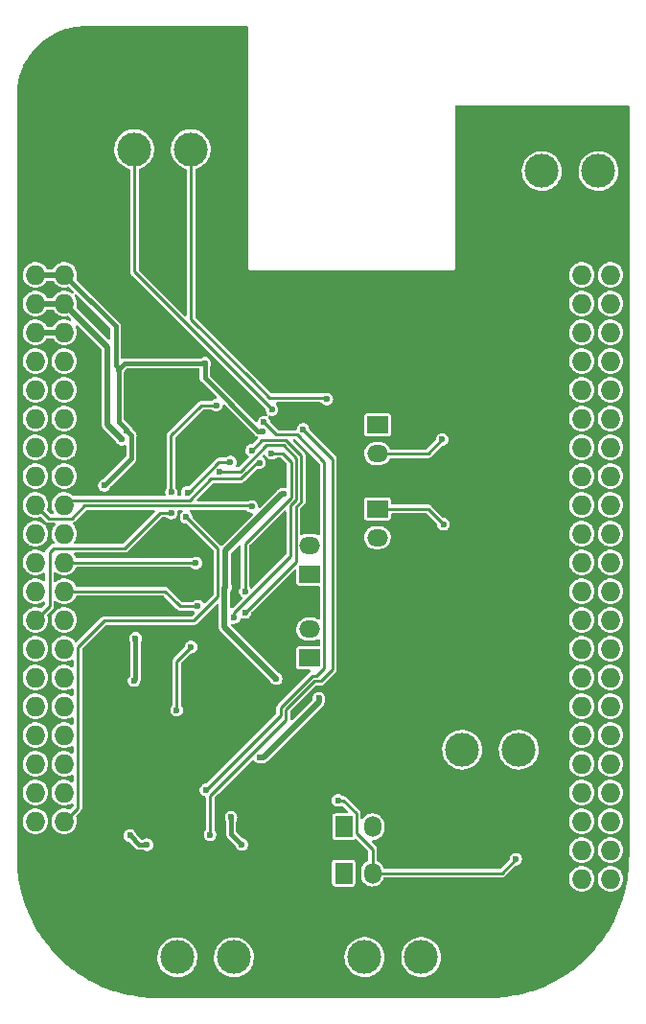
<source format=gbr>
%TF.GenerationSoftware,KiCad,Pcbnew,5.99.0-unknown-d878cbddbc~125~ubuntu20.04.1*%
%TF.CreationDate,2021-04-12T14:42:59+02:00*%
%TF.ProjectId,bbb-can-bus-cape,6262622d-6361-46e2-9d62-75732d636170,rev?*%
%TF.SameCoordinates,Original*%
%TF.FileFunction,Copper,L2,Bot*%
%TF.FilePolarity,Positive*%
%FSLAX46Y46*%
G04 Gerber Fmt 4.6, Leading zero omitted, Abs format (unit mm)*
G04 Created by KiCad (PCBNEW 5.99.0-unknown-d878cbddbc~125~ubuntu20.04.1) date 2021-04-12 14:42:59*
%MOMM*%
%LPD*%
G01*
G04 APERTURE LIST*
%TA.AperFunction,ComponentPad*%
%ADD10R,1.727200X1.727200*%
%TD*%
%TA.AperFunction,ComponentPad*%
%ADD11O,1.727200X1.727200*%
%TD*%
%TA.AperFunction,ComponentPad*%
%ADD12C,3.000000*%
%TD*%
%TA.AperFunction,ComponentPad*%
%ADD13R,1.524000X1.850000*%
%TD*%
%TA.AperFunction,ComponentPad*%
%ADD14O,1.524000X1.850000*%
%TD*%
%TA.AperFunction,ComponentPad*%
%ADD15R,1.850000X1.524000*%
%TD*%
%TA.AperFunction,ComponentPad*%
%ADD16O,1.850000X1.524000*%
%TD*%
%TA.AperFunction,ViaPad*%
%ADD17C,0.600000*%
%TD*%
%TA.AperFunction,Conductor*%
%ADD18C,0.508000*%
%TD*%
%TA.AperFunction,Conductor*%
%ADD19C,0.250000*%
%TD*%
%TA.AperFunction,Conductor*%
%ADD20C,0.254000*%
%TD*%
%TA.AperFunction,Conductor*%
%ADD21C,0.381000*%
%TD*%
G04 APERTURE END LIST*
D10*
%TO.P,P8,1,Pin_1*%
%TO.N,GND*%
X164630100Y-62382400D03*
D11*
%TO.P,P8,2,Pin_2*%
X167170100Y-62382400D03*
%TO.P,P8,3,Pin_3*%
%TO.N,N/C*%
X164630100Y-64922400D03*
%TO.P,P8,4,Pin_4*%
X167170100Y-64922400D03*
%TO.P,P8,5,Pin_5*%
X164630100Y-67462400D03*
%TO.P,P8,6,Pin_6*%
X167170100Y-67462400D03*
%TO.P,P8,7,Pin_7*%
X164630100Y-70002400D03*
%TO.P,P8,8,Pin_8*%
X167170100Y-70002400D03*
%TO.P,P8,9,Pin_9*%
X164630100Y-72542400D03*
%TO.P,P8,10,Pin_10*%
X167170100Y-72542400D03*
%TO.P,P8,11,Pin_11*%
X164630100Y-75082400D03*
%TO.P,P8,12,Pin_12*%
X167170100Y-75082400D03*
%TO.P,P8,13,Pin_13*%
X164630100Y-77622400D03*
%TO.P,P8,14,Pin_14*%
X167170100Y-77622400D03*
%TO.P,P8,15,Pin_15*%
X164630100Y-80162400D03*
%TO.P,P8,16,Pin_16*%
X167170100Y-80162400D03*
%TO.P,P8,17,Pin_17*%
X164630100Y-82702400D03*
%TO.P,P8,18,Pin_18*%
X167170100Y-82702400D03*
%TO.P,P8,19,Pin_19*%
X164630100Y-85242400D03*
%TO.P,P8,20,Pin_20*%
X167170100Y-85242400D03*
%TO.P,P8,21,Pin_21*%
X164630100Y-87782400D03*
%TO.P,P8,22,Pin_22*%
X167170100Y-87782400D03*
%TO.P,P8,23,Pin_23*%
X164630100Y-90322400D03*
%TO.P,P8,24,Pin_24*%
X167170100Y-90322400D03*
%TO.P,P8,25,Pin_25*%
X164630100Y-92862400D03*
%TO.P,P8,26,Pin_26*%
X167170100Y-92862400D03*
%TO.P,P8,27,Pin_27*%
X164630100Y-95402400D03*
%TO.P,P8,28,Pin_28*%
X167170100Y-95402400D03*
%TO.P,P8,29,Pin_29*%
X164630100Y-97942400D03*
%TO.P,P8,30,Pin_30*%
X167170100Y-97942400D03*
%TO.P,P8,31,Pin_31*%
X164630100Y-100482400D03*
%TO.P,P8,32,Pin_32*%
X167170100Y-100482400D03*
%TO.P,P8,33,Pin_33*%
X164630100Y-103022400D03*
%TO.P,P8,34,Pin_34*%
X167170100Y-103022400D03*
%TO.P,P8,35,Pin_35*%
X164630100Y-105562400D03*
%TO.P,P8,36,Pin_36*%
X167170100Y-105562400D03*
%TO.P,P8,37,Pin_37*%
X164630100Y-108102400D03*
%TO.P,P8,38,Pin_38*%
X167170100Y-108102400D03*
%TO.P,P8,39,Pin_39*%
X164630100Y-110642400D03*
%TO.P,P8,40,Pin_40*%
X167170100Y-110642400D03*
%TO.P,P8,41,Pin_41*%
X164630100Y-113182400D03*
%TO.P,P8,42,Pin_42*%
X167170100Y-113182400D03*
%TO.P,P8,43,Pin_43*%
X164630100Y-115722400D03*
%TO.P,P8,44,Pin_44*%
X167170100Y-115722400D03*
%TO.P,P8,45,Pin_45*%
X164630100Y-118262400D03*
%TO.P,P8,46,Pin_46*%
X167170100Y-118262400D03*
%TD*%
D10*
%TO.P,P9,1,Pin_1*%
%TO.N,GND*%
X116370100Y-62382400D03*
D11*
%TO.P,P9,2,Pin_2*%
X118910100Y-62382400D03*
%TO.P,P9,3,Pin_3*%
%TO.N,3V3*%
X116370100Y-64922400D03*
%TO.P,P9,4,Pin_4*%
X118910100Y-64922400D03*
%TO.P,P9,5,Pin_5*%
%TO.N,5V*%
X116370100Y-67462400D03*
%TO.P,P9,6,Pin_6*%
X118910100Y-67462400D03*
%TO.P,P9,7,Pin_7*%
%TO.N,SYS_5V*%
X116370100Y-70002400D03*
%TO.P,P9,8,Pin_8*%
X118910100Y-70002400D03*
%TO.P,P9,9,Pin_9*%
%TO.N,/PWR_BUT*%
X116370100Y-72542400D03*
%TO.P,P9,10,Pin_10*%
%TO.N,/SYS_RESETN*%
X118910100Y-72542400D03*
%TO.P,P9,11,Pin_11*%
%TO.N,/UART4_RX*%
X116370100Y-75082400D03*
%TO.P,P9,12,Pin_12*%
%TO.N,/GPIO1_28*%
X118910100Y-75082400D03*
%TO.P,P9,13,Pin_13*%
%TO.N,/UART4_TX*%
X116370100Y-77622400D03*
%TO.P,P9,14,Pin_14*%
%TO.N,N/C*%
X118910100Y-77622400D03*
%TO.P,P9,15,Pin_15*%
%TO.N,Net-(P9-Pad15)*%
X116370100Y-80162400D03*
%TO.P,P9,16,Pin_16*%
%TO.N,N/C*%
X118910100Y-80162400D03*
%TO.P,P9,17,Pin_17*%
%TO.N,/I2C1_SCL*%
X116370100Y-82702400D03*
%TO.P,P9,18,Pin_18*%
%TO.N,/I2C1_SDA*%
X118910100Y-82702400D03*
%TO.P,P9,19,Pin_19*%
%TO.N,/DCAN0_RX*%
X116370100Y-85242400D03*
%TO.P,P9,20,Pin_20*%
%TO.N,/DCAN0_TX*%
X118910100Y-85242400D03*
%TO.P,P9,21,Pin_21*%
%TO.N,/GPIO1_17*%
X116370100Y-87782400D03*
%TO.P,P9,22,Pin_22*%
%TO.N,N/C*%
X118910100Y-87782400D03*
%TO.P,P9,23,Pin_23*%
%TO.N,/GPIO3_21*%
X116370100Y-90322400D03*
%TO.P,P9,24,Pin_24*%
%TO.N,/DCAN1_RX*%
X118910100Y-90322400D03*
%TO.P,P9,25,Pin_25*%
%TO.N,N/C*%
X116370100Y-92862400D03*
%TO.P,P9,26,Pin_26*%
%TO.N,/DCAN1_TX*%
X118910100Y-92862400D03*
%TO.P,P9,27,Pin_27*%
%TO.N,/Standalone Can BUS/CAN_~INT1~*%
X116370100Y-95402400D03*
%TO.P,P9,28,Pin_28*%
%TO.N,/SPI1_CS0*%
X118910100Y-95402400D03*
%TO.P,P9,29,Pin_29*%
%TO.N,/SPI1_MISO*%
X116370100Y-97942400D03*
%TO.P,P9,30,Pin_30*%
%TO.N,/SPI1_MOSI*%
X118910100Y-97942400D03*
%TO.P,P9,31,Pin_31*%
%TO.N,/SPI1_SCK*%
X116370100Y-100482400D03*
%TO.P,P9,32,Pin_32*%
%TO.N,N/C*%
X118910100Y-100482400D03*
%TO.P,P9,33,Pin_33*%
X116370100Y-103022400D03*
%TO.P,P9,34,Pin_34*%
X118910100Y-103022400D03*
%TO.P,P9,35,Pin_35*%
X116370100Y-105562400D03*
%TO.P,P9,36,Pin_36*%
%TO.N,/AIN5*%
X118910100Y-105562400D03*
%TO.P,P9,37,Pin_37*%
%TO.N,N/C*%
X116370100Y-108102400D03*
%TO.P,P9,38,Pin_38*%
%TO.N,/AIN3*%
X118910100Y-108102400D03*
%TO.P,P9,39,Pin_39*%
%TO.N,/AN0*%
X116370100Y-110642400D03*
%TO.P,P9,40,Pin_40*%
%TO.N,/AIN1*%
X118910100Y-110642400D03*
%TO.P,P9,41,Pin_41*%
%TO.N,/GPIO0_20*%
X116370100Y-113182400D03*
%TO.P,P9,42,Pin_42*%
%TO.N,/SPI1_CS1*%
X118910100Y-113182400D03*
%TO.P,P9,43,Pin_43*%
%TO.N,GND*%
X116370100Y-115722400D03*
%TO.P,P9,44,Pin_44*%
X118910100Y-115722400D03*
%TO.P,P9,45,Pin_45*%
X116370100Y-118262400D03*
%TO.P,P9,46,Pin_46*%
X118910100Y-118262400D03*
%TD*%
D12*
%TO.P,P2,1*%
%TO.N,/CAN bus1/CAN_H*%
X159060100Y-106852400D03*
%TO.P,P2,2*%
%TO.N,/CAN bus1/CAN_L*%
X154060100Y-106852400D03*
%TO.P,P2,3*%
%TO.N,GND*%
X149060100Y-106852400D03*
%TD*%
D13*
%TO.P,P11,1,1*%
%TO.N,Net-(D8-Pad2)*%
X143610100Y-113662400D03*
D14*
%TO.P,P11,2,2*%
%TO.N,Net-(P11-Pad2)*%
X146150100Y-113662400D03*
%TD*%
D12*
%TO.P,P7,1*%
%TO.N,/Standalone Can BUS/CAN_H0*%
X145430100Y-125162400D03*
%TO.P,P7,2*%
%TO.N,/Standalone Can BUS/CAN_L0*%
X150430100Y-125162400D03*
%TO.P,P7,3*%
%TO.N,GND*%
X155430100Y-125162400D03*
%TD*%
D15*
%TO.P,P6,1,1*%
%TO.N,Net-(D5-Pad2)*%
X140600100Y-98762400D03*
D16*
%TO.P,P6,2,2*%
%TO.N,Net-(P6-Pad2)*%
X140600100Y-96222400D03*
%TD*%
D13*
%TO.P,P10,1,1*%
%TO.N,Net-(P10-Pad1)*%
X143590100Y-117752400D03*
D14*
%TO.P,P10,2,2*%
%TO.N,Net-(D7-Pad2)*%
X146130100Y-117752400D03*
%TD*%
D15*
%TO.P,P3,1,1*%
%TO.N,Net-(P3-Pad1)*%
X146590100Y-78172400D03*
D16*
%TO.P,P3,2,2*%
%TO.N,Net-(D1-Pad2)*%
X146590100Y-80712400D03*
%TD*%
D12*
%TO.P,P12,1*%
%TO.N,/RS485/RS485_A*%
X130090100Y-53832400D03*
%TO.P,P12,2*%
%TO.N,/RS485/RS485_B*%
X125090100Y-53832400D03*
%TO.P,P12,3*%
%TO.N,GND*%
X120090100Y-53832400D03*
%TD*%
D15*
%TO.P,P4,1,1*%
%TO.N,Net-(D2-Pad2)*%
X146570100Y-85582400D03*
D16*
%TO.P,P4,2,2*%
%TO.N,Net-(P4-Pad2)*%
X146570100Y-88122400D03*
%TD*%
D15*
%TO.P,P5,1,1*%
%TO.N,Net-(P5-Pad1)*%
X140610100Y-91332400D03*
D16*
%TO.P,P5,2,2*%
%TO.N,Net-(D4-Pad2)*%
X140610100Y-88792400D03*
%TD*%
D12*
%TO.P,P1,1*%
%TO.N,/CAN bus0/CAN_H*%
X166090100Y-55762400D03*
%TO.P,P1,2*%
%TO.N,/CAN bus0/CAN_L*%
X161090100Y-55762400D03*
%TO.P,P1,3*%
%TO.N,GND*%
X156090100Y-55762400D03*
%TD*%
%TO.P,P15,1*%
%TO.N,/Standalone Can BUS/CAN_H1*%
X128900100Y-125192400D03*
%TO.P,P15,2*%
%TO.N,/Standalone Can BUS/CAN_L1*%
X133900100Y-125192400D03*
%TO.P,P15,3*%
%TO.N,GND*%
X138900100Y-125192400D03*
%TD*%
D17*
%TO.N,5V*%
X138310100Y-84282400D03*
X133170100Y-92492400D03*
X136174208Y-107521483D03*
X141390224Y-102305468D03*
X137630100Y-100592400D03*
X123985800Y-79436700D03*
%TO.N,GND*%
X150800100Y-72482400D03*
X135990100Y-109112400D03*
X150770100Y-67212400D03*
X127430100Y-105552400D03*
X127330100Y-60082400D03*
X125940100Y-79722400D03*
X129270100Y-83272400D03*
X135790100Y-105102400D03*
X137500916Y-102808503D03*
X121290100Y-77382400D03*
X136290100Y-82732400D03*
X134010100Y-90912400D03*
X126260100Y-88262400D03*
X127503036Y-75546846D03*
X143390100Y-97902400D03*
X130130100Y-81602400D03*
X122080100Y-85992400D03*
X125830100Y-74762400D03*
X134870100Y-99062400D03*
X133300100Y-68872400D03*
X125750100Y-82702400D03*
X135940100Y-90952400D03*
X120440100Y-73572400D03*
X129950100Y-71902400D03*
X125222287Y-82060213D03*
X123200100Y-60212400D03*
X129910100Y-101002400D03*
X139050100Y-113622400D03*
X144230100Y-99312400D03*
X128960100Y-88512400D03*
X121750100Y-69212400D03*
X120730100Y-71472400D03*
X121210100Y-81742400D03*
X125120100Y-87052400D03*
X154640100Y-92602400D03*
X132700100Y-113672400D03*
X127420100Y-108132400D03*
X136220100Y-88982400D03*
X128910100Y-97102400D03*
X134560100Y-111932400D03*
X143340100Y-96972400D03*
X132960100Y-87452400D03*
X127440100Y-110642400D03*
X125330100Y-76212400D03*
X134520100Y-83612400D03*
X129650100Y-87582400D03*
X125662090Y-69824390D03*
X135430100Y-76282400D03*
X120740100Y-84032400D03*
X134700100Y-65832400D03*
X136120100Y-100762400D03*
X141050100Y-86722400D03*
X124920100Y-70452400D03*
X137240100Y-68312400D03*
X128480100Y-77432400D03*
X147000100Y-93712400D03*
X140500100Y-67562400D03*
X141050100Y-82052400D03*
X130830100Y-100502400D03*
X154680100Y-89202400D03*
X148630100Y-82392400D03*
X134410100Y-100762400D03*
X140660100Y-83872400D03*
X140330100Y-111422400D03*
X126620100Y-91882400D03*
X135830100Y-71662400D03*
X134050100Y-104502400D03*
X124560100Y-72022400D03*
X121900100Y-84162400D03*
%TO.N,Net-(D1-Pad2)*%
X152290100Y-79462400D03*
%TO.N,Net-(D2-Pad2)*%
X152400100Y-86942400D03*
%TO.N,3V3*%
X126210100Y-115252400D03*
X131320100Y-72742400D03*
X124710100Y-114432400D03*
X125210100Y-97022400D03*
X125060100Y-100762400D03*
X133650100Y-112822400D03*
X122440100Y-83522400D03*
X134600100Y-115242400D03*
X124390100Y-78672400D03*
X136470100Y-78742400D03*
X123730100Y-73232400D03*
%TO.N,Net-(C8-Pad1)*%
X130120100Y-97782400D03*
X128850100Y-103362400D03*
%TO.N,Net-(D7-Pad2)*%
X143080100Y-111342400D03*
X158790100Y-116532400D03*
%TO.N,/DCAN0_RX*%
X135470100Y-85382400D03*
%TO.N,/DCAN0_TX*%
X136160100Y-81512400D03*
%TO.N,/DCAN1_RX*%
X130530100Y-90382400D03*
%TO.N,/SPI1_MISO*%
X137230100Y-80682400D03*
X134890100Y-92882400D03*
%TO.N,/SPI1_MOSI*%
X132617421Y-82298270D03*
X133912088Y-95178699D03*
%TO.N,/SPI1_SCK*%
X134870100Y-94742400D03*
X135464610Y-80418996D03*
%TO.N,/DCAN1_TX*%
X130680100Y-94192400D03*
%TO.N,/RS485/RS485_B*%
X137250100Y-76812400D03*
%TO.N,/RS485/RS485_A*%
X142100100Y-75902400D03*
%TO.N,/Standalone Can BUS/CAN_~INT1~*%
X128373610Y-85952400D03*
X128373610Y-84122400D03*
X132340100Y-76432400D03*
%TO.N,/SPI1_CS1*%
X129787090Y-84139390D03*
X133570100Y-81462400D03*
X129690100Y-86322400D03*
%TO.N,Net-(U8-Pad2)*%
X140000100Y-78582400D03*
X131790100Y-114372400D03*
%TO.N,Net-(U8-Pad1)*%
X131409789Y-110419519D03*
X136560100Y-77942400D03*
%TD*%
D18*
%TO.N,5V*%
X133170100Y-92492400D02*
X133060100Y-92602400D01*
X133170100Y-89252400D02*
X133170100Y-92492400D01*
X136174208Y-107521483D02*
X136501017Y-107521483D01*
X141390224Y-102632276D02*
X141390224Y-102305468D01*
X122730100Y-71282400D02*
X122730100Y-78181000D01*
X138310100Y-84282400D02*
X138140100Y-84282400D01*
X118910100Y-67462400D02*
X116370100Y-67462400D01*
X122730100Y-78181000D02*
X123985800Y-79436700D01*
X136501017Y-107521483D02*
X141390224Y-102632276D01*
X138140100Y-84282400D02*
X133170100Y-89252400D01*
X122730100Y-71282400D02*
X122730100Y-73052400D01*
X133060100Y-96022400D02*
X137630100Y-100592400D01*
X118910100Y-67462400D02*
X122730100Y-71282400D01*
X133060100Y-92602400D02*
X133060100Y-96022400D01*
D19*
%TO.N,GND*%
X138300100Y-111422400D02*
X135990100Y-109112400D01*
X140330100Y-111422400D02*
X138300100Y-111422400D01*
D20*
%TO.N,Net-(D1-Pad2)*%
X146590100Y-80712400D02*
X151040100Y-80712400D01*
X151040100Y-80712400D02*
X152290100Y-79462400D01*
%TO.N,Net-(D2-Pad2)*%
X151040100Y-85582400D02*
X152400100Y-86942400D01*
X146570100Y-85582400D02*
X151040100Y-85582400D01*
D21*
%TO.N,3V3*%
X123730100Y-77902400D02*
X123730100Y-73232400D01*
X133650100Y-114292400D02*
X134600100Y-115242400D01*
X126210100Y-115252400D02*
X125530100Y-115252400D01*
X124850100Y-81112400D02*
X124850100Y-79132400D01*
X125060100Y-100762400D02*
X125210100Y-100612400D01*
X125530100Y-115252400D02*
X124710100Y-114432400D01*
X124850100Y-79132400D02*
X124390100Y-78672400D01*
X124390100Y-78562400D02*
X123730100Y-77902400D01*
X122440100Y-83522400D02*
X124850100Y-81112400D01*
X124390100Y-78672400D02*
X124390100Y-78562400D01*
X133650100Y-112822400D02*
X133650100Y-114292400D01*
X136470100Y-78742400D02*
X136050100Y-78742400D01*
X136050100Y-78742400D02*
X131320100Y-74012400D01*
X124220100Y-72742400D02*
X123730100Y-73232400D01*
D18*
X118910100Y-64922400D02*
X116370100Y-64922400D01*
D21*
X131320100Y-72742400D02*
X124220100Y-72742400D01*
X123440100Y-69452400D02*
X118910100Y-64922400D01*
X131320100Y-74012400D02*
X131320100Y-72742400D01*
X125210100Y-100612400D02*
X125210100Y-97022400D01*
X123730100Y-73232400D02*
X123440100Y-72942400D01*
X123440100Y-72942400D02*
X123440100Y-69452400D01*
D18*
%TO.N,SYS_5V*%
X116370100Y-70002400D02*
X118910100Y-70002400D01*
D19*
%TO.N,Net-(C8-Pad1)*%
X130120100Y-97782400D02*
X128850100Y-99052400D01*
X128850100Y-99052400D02*
X128850100Y-103362400D01*
%TO.N,Net-(D7-Pad2)*%
X144696611Y-112477791D02*
X143561220Y-111342400D01*
X145120100Y-114622400D02*
X144696611Y-114198911D01*
X146130100Y-117752400D02*
X146130100Y-115632400D01*
X144696611Y-114198911D02*
X144696611Y-112477791D01*
X157570100Y-117752400D02*
X146130100Y-117752400D01*
X143561220Y-111342400D02*
X143080100Y-111342400D01*
X146130100Y-115632400D02*
X145120100Y-114622400D01*
X158790100Y-116532400D02*
X157570100Y-117752400D01*
D20*
%TO.N,/DCAN0_RX*%
X120700100Y-85292400D02*
X119559989Y-86432511D01*
X119559989Y-86432511D02*
X117560211Y-86432511D01*
X135380100Y-85292400D02*
X120700100Y-85292400D01*
X135470100Y-85382400D02*
X135380100Y-85292400D01*
X117560211Y-86432511D02*
X116370100Y-85242400D01*
%TO.N,/DCAN0_TX*%
X131887719Y-82924781D02*
X134501619Y-82924781D01*
X129973611Y-84838889D02*
X131887719Y-82924781D01*
X134501619Y-82924781D02*
X134594000Y-82832400D01*
X134594000Y-82832400D02*
X135914000Y-81512400D01*
X118910100Y-85242400D02*
X119313611Y-84838889D01*
X119313611Y-84838889D02*
X129973611Y-84838889D01*
X134594000Y-82832400D02*
X134992050Y-82434350D01*
X135914000Y-81512400D02*
X136160100Y-81512400D01*
D19*
%TO.N,/DCAN1_RX*%
X130470100Y-90322400D02*
X130530100Y-90382400D01*
X118910100Y-90322400D02*
X130470100Y-90322400D01*
%TO.N,/SPI1_MISO*%
X137230100Y-80682400D02*
X138180100Y-80682400D01*
X138934601Y-81436901D02*
X138934601Y-84592161D01*
X134890100Y-88636662D02*
X134890100Y-92882400D01*
X138934601Y-84592161D02*
X134890100Y-88636662D01*
X138180100Y-80682400D02*
X138934601Y-81436901D01*
%TO.N,/SPI1_MOSI*%
X139384112Y-84778354D02*
X138899611Y-85262855D01*
X138899611Y-89756081D02*
X133912088Y-94743604D01*
X138259861Y-79977899D02*
X139384112Y-81102150D01*
X132617421Y-82298270D02*
X132623291Y-82292400D01*
X136809969Y-79977899D02*
X138259861Y-79977899D01*
X139384112Y-81102150D02*
X139384112Y-84778354D01*
X133912088Y-94743604D02*
X133912088Y-95178699D01*
X134495468Y-82292400D02*
X136809969Y-79977899D01*
X132623291Y-82292400D02*
X134495468Y-82292400D01*
X138899611Y-85262855D02*
X138899611Y-89756081D01*
%TO.N,/SPI1_SCK*%
X134870100Y-94742400D02*
X139360580Y-90251920D01*
X139833617Y-80855917D02*
X138506088Y-79528388D01*
X139360580Y-90251920D02*
X139360580Y-85437590D01*
X139360580Y-85437590D02*
X139833623Y-84964547D01*
X139833623Y-84964547D02*
X139833617Y-80855917D01*
X138506088Y-79528388D02*
X136355218Y-79528388D01*
X136355218Y-79528388D02*
X135464610Y-80418996D01*
%TO.N,/DCAN1_TX*%
X128880100Y-93922400D02*
X129150100Y-94192400D01*
X118910100Y-92862400D02*
X127820100Y-92862400D01*
X127820100Y-92862400D02*
X128880100Y-93922400D01*
X129150100Y-94192400D02*
X130680100Y-94192400D01*
%TO.N,/RS485/RS485_B*%
X125090100Y-64652400D02*
X125090100Y-53832400D01*
X137250100Y-76812400D02*
X125090100Y-64652400D01*
%TO.N,/RS485/RS485_A*%
X139950100Y-75792400D02*
X141990100Y-75792400D01*
X135490100Y-74222400D02*
X137060100Y-75792400D01*
X141990100Y-75792400D02*
X142100100Y-75902400D01*
X130090100Y-53832400D02*
X130090100Y-68822400D01*
X130090100Y-68822400D02*
X135490100Y-74222400D01*
X137060100Y-75792400D02*
X139950100Y-75792400D01*
%TO.N,/Standalone Can BUS/CAN_~INT1~*%
X124250100Y-89052400D02*
X127350100Y-85952400D01*
X127350100Y-85952400D02*
X128373610Y-85952400D01*
X128330100Y-84078890D02*
X128373610Y-84122400D01*
X117610100Y-89402399D02*
X117960099Y-89052400D01*
X116370100Y-95402400D02*
X117610100Y-94162400D01*
X132340100Y-76432400D02*
X131030100Y-76432400D01*
X131030100Y-76432400D02*
X128330100Y-79132400D01*
X117960099Y-89052400D02*
X124250100Y-89052400D01*
X128330100Y-79132400D02*
X128330100Y-84078890D01*
X117610100Y-94162400D02*
X117610100Y-89402399D01*
%TO.N,/SPI1_CS1*%
X132481589Y-89113889D02*
X129690100Y-86322400D01*
X118910100Y-113182400D02*
X120098211Y-111994289D01*
X132481589Y-93325207D02*
X132481589Y-89113889D01*
X120098211Y-111994289D02*
X120098211Y-97814289D01*
X120098211Y-97814289D02*
X122440100Y-95472400D01*
X133570100Y-81462400D02*
X132570100Y-81462400D01*
X130334396Y-95472400D02*
X132481589Y-93325207D01*
X122440100Y-95472400D02*
X130334396Y-95472400D01*
X129893110Y-84139390D02*
X129787090Y-84139390D01*
X132570100Y-81462400D02*
X129893110Y-84139390D01*
%TO.N,Net-(U8-Pad2)*%
X138485100Y-104227400D02*
X138485100Y-103317400D01*
X142600100Y-96252400D02*
X142600100Y-81182400D01*
X131790100Y-110922400D02*
X138485100Y-104227400D01*
X142600100Y-99752400D02*
X141560100Y-100792400D01*
X131790100Y-114372400D02*
X131790100Y-110922400D01*
X141010100Y-100792400D02*
X141560100Y-100792400D01*
X142600100Y-96252400D02*
X142600100Y-99752400D01*
X142600100Y-81182400D02*
X140000100Y-78582400D01*
X138485100Y-103317400D02*
X141010100Y-100792400D01*
%TO.N,Net-(U8-Pad1)*%
X131409789Y-110419519D02*
X131427277Y-110419519D01*
X141859611Y-81431911D02*
X139460100Y-79032400D01*
X139460100Y-79032400D02*
X137650100Y-79032400D01*
X137650100Y-79032400D02*
X136560100Y-77942400D01*
X131427277Y-110419519D02*
X138035589Y-103811207D01*
X138035590Y-103131206D02*
X140823907Y-100342889D01*
X141859611Y-99672185D02*
X141859611Y-81431911D01*
X138035589Y-103811207D02*
X138035590Y-103131206D01*
X141188907Y-100342889D02*
X141859611Y-99672185D01*
X140823907Y-100342889D02*
X141188907Y-100342889D01*
%TD*%
%TA.AperFunction,Conductor*%
%TO.N,GND*%
G36*
X135108221Y-42971402D02*
G01*
X135154714Y-43025058D01*
X135166100Y-43077400D01*
X135166100Y-64249853D01*
X135163679Y-64274433D01*
X135161100Y-64287400D01*
X135166100Y-64312537D01*
X135180815Y-64386515D01*
X135187709Y-64396833D01*
X135187710Y-64396835D01*
X135199113Y-64413900D01*
X135236959Y-64470541D01*
X135247275Y-64477434D01*
X135310665Y-64519790D01*
X135310667Y-64519791D01*
X135320985Y-64526685D01*
X135420100Y-64546400D01*
X135432271Y-64543979D01*
X135432273Y-64543979D01*
X135433067Y-64543821D01*
X135457647Y-64541400D01*
X153162553Y-64541400D01*
X153187133Y-64543821D01*
X153187927Y-64543979D01*
X153187929Y-64543979D01*
X153200100Y-64546400D01*
X153299215Y-64526685D01*
X153309533Y-64519791D01*
X153309535Y-64519790D01*
X153372925Y-64477434D01*
X153383241Y-64470541D01*
X153421087Y-64413900D01*
X153432490Y-64396835D01*
X153432491Y-64396833D01*
X153439385Y-64386515D01*
X153454100Y-64312537D01*
X153459100Y-64287400D01*
X153456521Y-64274433D01*
X153454100Y-64249853D01*
X153454100Y-55716342D01*
X159331203Y-55716342D01*
X159343715Y-55976829D01*
X159394592Y-56232606D01*
X159482717Y-56478053D01*
X159606153Y-56707779D01*
X159762188Y-56916736D01*
X159765495Y-56920014D01*
X159765500Y-56920020D01*
X159944080Y-57097047D01*
X159947396Y-57100334D01*
X160157707Y-57254541D01*
X160161838Y-57256715D01*
X160161839Y-57256715D01*
X160384366Y-57373792D01*
X160384372Y-57373794D01*
X160388501Y-57375967D01*
X160392908Y-57377506D01*
X160392915Y-57377509D01*
X160630292Y-57460404D01*
X160634708Y-57461946D01*
X160890919Y-57510590D01*
X161014680Y-57515452D01*
X161146838Y-57520645D01*
X161146843Y-57520645D01*
X161151506Y-57520828D01*
X161252942Y-57509719D01*
X161406090Y-57492947D01*
X161406095Y-57492946D01*
X161410743Y-57492437D01*
X161662937Y-57426040D01*
X161784548Y-57373792D01*
X161898244Y-57324945D01*
X161898247Y-57324943D01*
X161902547Y-57323096D01*
X162124308Y-57185865D01*
X162229225Y-57097047D01*
X162319778Y-57020388D01*
X162319779Y-57020387D01*
X162323350Y-57017364D01*
X162411599Y-56916736D01*
X162492217Y-56824809D01*
X162492221Y-56824804D01*
X162495299Y-56821294D01*
X162636379Y-56601961D01*
X162743489Y-56364184D01*
X162814278Y-56113188D01*
X162847189Y-55854485D01*
X162849600Y-55762400D01*
X162846177Y-55716342D01*
X164331203Y-55716342D01*
X164343715Y-55976829D01*
X164394592Y-56232606D01*
X164482717Y-56478053D01*
X164606153Y-56707779D01*
X164762188Y-56916736D01*
X164765495Y-56920014D01*
X164765500Y-56920020D01*
X164944080Y-57097047D01*
X164947396Y-57100334D01*
X165157707Y-57254541D01*
X165161838Y-57256715D01*
X165161839Y-57256715D01*
X165384366Y-57373792D01*
X165384372Y-57373794D01*
X165388501Y-57375967D01*
X165392908Y-57377506D01*
X165392915Y-57377509D01*
X165630292Y-57460404D01*
X165634708Y-57461946D01*
X165890919Y-57510590D01*
X166014680Y-57515452D01*
X166146838Y-57520645D01*
X166146843Y-57520645D01*
X166151506Y-57520828D01*
X166252942Y-57509719D01*
X166406090Y-57492947D01*
X166406095Y-57492946D01*
X166410743Y-57492437D01*
X166662937Y-57426040D01*
X166784548Y-57373792D01*
X166898244Y-57324945D01*
X166898247Y-57324943D01*
X166902547Y-57323096D01*
X167124308Y-57185865D01*
X167229225Y-57097047D01*
X167319778Y-57020388D01*
X167319779Y-57020387D01*
X167323350Y-57017364D01*
X167411599Y-56916736D01*
X167492217Y-56824809D01*
X167492221Y-56824804D01*
X167495299Y-56821294D01*
X167636379Y-56601961D01*
X167743489Y-56364184D01*
X167814278Y-56113188D01*
X167847189Y-55854485D01*
X167849600Y-55762400D01*
X167840806Y-55644062D01*
X167830619Y-55506981D01*
X167830618Y-55506977D01*
X167830273Y-55502329D01*
X167772718Y-55247972D01*
X167743601Y-55173097D01*
X167679892Y-55009269D01*
X167679891Y-55009267D01*
X167678199Y-55004916D01*
X167657054Y-54967920D01*
X167551111Y-54782557D01*
X167551109Y-54782555D01*
X167548792Y-54778500D01*
X167387339Y-54573699D01*
X167197389Y-54395012D01*
X167193542Y-54392343D01*
X166986956Y-54249028D01*
X166986953Y-54249026D01*
X166983114Y-54246363D01*
X166978924Y-54244297D01*
X166978921Y-54244295D01*
X166753408Y-54133085D01*
X166753405Y-54133084D01*
X166749220Y-54131020D01*
X166500847Y-54051515D01*
X166496240Y-54050765D01*
X166496237Y-54050764D01*
X166248062Y-54010346D01*
X166248063Y-54010346D01*
X166243451Y-54009595D01*
X166117029Y-54007940D01*
X165987362Y-54006243D01*
X165987359Y-54006243D01*
X165982685Y-54006182D01*
X165724279Y-54041349D01*
X165719793Y-54042657D01*
X165719791Y-54042657D01*
X165689737Y-54051417D01*
X165473910Y-54114325D01*
X165469657Y-54116285D01*
X165469656Y-54116286D01*
X165437696Y-54131020D01*
X165237077Y-54223507D01*
X165233168Y-54226070D01*
X165022897Y-54363929D01*
X165022892Y-54363933D01*
X165018984Y-54366495D01*
X164824422Y-54540149D01*
X164657664Y-54740653D01*
X164522374Y-54963604D01*
X164421525Y-55204102D01*
X164357331Y-55456866D01*
X164331203Y-55716342D01*
X162846177Y-55716342D01*
X162840806Y-55644062D01*
X162830619Y-55506981D01*
X162830618Y-55506977D01*
X162830273Y-55502329D01*
X162772718Y-55247972D01*
X162743601Y-55173097D01*
X162679892Y-55009269D01*
X162679891Y-55009267D01*
X162678199Y-55004916D01*
X162657054Y-54967920D01*
X162551111Y-54782557D01*
X162551109Y-54782555D01*
X162548792Y-54778500D01*
X162387339Y-54573699D01*
X162197389Y-54395012D01*
X162193542Y-54392343D01*
X161986956Y-54249028D01*
X161986953Y-54249026D01*
X161983114Y-54246363D01*
X161978924Y-54244297D01*
X161978921Y-54244295D01*
X161753408Y-54133085D01*
X161753405Y-54133084D01*
X161749220Y-54131020D01*
X161500847Y-54051515D01*
X161496240Y-54050765D01*
X161496237Y-54050764D01*
X161248062Y-54010346D01*
X161248063Y-54010346D01*
X161243451Y-54009595D01*
X161117029Y-54007940D01*
X160987362Y-54006243D01*
X160987359Y-54006243D01*
X160982685Y-54006182D01*
X160724279Y-54041349D01*
X160719793Y-54042657D01*
X160719791Y-54042657D01*
X160689737Y-54051417D01*
X160473910Y-54114325D01*
X160469657Y-54116285D01*
X160469656Y-54116286D01*
X160437696Y-54131020D01*
X160237077Y-54223507D01*
X160233168Y-54226070D01*
X160022897Y-54363929D01*
X160022892Y-54363933D01*
X160018984Y-54366495D01*
X159824422Y-54540149D01*
X159657664Y-54740653D01*
X159522374Y-54963604D01*
X159421525Y-55204102D01*
X159357331Y-55456866D01*
X159331203Y-55716342D01*
X153454100Y-55716342D01*
X153454100Y-50062400D01*
X153474102Y-49994279D01*
X153527758Y-49947786D01*
X153580100Y-49936400D01*
X168695100Y-49936400D01*
X168763221Y-49956402D01*
X168809714Y-50010058D01*
X168821100Y-50062400D01*
X168821100Y-116294231D01*
X168818504Y-116319677D01*
X168816283Y-116330449D01*
X168815668Y-116418201D01*
X168814469Y-116589220D01*
X168814422Y-116591871D01*
X168809148Y-116779873D01*
X168808869Y-116789802D01*
X168808722Y-116793321D01*
X168806170Y-116838755D01*
X168779350Y-117316314D01*
X168779102Y-117319839D01*
X168768630Y-117443996D01*
X168765260Y-117483956D01*
X168765061Y-117486312D01*
X168764716Y-117489820D01*
X168706067Y-118010343D01*
X168705635Y-118013742D01*
X168686833Y-118146925D01*
X168682266Y-118179274D01*
X168681723Y-118182766D01*
X168593989Y-118699130D01*
X168593348Y-118702605D01*
X168560757Y-118866452D01*
X168560033Y-118869844D01*
X168506503Y-119104377D01*
X168443472Y-119380532D01*
X168442637Y-119383966D01*
X168400897Y-119545780D01*
X168399968Y-119549187D01*
X168386798Y-119594901D01*
X168254976Y-120052461D01*
X168253949Y-120055844D01*
X168203202Y-120215057D01*
X168202082Y-120218408D01*
X168029123Y-120712701D01*
X168027910Y-120716020D01*
X167968294Y-120872201D01*
X167968289Y-120872213D01*
X167966989Y-120875479D01*
X167766566Y-121359344D01*
X167765198Y-121362521D01*
X167697711Y-121513341D01*
X167696893Y-121515168D01*
X167695404Y-121518373D01*
X167468180Y-121990207D01*
X167466602Y-121993370D01*
X167389923Y-122141796D01*
X167388257Y-122144913D01*
X167134872Y-122603379D01*
X167133119Y-122606448D01*
X167048261Y-122750303D01*
X167046428Y-122753313D01*
X166767748Y-123196830D01*
X166765834Y-123199783D01*
X166673012Y-123338700D01*
X166671008Y-123341611D01*
X166367916Y-123768779D01*
X166365830Y-123771632D01*
X166265341Y-123905159D01*
X166263177Y-123907953D01*
X165936664Y-124317387D01*
X165934422Y-124320118D01*
X165826554Y-124447861D01*
X165824266Y-124450495D01*
X165690851Y-124599787D01*
X165475287Y-124841002D01*
X165472896Y-124843603D01*
X165358048Y-124965083D01*
X165355583Y-124967617D01*
X164985319Y-125337881D01*
X164982785Y-125340346D01*
X164861303Y-125455196D01*
X164858702Y-125457587D01*
X164468226Y-125806538D01*
X164465558Y-125808855D01*
X164388828Y-125873649D01*
X164337820Y-125916722D01*
X164337815Y-125916726D01*
X164335127Y-125918933D01*
X163925578Y-126245536D01*
X163922887Y-126247620D01*
X163836018Y-126312996D01*
X163789350Y-126348117D01*
X163786498Y-126350202D01*
X163654512Y-126443851D01*
X163359290Y-126653323D01*
X163356436Y-126655287D01*
X163316789Y-126681779D01*
X163217484Y-126748132D01*
X163214519Y-126750053D01*
X162771026Y-127028719D01*
X162768008Y-127030557D01*
X162624158Y-127115412D01*
X162621089Y-127117165D01*
X162162584Y-127370572D01*
X162159466Y-127372238D01*
X162011129Y-127448870D01*
X162007968Y-127450448D01*
X161536047Y-127677715D01*
X161532842Y-127679204D01*
X161380240Y-127747488D01*
X161377023Y-127748874D01*
X160893127Y-127949310D01*
X160889960Y-127950570D01*
X160762726Y-127999137D01*
X160733722Y-128010208D01*
X160730404Y-128011421D01*
X160236164Y-128184363D01*
X160232812Y-128185484D01*
X160073540Y-128236249D01*
X160073502Y-128236261D01*
X160070120Y-128237287D01*
X159566894Y-128382264D01*
X159563485Y-128383194D01*
X159401661Y-128424937D01*
X159398229Y-128425771D01*
X158887600Y-128542319D01*
X158884152Y-128543055D01*
X158720312Y-128575645D01*
X158716836Y-128576286D01*
X158200468Y-128664021D01*
X158196976Y-128664564D01*
X158175499Y-128667596D01*
X158031444Y-128687933D01*
X158028045Y-128688365D01*
X157507522Y-128747014D01*
X157504032Y-128747357D01*
X157461698Y-128750928D01*
X157337541Y-128761400D01*
X157334016Y-128761648D01*
X156908554Y-128785542D01*
X156811023Y-128791020D01*
X156807517Y-128791166D01*
X156647726Y-128795650D01*
X156609573Y-128796720D01*
X156606922Y-128796767D01*
X156582912Y-128796935D01*
X156348151Y-128798581D01*
X156342091Y-128799831D01*
X156342087Y-128799831D01*
X156337379Y-128800802D01*
X156311933Y-128803398D01*
X127228269Y-128803400D01*
X127202823Y-128800804D01*
X127198115Y-128799833D01*
X127198111Y-128799833D01*
X127192051Y-128798583D01*
X126957290Y-128796937D01*
X126933280Y-128796769D01*
X126930629Y-128796722D01*
X126892476Y-128795652D01*
X126732685Y-128791168D01*
X126729179Y-128791022D01*
X126631648Y-128785544D01*
X126206186Y-128761650D01*
X126202661Y-128761402D01*
X126078504Y-128750930D01*
X126036170Y-128747359D01*
X126032680Y-128747016D01*
X125512157Y-128688367D01*
X125508758Y-128687935D01*
X125364703Y-128667598D01*
X125343226Y-128664566D01*
X125339734Y-128664023D01*
X124823370Y-128576289D01*
X124819895Y-128575648D01*
X124796721Y-128571038D01*
X124656003Y-128543048D01*
X124652657Y-128542333D01*
X124279736Y-128457217D01*
X124141968Y-128425772D01*
X124138534Y-128424937D01*
X123976720Y-128383197D01*
X123973311Y-128382267D01*
X123973301Y-128382264D01*
X123470030Y-128237273D01*
X123466656Y-128236249D01*
X123307443Y-128185502D01*
X123304092Y-128184382D01*
X122809799Y-128011423D01*
X122806480Y-128010210D01*
X122739980Y-127984826D01*
X122650269Y-127950582D01*
X122647013Y-127949286D01*
X122163156Y-127748866D01*
X122159979Y-127747498D01*
X122007332Y-127679193D01*
X122004127Y-127677704D01*
X121532293Y-127450480D01*
X121529130Y-127448902D01*
X121380704Y-127372223D01*
X121377587Y-127370557D01*
X120974620Y-127147845D01*
X120919108Y-127117165D01*
X120916052Y-127115419D01*
X120916041Y-127115412D01*
X120772189Y-127030556D01*
X120769179Y-127028723D01*
X120644400Y-126950319D01*
X120325670Y-126750048D01*
X120322717Y-126748134D01*
X120288013Y-126724945D01*
X120256057Y-126703593D01*
X120183800Y-126655312D01*
X120180889Y-126653308D01*
X119753721Y-126350216D01*
X119750868Y-126348130D01*
X119617341Y-126247641D01*
X119614547Y-126245477D01*
X119205113Y-125918964D01*
X119202382Y-125916722D01*
X119074639Y-125808854D01*
X119072005Y-125806566D01*
X118872218Y-125628026D01*
X118681498Y-125457587D01*
X118678897Y-125455196D01*
X118557417Y-125340348D01*
X118554883Y-125337883D01*
X118363342Y-125146342D01*
X127141203Y-125146342D01*
X127141427Y-125151008D01*
X127141427Y-125151014D01*
X127146151Y-125249346D01*
X127153715Y-125406829D01*
X127204592Y-125662606D01*
X127292717Y-125908053D01*
X127294933Y-125912177D01*
X127397820Y-126103659D01*
X127416153Y-126137779D01*
X127572188Y-126346736D01*
X127575495Y-126350014D01*
X127575500Y-126350020D01*
X127723817Y-126497047D01*
X127757396Y-126530334D01*
X127967707Y-126684541D01*
X127971838Y-126686715D01*
X127971839Y-126686715D01*
X128194366Y-126803792D01*
X128194372Y-126803794D01*
X128198501Y-126805967D01*
X128202908Y-126807506D01*
X128202915Y-126807509D01*
X128440292Y-126890404D01*
X128444708Y-126891946D01*
X128700919Y-126940590D01*
X128824680Y-126945452D01*
X128956838Y-126950645D01*
X128956843Y-126950645D01*
X128961506Y-126950828D01*
X129062942Y-126939719D01*
X129216090Y-126922947D01*
X129216095Y-126922946D01*
X129220743Y-126922437D01*
X129226855Y-126920828D01*
X129468417Y-126857230D01*
X129472937Y-126856040D01*
X129659313Y-126775967D01*
X129708244Y-126754945D01*
X129708247Y-126754943D01*
X129712547Y-126753096D01*
X129934308Y-126615865D01*
X129973323Y-126582837D01*
X130129778Y-126450388D01*
X130129779Y-126450387D01*
X130133350Y-126447364D01*
X130136431Y-126443851D01*
X130302217Y-126254809D01*
X130302221Y-126254804D01*
X130305299Y-126251294D01*
X130327126Y-126217361D01*
X130378314Y-126137779D01*
X130446379Y-126031961D01*
X130553489Y-125794184D01*
X130624278Y-125543188D01*
X130628094Y-125513188D01*
X130656791Y-125287616D01*
X130656791Y-125287610D01*
X130657189Y-125284485D01*
X130657430Y-125275305D01*
X130659517Y-125195560D01*
X130659600Y-125192400D01*
X130656177Y-125146342D01*
X132141203Y-125146342D01*
X132141427Y-125151008D01*
X132141427Y-125151014D01*
X132146151Y-125249346D01*
X132153715Y-125406829D01*
X132204592Y-125662606D01*
X132292717Y-125908053D01*
X132294933Y-125912177D01*
X132397820Y-126103659D01*
X132416153Y-126137779D01*
X132572188Y-126346736D01*
X132575495Y-126350014D01*
X132575500Y-126350020D01*
X132723817Y-126497047D01*
X132757396Y-126530334D01*
X132967707Y-126684541D01*
X132971838Y-126686715D01*
X132971839Y-126686715D01*
X133194366Y-126803792D01*
X133194372Y-126803794D01*
X133198501Y-126805967D01*
X133202908Y-126807506D01*
X133202915Y-126807509D01*
X133440292Y-126890404D01*
X133444708Y-126891946D01*
X133700919Y-126940590D01*
X133824680Y-126945452D01*
X133956838Y-126950645D01*
X133956843Y-126950645D01*
X133961506Y-126950828D01*
X134062942Y-126939719D01*
X134216090Y-126922947D01*
X134216095Y-126922946D01*
X134220743Y-126922437D01*
X134226855Y-126920828D01*
X134468417Y-126857230D01*
X134472937Y-126856040D01*
X134659313Y-126775967D01*
X134708244Y-126754945D01*
X134708247Y-126754943D01*
X134712547Y-126753096D01*
X134934308Y-126615865D01*
X134973323Y-126582837D01*
X135129778Y-126450388D01*
X135129779Y-126450387D01*
X135133350Y-126447364D01*
X135136431Y-126443851D01*
X135302217Y-126254809D01*
X135302221Y-126254804D01*
X135305299Y-126251294D01*
X135327126Y-126217361D01*
X135378314Y-126137779D01*
X135446379Y-126031961D01*
X135553489Y-125794184D01*
X135624278Y-125543188D01*
X135628094Y-125513188D01*
X135656791Y-125287616D01*
X135656791Y-125287610D01*
X135657189Y-125284485D01*
X135657430Y-125275305D01*
X135659517Y-125195560D01*
X135659600Y-125192400D01*
X135653948Y-125116342D01*
X143671203Y-125116342D01*
X143683715Y-125376829D01*
X143734592Y-125632606D01*
X143822717Y-125878053D01*
X143843495Y-125916722D01*
X143907524Y-126035886D01*
X143946153Y-126107779D01*
X144102188Y-126316736D01*
X144105495Y-126320014D01*
X144105500Y-126320020D01*
X144233961Y-126447364D01*
X144287396Y-126500334D01*
X144291163Y-126503096D01*
X144291164Y-126503097D01*
X144493940Y-126651779D01*
X144497707Y-126654541D01*
X144501838Y-126656715D01*
X144501839Y-126656715D01*
X144724366Y-126773792D01*
X144724372Y-126773794D01*
X144728501Y-126775967D01*
X144732908Y-126777506D01*
X144732915Y-126777509D01*
X144961203Y-126857230D01*
X144974708Y-126861946D01*
X145230919Y-126910590D01*
X145354680Y-126915452D01*
X145486838Y-126920645D01*
X145486843Y-126920645D01*
X145491506Y-126920828D01*
X145592942Y-126909719D01*
X145746090Y-126892947D01*
X145746095Y-126892946D01*
X145750743Y-126892437D01*
X146002937Y-126826040D01*
X146172720Y-126753096D01*
X146238244Y-126724945D01*
X146238247Y-126724943D01*
X146242547Y-126723096D01*
X146464308Y-126585865D01*
X146569225Y-126497047D01*
X146659778Y-126420388D01*
X146659779Y-126420387D01*
X146663350Y-126417364D01*
X146666431Y-126413851D01*
X146832217Y-126224809D01*
X146832221Y-126224804D01*
X146835299Y-126221294D01*
X146976379Y-126001961D01*
X147083489Y-125764184D01*
X147154278Y-125513188D01*
X147161351Y-125457587D01*
X147186791Y-125257616D01*
X147186791Y-125257610D01*
X147187189Y-125254485D01*
X147189600Y-125162400D01*
X147186177Y-125116342D01*
X148671203Y-125116342D01*
X148683715Y-125376829D01*
X148734592Y-125632606D01*
X148822717Y-125878053D01*
X148843495Y-125916722D01*
X148907524Y-126035886D01*
X148946153Y-126107779D01*
X149102188Y-126316736D01*
X149105495Y-126320014D01*
X149105500Y-126320020D01*
X149233961Y-126447364D01*
X149287396Y-126500334D01*
X149291163Y-126503096D01*
X149291164Y-126503097D01*
X149493940Y-126651779D01*
X149497707Y-126654541D01*
X149501838Y-126656715D01*
X149501839Y-126656715D01*
X149724366Y-126773792D01*
X149724372Y-126773794D01*
X149728501Y-126775967D01*
X149732908Y-126777506D01*
X149732915Y-126777509D01*
X149961203Y-126857230D01*
X149974708Y-126861946D01*
X150230919Y-126910590D01*
X150354680Y-126915452D01*
X150486838Y-126920645D01*
X150486843Y-126920645D01*
X150491506Y-126920828D01*
X150592942Y-126909719D01*
X150746090Y-126892947D01*
X150746095Y-126892946D01*
X150750743Y-126892437D01*
X151002937Y-126826040D01*
X151172720Y-126753096D01*
X151238244Y-126724945D01*
X151238247Y-126724943D01*
X151242547Y-126723096D01*
X151464308Y-126585865D01*
X151569225Y-126497047D01*
X151659778Y-126420388D01*
X151659779Y-126420387D01*
X151663350Y-126417364D01*
X151666431Y-126413851D01*
X151832217Y-126224809D01*
X151832221Y-126224804D01*
X151835299Y-126221294D01*
X151976379Y-126001961D01*
X152083489Y-125764184D01*
X152154278Y-125513188D01*
X152161351Y-125457587D01*
X152186791Y-125257616D01*
X152186791Y-125257610D01*
X152187189Y-125254485D01*
X152189600Y-125162400D01*
X152172848Y-124936981D01*
X152170619Y-124906981D01*
X152170618Y-124906977D01*
X152170273Y-124902329D01*
X152112718Y-124647972D01*
X152035936Y-124450526D01*
X152019892Y-124409269D01*
X152019891Y-124409267D01*
X152018199Y-124404916D01*
X152015881Y-124400860D01*
X151891111Y-124182557D01*
X151891109Y-124182555D01*
X151888792Y-124178500D01*
X151727339Y-123973699D01*
X151537389Y-123795012D01*
X151503687Y-123771632D01*
X151326956Y-123649028D01*
X151326953Y-123649026D01*
X151323114Y-123646363D01*
X151318924Y-123644297D01*
X151318921Y-123644295D01*
X151093408Y-123533085D01*
X151093405Y-123533084D01*
X151089220Y-123531020D01*
X150840847Y-123451515D01*
X150836240Y-123450765D01*
X150836237Y-123450764D01*
X150588062Y-123410346D01*
X150588063Y-123410346D01*
X150583451Y-123409595D01*
X150457029Y-123407940D01*
X150327362Y-123406243D01*
X150327359Y-123406243D01*
X150322685Y-123406182D01*
X150064279Y-123441349D01*
X150059793Y-123442657D01*
X150059791Y-123442657D01*
X150029401Y-123451515D01*
X149813910Y-123514325D01*
X149809657Y-123516285D01*
X149809656Y-123516286D01*
X149777696Y-123531020D01*
X149577077Y-123623507D01*
X149573168Y-123626070D01*
X149362897Y-123763929D01*
X149362892Y-123763933D01*
X149358984Y-123766495D01*
X149164422Y-123940149D01*
X148997664Y-124140653D01*
X148862374Y-124363604D01*
X148860565Y-124367918D01*
X148860564Y-124367920D01*
X148825925Y-124450526D01*
X148761525Y-124604102D01*
X148697331Y-124856866D01*
X148671203Y-125116342D01*
X147186177Y-125116342D01*
X147172848Y-124936981D01*
X147170619Y-124906981D01*
X147170618Y-124906977D01*
X147170273Y-124902329D01*
X147112718Y-124647972D01*
X147035936Y-124450526D01*
X147019892Y-124409269D01*
X147019891Y-124409267D01*
X147018199Y-124404916D01*
X147015881Y-124400860D01*
X146891111Y-124182557D01*
X146891109Y-124182555D01*
X146888792Y-124178500D01*
X146727339Y-123973699D01*
X146537389Y-123795012D01*
X146503687Y-123771632D01*
X146326956Y-123649028D01*
X146326953Y-123649026D01*
X146323114Y-123646363D01*
X146318924Y-123644297D01*
X146318921Y-123644295D01*
X146093408Y-123533085D01*
X146093405Y-123533084D01*
X146089220Y-123531020D01*
X145840847Y-123451515D01*
X145836240Y-123450765D01*
X145836237Y-123450764D01*
X145588062Y-123410346D01*
X145588063Y-123410346D01*
X145583451Y-123409595D01*
X145457029Y-123407940D01*
X145327362Y-123406243D01*
X145327359Y-123406243D01*
X145322685Y-123406182D01*
X145064279Y-123441349D01*
X145059793Y-123442657D01*
X145059791Y-123442657D01*
X145029401Y-123451515D01*
X144813910Y-123514325D01*
X144809657Y-123516285D01*
X144809656Y-123516286D01*
X144777696Y-123531020D01*
X144577077Y-123623507D01*
X144573168Y-123626070D01*
X144362897Y-123763929D01*
X144362892Y-123763933D01*
X144358984Y-123766495D01*
X144164422Y-123940149D01*
X143997664Y-124140653D01*
X143862374Y-124363604D01*
X143860565Y-124367918D01*
X143860564Y-124367920D01*
X143825925Y-124450526D01*
X143761525Y-124604102D01*
X143697331Y-124856866D01*
X143671203Y-125116342D01*
X135653948Y-125116342D01*
X135642896Y-124967619D01*
X135640619Y-124936981D01*
X135640618Y-124936977D01*
X135640273Y-124932329D01*
X135582718Y-124677972D01*
X135494271Y-124450530D01*
X135489892Y-124439269D01*
X135489891Y-124439267D01*
X135488199Y-124434916D01*
X135471053Y-124404916D01*
X135361111Y-124212557D01*
X135361109Y-124212555D01*
X135358792Y-124208500D01*
X135197339Y-124003699D01*
X135007389Y-123825012D01*
X135003542Y-123822343D01*
X134796956Y-123679028D01*
X134796953Y-123679026D01*
X134793114Y-123676363D01*
X134788924Y-123674297D01*
X134788921Y-123674295D01*
X134563408Y-123563085D01*
X134563405Y-123563084D01*
X134559220Y-123561020D01*
X134551292Y-123558482D01*
X134465500Y-123531020D01*
X134310847Y-123481515D01*
X134306240Y-123480765D01*
X134306237Y-123480764D01*
X134064221Y-123441349D01*
X134053451Y-123439595D01*
X133927029Y-123437940D01*
X133797362Y-123436243D01*
X133797359Y-123436243D01*
X133792685Y-123436182D01*
X133534279Y-123471349D01*
X133529793Y-123472657D01*
X133529791Y-123472657D01*
X133499401Y-123481515D01*
X133283910Y-123544325D01*
X133279657Y-123546285D01*
X133279656Y-123546286D01*
X133247696Y-123561020D01*
X133047077Y-123653507D01*
X133043168Y-123656070D01*
X132832897Y-123793929D01*
X132832892Y-123793933D01*
X132828984Y-123796495D01*
X132825492Y-123799612D01*
X132664002Y-123943748D01*
X132634422Y-123970149D01*
X132467664Y-124170653D01*
X132332374Y-124393604D01*
X132330565Y-124397918D01*
X132330564Y-124397920D01*
X132308505Y-124450526D01*
X132231525Y-124634102D01*
X132167331Y-124886866D01*
X132141203Y-125146342D01*
X130656177Y-125146342D01*
X130642896Y-124967619D01*
X130640619Y-124936981D01*
X130640618Y-124936977D01*
X130640273Y-124932329D01*
X130582718Y-124677972D01*
X130494271Y-124450530D01*
X130489892Y-124439269D01*
X130489891Y-124439267D01*
X130488199Y-124434916D01*
X130471053Y-124404916D01*
X130361111Y-124212557D01*
X130361109Y-124212555D01*
X130358792Y-124208500D01*
X130197339Y-124003699D01*
X130007389Y-123825012D01*
X130003542Y-123822343D01*
X129796956Y-123679028D01*
X129796953Y-123679026D01*
X129793114Y-123676363D01*
X129788924Y-123674297D01*
X129788921Y-123674295D01*
X129563408Y-123563085D01*
X129563405Y-123563084D01*
X129559220Y-123561020D01*
X129551292Y-123558482D01*
X129465500Y-123531020D01*
X129310847Y-123481515D01*
X129306240Y-123480765D01*
X129306237Y-123480764D01*
X129064221Y-123441349D01*
X129053451Y-123439595D01*
X128927029Y-123437940D01*
X128797362Y-123436243D01*
X128797359Y-123436243D01*
X128792685Y-123436182D01*
X128534279Y-123471349D01*
X128529793Y-123472657D01*
X128529791Y-123472657D01*
X128499401Y-123481515D01*
X128283910Y-123544325D01*
X128279657Y-123546285D01*
X128279656Y-123546286D01*
X128247696Y-123561020D01*
X128047077Y-123653507D01*
X128043168Y-123656070D01*
X127832897Y-123793929D01*
X127832892Y-123793933D01*
X127828984Y-123796495D01*
X127825492Y-123799612D01*
X127664002Y-123943748D01*
X127634422Y-123970149D01*
X127467664Y-124170653D01*
X127332374Y-124393604D01*
X127330565Y-124397918D01*
X127330564Y-124397920D01*
X127308505Y-124450526D01*
X127231525Y-124634102D01*
X127167331Y-124886866D01*
X127141203Y-125146342D01*
X118363342Y-125146342D01*
X118184619Y-124967619D01*
X118182154Y-124965085D01*
X118067304Y-124843603D01*
X118064913Y-124841002D01*
X117715962Y-124450526D01*
X117713645Y-124447858D01*
X117605774Y-124320115D01*
X117603567Y-124317427D01*
X117276964Y-123907878D01*
X117274880Y-123905187D01*
X117174383Y-123771650D01*
X117172298Y-123768798D01*
X117003585Y-123531020D01*
X116869177Y-123341590D01*
X116867188Y-123338700D01*
X116774367Y-123199783D01*
X116772447Y-123196819D01*
X116493781Y-122753326D01*
X116491943Y-122750308D01*
X116407088Y-122606458D01*
X116405335Y-122603389D01*
X116151928Y-122144884D01*
X116150262Y-122141766D01*
X116073630Y-121993429D01*
X116072052Y-121990268D01*
X115844785Y-121518347D01*
X115843296Y-121515141D01*
X115775012Y-121362540D01*
X115773626Y-121359323D01*
X115573190Y-120875427D01*
X115571930Y-120872260D01*
X115512291Y-120716020D01*
X115511079Y-120712704D01*
X115338137Y-120218464D01*
X115337016Y-120215112D01*
X115286239Y-120055802D01*
X115285213Y-120052420D01*
X115140236Y-119549194D01*
X115139306Y-119545785D01*
X115097563Y-119383961D01*
X115096728Y-119380527D01*
X114998188Y-118948793D01*
X114980181Y-118869900D01*
X114979445Y-118866452D01*
X114946855Y-118702612D01*
X114946214Y-118699136D01*
X114858479Y-118182768D01*
X114857936Y-118179276D01*
X114851371Y-118132773D01*
X114834567Y-118013744D01*
X114834135Y-118010345D01*
X114775486Y-117489822D01*
X114775141Y-117486314D01*
X114761100Y-117319841D01*
X114760852Y-117316316D01*
X114733734Y-116833452D01*
X114733394Y-116827400D01*
X142568600Y-116827400D01*
X142568600Y-118677400D01*
X142588353Y-118776706D01*
X142644606Y-118860894D01*
X142728794Y-118917147D01*
X142828100Y-118936900D01*
X144352100Y-118936900D01*
X144451406Y-118917147D01*
X144535594Y-118860894D01*
X144591847Y-118776706D01*
X144611600Y-118677400D01*
X144611600Y-116827400D01*
X144591847Y-116728094D01*
X144535594Y-116643906D01*
X144451406Y-116587653D01*
X144352100Y-116567900D01*
X142828100Y-116567900D01*
X142728794Y-116587653D01*
X142644606Y-116643906D01*
X142588353Y-116728094D01*
X142568600Y-116827400D01*
X114733394Y-116827400D01*
X114731480Y-116793323D01*
X114731333Y-116789804D01*
X114731055Y-116779873D01*
X114725780Y-116591871D01*
X114725733Y-116589222D01*
X114724534Y-116418201D01*
X114723919Y-116330451D01*
X114722323Y-116322713D01*
X114721696Y-116319669D01*
X114719100Y-116294224D01*
X114719100Y-114502524D01*
X124155012Y-114502524D01*
X124194318Y-114649215D01*
X124271624Y-114779932D01*
X124277825Y-114785878D01*
X124277826Y-114785880D01*
X124305063Y-114811999D01*
X124381234Y-114885045D01*
X124515074Y-114956809D01*
X124523459Y-114958683D01*
X124523458Y-114958683D01*
X124595402Y-114974765D01*
X124657010Y-115008635D01*
X125191629Y-115543254D01*
X125201484Y-115554343D01*
X125222054Y-115580436D01*
X125229801Y-115585790D01*
X125229805Y-115585794D01*
X125269731Y-115613389D01*
X125272925Y-115615670D01*
X125319531Y-115650094D01*
X125326260Y-115652457D01*
X125332127Y-115656512D01*
X125387369Y-115673983D01*
X125391109Y-115675231D01*
X125436890Y-115691308D01*
X125436894Y-115691309D01*
X125445779Y-115694429D01*
X125452902Y-115694709D01*
X125459704Y-115696860D01*
X125466566Y-115697400D01*
X125518920Y-115697400D01*
X125523867Y-115697497D01*
X125579481Y-115699682D01*
X125586454Y-115697833D01*
X125594323Y-115697400D01*
X125835328Y-115697400D01*
X125894869Y-115712356D01*
X126015074Y-115776809D01*
X126023456Y-115778683D01*
X126023457Y-115778683D01*
X126154897Y-115808064D01*
X126154899Y-115808064D01*
X126163282Y-115809938D01*
X126258985Y-115804922D01*
X126306357Y-115802440D01*
X126306358Y-115802440D01*
X126314940Y-115801990D01*
X126458873Y-115753551D01*
X126465978Y-115748722D01*
X126465981Y-115748721D01*
X126577375Y-115673018D01*
X126577376Y-115673017D01*
X126584479Y-115668190D01*
X126592930Y-115658190D01*
X126676958Y-115558755D01*
X126676960Y-115558752D01*
X126682501Y-115552195D01*
X126745720Y-115414113D01*
X126769477Y-115264117D01*
X126769600Y-115252400D01*
X126748989Y-115101939D01*
X126744662Y-115091939D01*
X126692087Y-114970445D01*
X126692085Y-114970442D01*
X126688676Y-114962564D01*
X126593104Y-114844542D01*
X126469314Y-114756569D01*
X126326427Y-114705126D01*
X126317867Y-114704497D01*
X126317865Y-114704497D01*
X126225287Y-114697699D01*
X126174969Y-114694004D01*
X126026099Y-114724021D01*
X125890786Y-114792967D01*
X125889111Y-114789680D01*
X125832576Y-114807400D01*
X125766615Y-114807400D01*
X125698494Y-114787398D01*
X125677520Y-114770495D01*
X125288501Y-114381476D01*
X125254475Y-114319164D01*
X125252762Y-114309482D01*
X125252028Y-114304122D01*
X125248989Y-114281939D01*
X125231872Y-114242383D01*
X125192087Y-114150445D01*
X125192085Y-114150442D01*
X125188676Y-114142564D01*
X125093104Y-114024542D01*
X124969314Y-113936569D01*
X124826427Y-113885126D01*
X124817867Y-113884497D01*
X124817865Y-113884497D01*
X124707529Y-113876395D01*
X124674969Y-113874004D01*
X124526099Y-113904021D01*
X124518447Y-113907920D01*
X124398437Y-113969068D01*
X124398434Y-113969070D01*
X124390786Y-113972967D01*
X124384464Y-113978780D01*
X124384463Y-113978781D01*
X124366945Y-113994890D01*
X124278998Y-114075761D01*
X124274470Y-114083063D01*
X124274469Y-114083065D01*
X124236080Y-114144980D01*
X124198971Y-114204831D01*
X124156602Y-114350667D01*
X124156512Y-114359253D01*
X124156512Y-114359254D01*
X124156422Y-114367825D01*
X124155012Y-114502524D01*
X114719100Y-114502524D01*
X114719100Y-113286141D01*
X115251802Y-113286141D01*
X115271698Y-113390938D01*
X115283194Y-113451488D01*
X115291594Y-113495735D01*
X115370302Y-113694022D01*
X115485085Y-113873849D01*
X115512059Y-113902323D01*
X115626435Y-114023061D01*
X115631802Y-114028727D01*
X115636667Y-114032217D01*
X115636670Y-114032219D01*
X115790515Y-114142564D01*
X115805158Y-114153067D01*
X115810603Y-114155577D01*
X115979021Y-114233219D01*
X115998899Y-114242383D01*
X116004715Y-114243817D01*
X116004718Y-114243818D01*
X116127376Y-114274059D01*
X116206034Y-114293452D01*
X116212024Y-114293761D01*
X116212026Y-114293761D01*
X116278456Y-114297184D01*
X116419089Y-114304431D01*
X116425024Y-114303602D01*
X116425028Y-114303602D01*
X116591879Y-114280301D01*
X116630376Y-114274925D01*
X116785591Y-114221934D01*
X116826593Y-114207936D01*
X116826595Y-114207935D01*
X116832272Y-114205997D01*
X116925839Y-114152519D01*
X117012287Y-114103110D01*
X117012292Y-114103107D01*
X117017491Y-114100135D01*
X117179351Y-113961160D01*
X117198877Y-113936569D01*
X117308286Y-113798775D01*
X117312011Y-113794084D01*
X117410684Y-113604937D01*
X117471811Y-113400545D01*
X117481219Y-113307123D01*
X117492877Y-113191344D01*
X117492877Y-113191335D01*
X117493185Y-113188281D01*
X117493200Y-113182400D01*
X117488128Y-113129232D01*
X117473508Y-112976004D01*
X117472938Y-112970027D01*
X117412882Y-112765317D01*
X117404609Y-112749254D01*
X117317947Y-112580987D01*
X117317945Y-112580984D01*
X117315201Y-112575656D01*
X117183417Y-112407888D01*
X117136486Y-112367163D01*
X117089705Y-112326569D01*
X117022287Y-112268067D01*
X116837625Y-112161237D01*
X116702617Y-112114354D01*
X116641767Y-112093223D01*
X116641764Y-112093222D01*
X116636093Y-112091253D01*
X116492988Y-112070504D01*
X116430903Y-112061502D01*
X116430900Y-112061502D01*
X116424963Y-112060641D01*
X116211854Y-112070504D01*
X116206030Y-112071908D01*
X116206027Y-112071908D01*
X116010287Y-112119082D01*
X116010285Y-112119083D01*
X116004454Y-112120488D01*
X115998996Y-112122970D01*
X115998992Y-112122971D01*
X115901173Y-112167447D01*
X115810248Y-112208788D01*
X115636243Y-112332219D01*
X115616115Y-112353245D01*
X115492866Y-112481992D01*
X115492862Y-112481997D01*
X115488718Y-112486326D01*
X115485464Y-112491365D01*
X115485462Y-112491368D01*
X115427596Y-112580987D01*
X115372995Y-112665550D01*
X115366989Y-112680453D01*
X115307922Y-112827017D01*
X115293250Y-112863422D01*
X115292102Y-112869303D01*
X115292100Y-112869308D01*
X115257475Y-113046611D01*
X115252360Y-113072805D01*
X115252344Y-113078790D01*
X115252344Y-113078794D01*
X115252262Y-113110137D01*
X115251802Y-113286141D01*
X114719100Y-113286141D01*
X114719100Y-110746141D01*
X115251802Y-110746141D01*
X115270316Y-110843660D01*
X115288582Y-110939868D01*
X115291594Y-110955735D01*
X115370302Y-111154022D01*
X115485085Y-111333849D01*
X115631802Y-111488727D01*
X115636667Y-111492217D01*
X115636670Y-111492219D01*
X115735507Y-111563110D01*
X115805158Y-111613067D01*
X115810603Y-111615577D01*
X115971891Y-111689932D01*
X115998899Y-111702383D01*
X116004715Y-111703817D01*
X116004718Y-111703818D01*
X116123020Y-111732985D01*
X116206034Y-111753452D01*
X116212024Y-111753761D01*
X116212026Y-111753761D01*
X116286812Y-111757615D01*
X116419089Y-111764431D01*
X116425024Y-111763602D01*
X116425028Y-111763602D01*
X116591879Y-111740301D01*
X116630376Y-111734925D01*
X116832272Y-111665997D01*
X116924880Y-111613067D01*
X117012287Y-111563110D01*
X117012292Y-111563107D01*
X117017491Y-111560135D01*
X117179351Y-111421160D01*
X117312011Y-111254084D01*
X117380354Y-111123078D01*
X117407913Y-111070249D01*
X117407913Y-111070248D01*
X117410684Y-111064937D01*
X117471811Y-110860545D01*
X117472718Y-110851545D01*
X117492877Y-110651344D01*
X117492877Y-110651335D01*
X117493185Y-110648281D01*
X117493200Y-110642400D01*
X117492622Y-110636334D01*
X117482183Y-110526925D01*
X117472938Y-110430027D01*
X117412882Y-110225317D01*
X117410132Y-110219977D01*
X117317947Y-110040987D01*
X117317945Y-110040984D01*
X117315201Y-110035656D01*
X117183417Y-109867888D01*
X117022287Y-109728067D01*
X116837625Y-109621237D01*
X116716232Y-109579082D01*
X116641767Y-109553223D01*
X116641764Y-109553222D01*
X116636093Y-109551253D01*
X116492988Y-109530504D01*
X116430903Y-109521502D01*
X116430900Y-109521502D01*
X116424963Y-109520641D01*
X116211854Y-109530504D01*
X116206030Y-109531908D01*
X116206027Y-109531908D01*
X116010287Y-109579082D01*
X116010285Y-109579083D01*
X116004454Y-109580488D01*
X115998996Y-109582970D01*
X115998992Y-109582971D01*
X115961315Y-109600102D01*
X115810248Y-109668788D01*
X115636243Y-109792219D01*
X115632101Y-109796546D01*
X115492866Y-109941992D01*
X115492862Y-109941997D01*
X115488718Y-109946326D01*
X115485464Y-109951365D01*
X115485462Y-109951368D01*
X115427596Y-110040987D01*
X115372995Y-110125550D01*
X115293250Y-110323422D01*
X115292102Y-110329303D01*
X115292100Y-110329308D01*
X115253508Y-110526925D01*
X115252360Y-110532805D01*
X115251802Y-110746141D01*
X114719100Y-110746141D01*
X114719100Y-108206141D01*
X115251802Y-108206141D01*
X115291594Y-108415735D01*
X115370302Y-108614022D01*
X115485085Y-108793849D01*
X115631802Y-108948727D01*
X115636667Y-108952217D01*
X115636670Y-108952219D01*
X115735507Y-109023110D01*
X115805158Y-109073067D01*
X115998899Y-109162383D01*
X116004715Y-109163817D01*
X116004718Y-109163818D01*
X116123020Y-109192985D01*
X116206034Y-109213452D01*
X116212024Y-109213761D01*
X116212026Y-109213761D01*
X116286812Y-109217615D01*
X116419089Y-109224431D01*
X116425024Y-109223602D01*
X116425028Y-109223602D01*
X116591879Y-109200301D01*
X116630376Y-109194925D01*
X116832272Y-109125997D01*
X116924880Y-109073067D01*
X117012287Y-109023110D01*
X117012292Y-109023107D01*
X117017491Y-109020135D01*
X117179351Y-108881160D01*
X117312011Y-108714084D01*
X117365973Y-108610645D01*
X117407913Y-108530249D01*
X117407913Y-108530248D01*
X117410684Y-108524937D01*
X117471811Y-108320545D01*
X117476311Y-108275865D01*
X117492877Y-108111344D01*
X117492877Y-108111335D01*
X117493185Y-108108281D01*
X117493200Y-108102400D01*
X117490970Y-108079021D01*
X117473508Y-107896004D01*
X117472938Y-107890027D01*
X117412882Y-107685317D01*
X117380244Y-107621945D01*
X117317947Y-107500987D01*
X117317945Y-107500984D01*
X117315201Y-107495656D01*
X117183417Y-107327888D01*
X117022287Y-107188067D01*
X116837625Y-107081237D01*
X116809322Y-107071408D01*
X116641767Y-107013223D01*
X116641764Y-107013222D01*
X116636093Y-107011253D01*
X116492988Y-106990504D01*
X116430903Y-106981502D01*
X116430900Y-106981502D01*
X116424963Y-106980641D01*
X116211854Y-106990504D01*
X116206030Y-106991908D01*
X116206027Y-106991908D01*
X116010287Y-107039082D01*
X116010285Y-107039083D01*
X116004454Y-107040488D01*
X115998996Y-107042970D01*
X115998992Y-107042971D01*
X115936429Y-107071417D01*
X115810248Y-107128788D01*
X115636243Y-107252219D01*
X115632101Y-107256546D01*
X115492866Y-107401992D01*
X115492862Y-107401997D01*
X115488718Y-107406326D01*
X115485464Y-107411365D01*
X115485462Y-107411368D01*
X115427596Y-107500987D01*
X115372995Y-107585550D01*
X115334940Y-107679977D01*
X115311436Y-107738298D01*
X115293250Y-107783422D01*
X115292102Y-107789303D01*
X115292100Y-107789308D01*
X115256007Y-107974128D01*
X115252360Y-107992805D01*
X115252344Y-107998790D01*
X115252344Y-107998794D01*
X115252232Y-108041832D01*
X115251802Y-108206141D01*
X114719100Y-108206141D01*
X114719100Y-105666141D01*
X115251802Y-105666141D01*
X115252920Y-105672028D01*
X115282353Y-105827058D01*
X115291594Y-105875735D01*
X115370302Y-106074022D01*
X115373526Y-106079073D01*
X115373527Y-106079075D01*
X115386417Y-106099269D01*
X115485085Y-106253849D01*
X115631802Y-106408727D01*
X115636667Y-106412217D01*
X115636670Y-106412219D01*
X115735507Y-106483110D01*
X115805158Y-106533067D01*
X115845194Y-106551524D01*
X115923829Y-106587775D01*
X115998899Y-106622383D01*
X116004715Y-106623817D01*
X116004718Y-106623818D01*
X116123020Y-106652985D01*
X116206034Y-106673452D01*
X116212024Y-106673761D01*
X116212026Y-106673761D01*
X116286812Y-106677615D01*
X116419089Y-106684431D01*
X116425024Y-106683602D01*
X116425028Y-106683602D01*
X116591879Y-106660301D01*
X116630376Y-106654925D01*
X116832272Y-106585997D01*
X116924880Y-106533067D01*
X117012287Y-106483110D01*
X117012292Y-106483107D01*
X117017491Y-106480135D01*
X117179351Y-106341160D01*
X117185340Y-106333618D01*
X117308286Y-106178775D01*
X117312011Y-106174084D01*
X117376950Y-106049603D01*
X117407913Y-105990249D01*
X117407913Y-105990248D01*
X117410684Y-105984937D01*
X117471811Y-105780545D01*
X117482739Y-105672028D01*
X117492877Y-105571344D01*
X117492877Y-105571335D01*
X117493185Y-105568281D01*
X117493200Y-105562400D01*
X117486123Y-105488218D01*
X117473508Y-105356004D01*
X117472938Y-105350027D01*
X117412882Y-105145317D01*
X117389334Y-105099595D01*
X117317947Y-104960987D01*
X117317945Y-104960984D01*
X117315201Y-104955656D01*
X117183417Y-104787888D01*
X117022287Y-104648067D01*
X116837625Y-104541237D01*
X116716232Y-104499082D01*
X116641767Y-104473223D01*
X116641764Y-104473222D01*
X116636093Y-104471253D01*
X116492988Y-104450504D01*
X116430903Y-104441502D01*
X116430900Y-104441502D01*
X116424963Y-104440641D01*
X116211854Y-104450504D01*
X116206030Y-104451908D01*
X116206027Y-104451908D01*
X116010287Y-104499082D01*
X116010285Y-104499083D01*
X116004454Y-104500488D01*
X115998996Y-104502970D01*
X115998992Y-104502971D01*
X115919166Y-104539266D01*
X115810248Y-104588788D01*
X115636243Y-104712219D01*
X115632101Y-104716546D01*
X115492866Y-104861992D01*
X115492862Y-104861997D01*
X115488718Y-104866326D01*
X115485464Y-104871365D01*
X115485462Y-104871368D01*
X115427596Y-104960987D01*
X115372995Y-105045550D01*
X115338671Y-105130719D01*
X115302852Y-105219597D01*
X115293250Y-105243422D01*
X115292102Y-105249303D01*
X115292100Y-105249308D01*
X115274579Y-105339028D01*
X115252360Y-105452805D01*
X115252344Y-105458790D01*
X115252344Y-105458794D01*
X115252276Y-105485012D01*
X115251802Y-105666141D01*
X114719100Y-105666141D01*
X114719100Y-103126141D01*
X115251802Y-103126141D01*
X115291594Y-103335735D01*
X115370302Y-103534022D01*
X115373526Y-103539073D01*
X115373527Y-103539075D01*
X115430783Y-103628775D01*
X115485085Y-103713849D01*
X115631802Y-103868727D01*
X115636667Y-103872217D01*
X115636670Y-103872219D01*
X115735507Y-103943110D01*
X115805158Y-103993067D01*
X115998899Y-104082383D01*
X116004715Y-104083817D01*
X116004718Y-104083818D01*
X116123020Y-104112985D01*
X116206034Y-104133452D01*
X116212024Y-104133761D01*
X116212026Y-104133761D01*
X116286812Y-104137615D01*
X116419089Y-104144431D01*
X116425024Y-104143602D01*
X116425028Y-104143602D01*
X116591879Y-104120301D01*
X116630376Y-104114925D01*
X116832272Y-104045997D01*
X116924880Y-103993067D01*
X117012287Y-103943110D01*
X117012292Y-103943107D01*
X117017491Y-103940135D01*
X117179351Y-103801160D01*
X117312011Y-103634084D01*
X117328842Y-103601822D01*
X117407913Y-103450249D01*
X117407913Y-103450248D01*
X117410684Y-103444937D01*
X117471811Y-103240545D01*
X117473835Y-103220453D01*
X117492877Y-103031344D01*
X117492877Y-103031335D01*
X117493185Y-103028281D01*
X117493200Y-103022400D01*
X117492126Y-103011137D01*
X117479276Y-102876462D01*
X117472938Y-102810027D01*
X117412882Y-102605317D01*
X117372246Y-102526416D01*
X117317947Y-102420987D01*
X117317945Y-102420984D01*
X117315201Y-102415656D01*
X117183417Y-102247888D01*
X117022287Y-102108067D01*
X116837625Y-102001237D01*
X116707740Y-101956133D01*
X116641767Y-101933223D01*
X116641764Y-101933222D01*
X116636093Y-101931253D01*
X116492988Y-101910504D01*
X116430903Y-101901502D01*
X116430900Y-101901502D01*
X116424963Y-101900641D01*
X116211854Y-101910504D01*
X116206030Y-101911908D01*
X116206027Y-101911908D01*
X116010287Y-101959082D01*
X116010285Y-101959083D01*
X116004454Y-101960488D01*
X115998996Y-101962970D01*
X115998992Y-101962971D01*
X115961315Y-101980102D01*
X115810248Y-102048788D01*
X115636243Y-102172219D01*
X115632101Y-102176546D01*
X115492866Y-102321992D01*
X115492862Y-102321997D01*
X115488718Y-102326326D01*
X115485464Y-102331365D01*
X115485462Y-102331368D01*
X115427596Y-102420987D01*
X115372995Y-102505550D01*
X115343149Y-102579607D01*
X115300547Y-102685317D01*
X115293250Y-102703422D01*
X115292102Y-102709303D01*
X115292100Y-102709308D01*
X115255750Y-102895447D01*
X115252360Y-102912805D01*
X115252344Y-102918790D01*
X115252344Y-102918794D01*
X115252207Y-102971121D01*
X115251802Y-103126141D01*
X114719100Y-103126141D01*
X114719100Y-100586141D01*
X115251802Y-100586141D01*
X115268925Y-100676333D01*
X115285175Y-100761922D01*
X115291594Y-100795735D01*
X115370302Y-100994022D01*
X115373526Y-100999073D01*
X115373527Y-100999075D01*
X115418004Y-101068755D01*
X115485085Y-101173849D01*
X115631802Y-101328727D01*
X115636667Y-101332217D01*
X115636670Y-101332219D01*
X115735507Y-101403110D01*
X115805158Y-101453067D01*
X115998899Y-101542383D01*
X116004715Y-101543817D01*
X116004718Y-101543818D01*
X116123020Y-101572985D01*
X116206034Y-101593452D01*
X116212024Y-101593761D01*
X116212026Y-101593761D01*
X116286812Y-101597615D01*
X116419089Y-101604431D01*
X116425024Y-101603602D01*
X116425028Y-101603602D01*
X116591879Y-101580301D01*
X116630376Y-101574925D01*
X116832272Y-101505997D01*
X116924880Y-101453067D01*
X117012287Y-101403110D01*
X117012292Y-101403107D01*
X117017491Y-101400135D01*
X117179351Y-101261160D01*
X117212742Y-101219107D01*
X117220921Y-101208805D01*
X117312011Y-101094084D01*
X117314892Y-101088563D01*
X117407913Y-100910249D01*
X117407913Y-100910248D01*
X117410684Y-100904937D01*
X117471811Y-100700545D01*
X117472424Y-100694465D01*
X117492877Y-100491344D01*
X117492877Y-100491335D01*
X117493185Y-100488281D01*
X117493200Y-100482400D01*
X117488588Y-100434054D01*
X117476042Y-100302564D01*
X117472938Y-100270027D01*
X117412882Y-100065317D01*
X117410132Y-100059977D01*
X117317947Y-99880987D01*
X117317945Y-99880984D01*
X117315201Y-99875656D01*
X117183417Y-99707888D01*
X117022287Y-99568067D01*
X116837625Y-99461237D01*
X116716232Y-99419082D01*
X116641767Y-99393223D01*
X116641764Y-99393222D01*
X116636093Y-99391253D01*
X116492988Y-99370504D01*
X116430903Y-99361502D01*
X116430900Y-99361502D01*
X116424963Y-99360641D01*
X116211854Y-99370504D01*
X116206030Y-99371908D01*
X116206027Y-99371908D01*
X116010287Y-99419082D01*
X116010285Y-99419083D01*
X116004454Y-99420488D01*
X115998996Y-99422970D01*
X115998992Y-99422971D01*
X115961315Y-99440102D01*
X115810248Y-99508788D01*
X115636243Y-99632219D01*
X115632101Y-99636546D01*
X115492866Y-99781992D01*
X115492862Y-99781997D01*
X115488718Y-99786326D01*
X115485464Y-99791365D01*
X115485462Y-99791368D01*
X115427596Y-99880987D01*
X115372995Y-99965550D01*
X115293250Y-100163422D01*
X115292102Y-100169303D01*
X115292100Y-100169308D01*
X115264538Y-100310445D01*
X115252360Y-100372805D01*
X115252344Y-100378790D01*
X115252344Y-100378794D01*
X115252200Y-100434054D01*
X115251802Y-100586141D01*
X114719100Y-100586141D01*
X114719100Y-98046141D01*
X115251802Y-98046141D01*
X115271698Y-98150938D01*
X115281586Y-98203018D01*
X115291594Y-98255735D01*
X115370302Y-98454022D01*
X115485085Y-98633849D01*
X115489208Y-98638201D01*
X115619927Y-98776191D01*
X115631802Y-98788727D01*
X115636667Y-98792217D01*
X115636670Y-98792219D01*
X115749643Y-98873249D01*
X115805158Y-98913067D01*
X115853105Y-98935171D01*
X115979906Y-98993627D01*
X115998899Y-99002383D01*
X116004715Y-99003817D01*
X116004718Y-99003818D01*
X116123020Y-99032985D01*
X116206034Y-99053452D01*
X116212024Y-99053761D01*
X116212026Y-99053761D01*
X116286812Y-99057615D01*
X116419089Y-99064431D01*
X116425024Y-99063602D01*
X116425028Y-99063602D01*
X116591879Y-99040301D01*
X116630376Y-99034925D01*
X116832272Y-98965997D01*
X116924880Y-98913067D01*
X117012287Y-98863110D01*
X117012292Y-98863107D01*
X117017491Y-98860135D01*
X117179351Y-98721160D01*
X117312011Y-98554084D01*
X117410684Y-98364937D01*
X117471811Y-98160545D01*
X117479701Y-98082195D01*
X117492877Y-97951344D01*
X117492877Y-97951335D01*
X117493185Y-97948281D01*
X117493200Y-97942400D01*
X117490421Y-97913266D01*
X117479637Y-97800246D01*
X117472938Y-97730027D01*
X117461906Y-97692421D01*
X117414573Y-97531081D01*
X117412882Y-97525317D01*
X117400072Y-97500445D01*
X117317947Y-97340987D01*
X117317945Y-97340984D01*
X117315201Y-97335656D01*
X117183417Y-97167888D01*
X117173794Y-97159537D01*
X117060577Y-97061293D01*
X117022287Y-97028067D01*
X116837625Y-96921237D01*
X116716232Y-96879082D01*
X116641767Y-96853223D01*
X116641764Y-96853222D01*
X116636093Y-96851253D01*
X116492988Y-96830504D01*
X116430903Y-96821502D01*
X116430900Y-96821502D01*
X116424963Y-96820641D01*
X116211854Y-96830504D01*
X116206030Y-96831908D01*
X116206027Y-96831908D01*
X116010287Y-96879082D01*
X116010285Y-96879083D01*
X116004454Y-96880488D01*
X115998996Y-96882970D01*
X115998992Y-96882971D01*
X115919166Y-96919266D01*
X115810248Y-96968788D01*
X115636243Y-97092219D01*
X115626658Y-97102232D01*
X115492866Y-97241992D01*
X115492862Y-97241997D01*
X115488718Y-97246326D01*
X115485464Y-97251365D01*
X115485462Y-97251368D01*
X115410309Y-97367761D01*
X115372995Y-97425550D01*
X115293250Y-97623422D01*
X115292102Y-97629303D01*
X115292100Y-97629308D01*
X115266923Y-97758232D01*
X115252360Y-97832805D01*
X115252344Y-97838790D01*
X115252344Y-97838794D01*
X115252094Y-97934578D01*
X115251802Y-98046141D01*
X114719100Y-98046141D01*
X114719100Y-87886141D01*
X115251802Y-87886141D01*
X115291594Y-88095735D01*
X115370302Y-88294022D01*
X115373526Y-88299073D01*
X115373527Y-88299075D01*
X115430783Y-88388775D01*
X115485085Y-88473849D01*
X115631802Y-88628727D01*
X115636667Y-88632217D01*
X115636670Y-88632219D01*
X115735507Y-88703110D01*
X115805158Y-88753067D01*
X115893636Y-88793856D01*
X115992331Y-88839355D01*
X115998899Y-88842383D01*
X116004715Y-88843817D01*
X116004718Y-88843818D01*
X116155881Y-88881087D01*
X116206034Y-88893452D01*
X116212024Y-88893761D01*
X116212026Y-88893761D01*
X116286812Y-88897615D01*
X116419089Y-88904431D01*
X116425024Y-88903602D01*
X116425028Y-88903602D01*
X116606738Y-88878226D01*
X116630376Y-88874925D01*
X116832272Y-88805997D01*
X116918084Y-88756951D01*
X117012287Y-88703110D01*
X117012292Y-88703107D01*
X117017491Y-88700135D01*
X117179351Y-88561160D01*
X117312011Y-88394084D01*
X117357091Y-88307671D01*
X117407913Y-88210249D01*
X117407913Y-88210248D01*
X117410684Y-88204937D01*
X117471811Y-88000545D01*
X117476947Y-87949547D01*
X117492877Y-87791344D01*
X117492877Y-87791335D01*
X117493185Y-87788281D01*
X117493200Y-87782400D01*
X117492618Y-87776293D01*
X117473508Y-87576004D01*
X117472938Y-87570027D01*
X117419858Y-87389094D01*
X117414573Y-87371081D01*
X117412882Y-87365317D01*
X117410132Y-87359977D01*
X117317947Y-87180987D01*
X117317945Y-87180984D01*
X117315201Y-87175656D01*
X117183417Y-87007888D01*
X117107949Y-86942400D01*
X117077798Y-86916237D01*
X117022287Y-86868067D01*
X116837625Y-86761237D01*
X116764216Y-86735745D01*
X116641767Y-86693223D01*
X116641764Y-86693222D01*
X116636093Y-86691253D01*
X116492988Y-86670504D01*
X116430903Y-86661502D01*
X116430900Y-86661502D01*
X116424963Y-86660641D01*
X116211854Y-86670504D01*
X116206030Y-86671908D01*
X116206027Y-86671908D01*
X116010287Y-86719082D01*
X116010285Y-86719083D01*
X116004454Y-86720488D01*
X115998996Y-86722970D01*
X115998992Y-86722971D01*
X115896257Y-86769682D01*
X115810248Y-86808788D01*
X115709566Y-86880207D01*
X115642583Y-86927722D01*
X115636243Y-86932219D01*
X115626497Y-86942400D01*
X115492866Y-87081992D01*
X115492862Y-87081997D01*
X115488718Y-87086326D01*
X115485464Y-87091365D01*
X115485462Y-87091368D01*
X115427596Y-87180987D01*
X115372995Y-87265550D01*
X115368998Y-87275468D01*
X115313773Y-87412499D01*
X115293250Y-87463422D01*
X115292102Y-87469303D01*
X115292100Y-87469308D01*
X115276111Y-87551184D01*
X115252360Y-87672805D01*
X115252344Y-87678790D01*
X115252344Y-87678794D01*
X115252219Y-87726553D01*
X115251802Y-87886141D01*
X114719100Y-87886141D01*
X114719100Y-82806141D01*
X115251802Y-82806141D01*
X115252920Y-82812028D01*
X115288212Y-82997920D01*
X115291594Y-83015735D01*
X115370302Y-83214022D01*
X115373526Y-83219073D01*
X115373527Y-83219075D01*
X115418040Y-83288812D01*
X115485085Y-83393849D01*
X115631802Y-83548727D01*
X115636667Y-83552217D01*
X115636670Y-83552219D01*
X115735507Y-83623110D01*
X115805158Y-83673067D01*
X115883790Y-83709317D01*
X115990086Y-83758320D01*
X115998899Y-83762383D01*
X116004715Y-83763817D01*
X116004718Y-83763818D01*
X116109047Y-83789540D01*
X116206034Y-83813452D01*
X116212024Y-83813761D01*
X116212026Y-83813761D01*
X116286812Y-83817615D01*
X116419089Y-83824431D01*
X116425024Y-83823602D01*
X116425028Y-83823602D01*
X116591879Y-83800301D01*
X116630376Y-83794925D01*
X116777369Y-83744741D01*
X116826593Y-83727936D01*
X116826595Y-83727935D01*
X116832272Y-83725997D01*
X116900284Y-83687125D01*
X117012287Y-83623110D01*
X117012292Y-83623107D01*
X117017491Y-83620135D01*
X117179351Y-83481160D01*
X117312011Y-83314084D01*
X117315627Y-83307154D01*
X117407913Y-83130249D01*
X117407913Y-83130248D01*
X117410684Y-83124937D01*
X117471811Y-82920545D01*
X117482739Y-82812028D01*
X117483332Y-82806141D01*
X117791802Y-82806141D01*
X117792920Y-82812028D01*
X117828212Y-82997920D01*
X117831594Y-83015735D01*
X117910302Y-83214022D01*
X117913526Y-83219073D01*
X117913527Y-83219075D01*
X117958040Y-83288812D01*
X118025085Y-83393849D01*
X118171802Y-83548727D01*
X118176667Y-83552217D01*
X118176670Y-83552219D01*
X118275507Y-83623110D01*
X118345158Y-83673067D01*
X118423790Y-83709317D01*
X118530086Y-83758320D01*
X118538899Y-83762383D01*
X118544715Y-83763817D01*
X118544718Y-83763818D01*
X118649047Y-83789540D01*
X118746034Y-83813452D01*
X118752024Y-83813761D01*
X118752026Y-83813761D01*
X118826812Y-83817615D01*
X118959089Y-83824431D01*
X118965024Y-83823602D01*
X118965028Y-83823602D01*
X119131879Y-83800301D01*
X119170376Y-83794925D01*
X119317369Y-83744741D01*
X119366593Y-83727936D01*
X119366595Y-83727935D01*
X119372272Y-83725997D01*
X119440284Y-83687125D01*
X119552287Y-83623110D01*
X119552292Y-83623107D01*
X119557491Y-83620135D01*
X119719351Y-83481160D01*
X119852011Y-83314084D01*
X119855627Y-83307154D01*
X119947913Y-83130249D01*
X119947913Y-83130248D01*
X119950684Y-83124937D01*
X120011811Y-82920545D01*
X120022739Y-82812028D01*
X120032877Y-82711344D01*
X120032877Y-82711335D01*
X120033185Y-82708281D01*
X120033200Y-82702400D01*
X120012938Y-82490027D01*
X119952882Y-82285317D01*
X119950132Y-82279977D01*
X119857947Y-82100987D01*
X119857945Y-82100984D01*
X119855201Y-82095656D01*
X119723417Y-81927888D01*
X119716207Y-81921631D01*
X119566818Y-81791999D01*
X119562287Y-81788067D01*
X119377625Y-81681237D01*
X119307323Y-81656824D01*
X119181767Y-81613223D01*
X119181764Y-81613222D01*
X119176093Y-81611253D01*
X119032988Y-81590504D01*
X118970903Y-81581502D01*
X118970900Y-81581502D01*
X118964963Y-81580641D01*
X118751854Y-81590504D01*
X118746030Y-81591908D01*
X118746027Y-81591908D01*
X118550287Y-81639082D01*
X118550285Y-81639083D01*
X118544454Y-81640488D01*
X118538996Y-81642970D01*
X118538992Y-81642971D01*
X118448215Y-81684245D01*
X118350248Y-81728788D01*
X118176243Y-81852219D01*
X118151381Y-81878190D01*
X118032866Y-82001992D01*
X118032862Y-82001997D01*
X118028718Y-82006326D01*
X118025464Y-82011365D01*
X118025462Y-82011368D01*
X117967596Y-82100987D01*
X117912995Y-82185550D01*
X117833250Y-82383422D01*
X117832102Y-82389303D01*
X117832100Y-82389308D01*
X117802031Y-82543281D01*
X117792360Y-82592805D01*
X117791802Y-82806141D01*
X117483332Y-82806141D01*
X117492877Y-82711344D01*
X117492877Y-82711335D01*
X117493185Y-82708281D01*
X117493200Y-82702400D01*
X117472938Y-82490027D01*
X117412882Y-82285317D01*
X117410132Y-82279977D01*
X117317947Y-82100987D01*
X117317945Y-82100984D01*
X117315201Y-82095656D01*
X117183417Y-81927888D01*
X117176207Y-81921631D01*
X117026818Y-81791999D01*
X117022287Y-81788067D01*
X116837625Y-81681237D01*
X116767323Y-81656824D01*
X116641767Y-81613223D01*
X116641764Y-81613222D01*
X116636093Y-81611253D01*
X116492988Y-81590504D01*
X116430903Y-81581502D01*
X116430900Y-81581502D01*
X116424963Y-81580641D01*
X116211854Y-81590504D01*
X116206030Y-81591908D01*
X116206027Y-81591908D01*
X116010287Y-81639082D01*
X116010285Y-81639083D01*
X116004454Y-81640488D01*
X115998996Y-81642970D01*
X115998992Y-81642971D01*
X115908215Y-81684245D01*
X115810248Y-81728788D01*
X115636243Y-81852219D01*
X115611381Y-81878190D01*
X115492866Y-82001992D01*
X115492862Y-82001997D01*
X115488718Y-82006326D01*
X115485464Y-82011365D01*
X115485462Y-82011368D01*
X115427596Y-82100987D01*
X115372995Y-82185550D01*
X115293250Y-82383422D01*
X115292102Y-82389303D01*
X115292100Y-82389308D01*
X115262031Y-82543281D01*
X115252360Y-82592805D01*
X115251802Y-82806141D01*
X114719100Y-82806141D01*
X114719100Y-80266141D01*
X115251802Y-80266141D01*
X115291594Y-80475735D01*
X115370302Y-80674022D01*
X115373526Y-80679073D01*
X115373527Y-80679075D01*
X115424532Y-80758982D01*
X115485085Y-80853849D01*
X115563348Y-80936465D01*
X115626346Y-81002967D01*
X115631802Y-81008727D01*
X115636667Y-81012217D01*
X115636670Y-81012219D01*
X115774785Y-81111282D01*
X115805158Y-81133067D01*
X115883645Y-81169250D01*
X115956310Y-81202749D01*
X115998899Y-81222383D01*
X116004715Y-81223817D01*
X116004718Y-81223818D01*
X116130889Y-81254925D01*
X116206034Y-81273452D01*
X116212024Y-81273761D01*
X116212026Y-81273761D01*
X116286812Y-81277615D01*
X116419089Y-81284431D01*
X116425024Y-81283602D01*
X116425028Y-81283602D01*
X116591879Y-81260301D01*
X116630376Y-81254925D01*
X116789756Y-81200512D01*
X116826593Y-81187936D01*
X116826595Y-81187935D01*
X116832272Y-81185997D01*
X116900284Y-81147125D01*
X117012287Y-81083110D01*
X117012292Y-81083107D01*
X117017491Y-81080135D01*
X117179351Y-80941160D01*
X117185020Y-80934021D01*
X117263332Y-80835392D01*
X117312011Y-80774084D01*
X117319890Y-80758982D01*
X117407913Y-80590249D01*
X117407913Y-80590248D01*
X117410684Y-80584937D01*
X117471811Y-80380545D01*
X117476170Y-80337263D01*
X117483332Y-80266141D01*
X117791802Y-80266141D01*
X117831594Y-80475735D01*
X117910302Y-80674022D01*
X117913526Y-80679073D01*
X117913527Y-80679075D01*
X117964532Y-80758982D01*
X118025085Y-80853849D01*
X118103348Y-80936465D01*
X118166346Y-81002967D01*
X118171802Y-81008727D01*
X118176667Y-81012217D01*
X118176670Y-81012219D01*
X118314785Y-81111282D01*
X118345158Y-81133067D01*
X118423645Y-81169250D01*
X118496310Y-81202749D01*
X118538899Y-81222383D01*
X118544715Y-81223817D01*
X118544718Y-81223818D01*
X118670889Y-81254925D01*
X118746034Y-81273452D01*
X118752024Y-81273761D01*
X118752026Y-81273761D01*
X118826812Y-81277615D01*
X118959089Y-81284431D01*
X118965024Y-81283602D01*
X118965028Y-81283602D01*
X119131879Y-81260301D01*
X119170376Y-81254925D01*
X119329756Y-81200512D01*
X119366593Y-81187936D01*
X119366595Y-81187935D01*
X119372272Y-81185997D01*
X119440284Y-81147125D01*
X119552287Y-81083110D01*
X119552292Y-81083107D01*
X119557491Y-81080135D01*
X119719351Y-80941160D01*
X119725020Y-80934021D01*
X119803332Y-80835392D01*
X119852011Y-80774084D01*
X119859890Y-80758982D01*
X119947913Y-80590249D01*
X119947913Y-80590248D01*
X119950684Y-80584937D01*
X120011811Y-80380545D01*
X120016170Y-80337263D01*
X120032877Y-80171344D01*
X120032877Y-80171335D01*
X120033185Y-80168281D01*
X120033200Y-80162400D01*
X120032310Y-80153064D01*
X120019456Y-80018345D01*
X120012938Y-79950027D01*
X119993280Y-79883018D01*
X119954573Y-79751081D01*
X119952882Y-79745317D01*
X119934875Y-79710354D01*
X119857947Y-79560987D01*
X119857945Y-79560984D01*
X119855201Y-79555656D01*
X119723417Y-79387888D01*
X119562287Y-79248067D01*
X119377625Y-79141237D01*
X119311473Y-79118265D01*
X119181767Y-79073223D01*
X119181764Y-79073222D01*
X119176093Y-79071253D01*
X119032988Y-79050504D01*
X118970903Y-79041502D01*
X118970900Y-79041502D01*
X118964963Y-79040641D01*
X118751854Y-79050504D01*
X118746030Y-79051908D01*
X118746027Y-79051908D01*
X118550287Y-79099082D01*
X118550285Y-79099083D01*
X118544454Y-79100488D01*
X118538996Y-79102970D01*
X118538992Y-79102971D01*
X118436981Y-79149353D01*
X118350248Y-79188788D01*
X118176243Y-79312219D01*
X118172101Y-79316546D01*
X118032866Y-79461992D01*
X118032862Y-79461997D01*
X118028718Y-79466326D01*
X118025464Y-79471365D01*
X118025462Y-79471368D01*
X117967596Y-79560987D01*
X117912995Y-79645550D01*
X117910751Y-79651119D01*
X117860231Y-79776475D01*
X117833250Y-79843422D01*
X117832102Y-79849303D01*
X117832100Y-79849308D01*
X117799055Y-80018520D01*
X117792360Y-80052805D01*
X117791802Y-80266141D01*
X117483332Y-80266141D01*
X117492877Y-80171344D01*
X117492877Y-80171335D01*
X117493185Y-80168281D01*
X117493200Y-80162400D01*
X117492310Y-80153064D01*
X117479456Y-80018345D01*
X117472938Y-79950027D01*
X117453280Y-79883018D01*
X117414573Y-79751081D01*
X117412882Y-79745317D01*
X117394875Y-79710354D01*
X117317947Y-79560987D01*
X117317945Y-79560984D01*
X117315201Y-79555656D01*
X117183417Y-79387888D01*
X117022287Y-79248067D01*
X116837625Y-79141237D01*
X116771473Y-79118265D01*
X116641767Y-79073223D01*
X116641764Y-79073222D01*
X116636093Y-79071253D01*
X116492988Y-79050504D01*
X116430903Y-79041502D01*
X116430900Y-79041502D01*
X116424963Y-79040641D01*
X116211854Y-79050504D01*
X116206030Y-79051908D01*
X116206027Y-79051908D01*
X116010287Y-79099082D01*
X116010285Y-79099083D01*
X116004454Y-79100488D01*
X115998996Y-79102970D01*
X115998992Y-79102971D01*
X115896981Y-79149353D01*
X115810248Y-79188788D01*
X115636243Y-79312219D01*
X115632101Y-79316546D01*
X115492866Y-79461992D01*
X115492862Y-79461997D01*
X115488718Y-79466326D01*
X115485464Y-79471365D01*
X115485462Y-79471368D01*
X115427596Y-79560987D01*
X115372995Y-79645550D01*
X115370751Y-79651119D01*
X115320231Y-79776475D01*
X115293250Y-79843422D01*
X115292102Y-79849303D01*
X115292100Y-79849308D01*
X115259055Y-80018520D01*
X115252360Y-80052805D01*
X115251802Y-80266141D01*
X114719100Y-80266141D01*
X114719100Y-77726141D01*
X115251802Y-77726141D01*
X115252920Y-77732028D01*
X115280593Y-77877788D01*
X115291594Y-77935735D01*
X115370302Y-78134022D01*
X115373526Y-78139073D01*
X115373527Y-78139075D01*
X115400427Y-78181218D01*
X115485085Y-78313849D01*
X115631802Y-78468727D01*
X115636667Y-78472217D01*
X115636670Y-78472219D01*
X115782056Y-78576497D01*
X115805158Y-78593067D01*
X115827969Y-78603583D01*
X115934946Y-78652900D01*
X115998899Y-78682383D01*
X116004715Y-78683817D01*
X116004718Y-78683818D01*
X116123020Y-78712985D01*
X116206034Y-78733452D01*
X116212024Y-78733761D01*
X116212026Y-78733761D01*
X116286812Y-78737615D01*
X116419089Y-78744431D01*
X116425024Y-78743602D01*
X116425028Y-78743602D01*
X116591879Y-78720301D01*
X116630376Y-78714925D01*
X116832272Y-78645997D01*
X116906481Y-78603583D01*
X117012287Y-78543110D01*
X117012292Y-78543107D01*
X117017491Y-78540135D01*
X117179351Y-78401160D01*
X117209589Y-78363078D01*
X117308286Y-78238775D01*
X117312011Y-78234084D01*
X117315271Y-78227836D01*
X117407913Y-78050249D01*
X117407913Y-78050248D01*
X117410684Y-78044937D01*
X117471811Y-77840545D01*
X117475849Y-77800452D01*
X117483332Y-77726141D01*
X117791802Y-77726141D01*
X117792920Y-77732028D01*
X117820593Y-77877788D01*
X117831594Y-77935735D01*
X117910302Y-78134022D01*
X117913526Y-78139073D01*
X117913527Y-78139075D01*
X117940427Y-78181218D01*
X118025085Y-78313849D01*
X118171802Y-78468727D01*
X118176667Y-78472217D01*
X118176670Y-78472219D01*
X118322056Y-78576497D01*
X118345158Y-78593067D01*
X118367969Y-78603583D01*
X118474946Y-78652900D01*
X118538899Y-78682383D01*
X118544715Y-78683817D01*
X118544718Y-78683818D01*
X118663020Y-78712985D01*
X118746034Y-78733452D01*
X118752024Y-78733761D01*
X118752026Y-78733761D01*
X118826812Y-78737615D01*
X118959089Y-78744431D01*
X118965024Y-78743602D01*
X118965028Y-78743602D01*
X119131879Y-78720301D01*
X119170376Y-78714925D01*
X119372272Y-78645997D01*
X119446481Y-78603583D01*
X119552287Y-78543110D01*
X119552292Y-78543107D01*
X119557491Y-78540135D01*
X119719351Y-78401160D01*
X119749589Y-78363078D01*
X119848286Y-78238775D01*
X119852011Y-78234084D01*
X119855271Y-78227836D01*
X119947913Y-78050249D01*
X119947913Y-78050248D01*
X119950684Y-78044937D01*
X120011811Y-77840545D01*
X120015849Y-77800452D01*
X120032877Y-77631344D01*
X120032877Y-77631335D01*
X120033185Y-77628281D01*
X120033200Y-77622400D01*
X120029705Y-77585761D01*
X120016424Y-77446569D01*
X120012938Y-77410027D01*
X120008567Y-77395126D01*
X119954573Y-77211081D01*
X119952882Y-77205317D01*
X119932569Y-77165876D01*
X119857947Y-77020987D01*
X119857945Y-77020984D01*
X119855201Y-77015656D01*
X119723417Y-76847888D01*
X119716207Y-76841631D01*
X119566818Y-76711999D01*
X119562287Y-76708067D01*
X119377625Y-76601237D01*
X119256232Y-76559082D01*
X119181767Y-76533223D01*
X119181764Y-76533222D01*
X119176093Y-76531253D01*
X119032988Y-76510504D01*
X118970903Y-76501502D01*
X118970900Y-76501502D01*
X118964963Y-76500641D01*
X118751854Y-76510504D01*
X118746030Y-76511908D01*
X118746027Y-76511908D01*
X118550287Y-76559082D01*
X118550285Y-76559083D01*
X118544454Y-76560488D01*
X118538996Y-76562970D01*
X118538992Y-76562971D01*
X118448215Y-76604245D01*
X118350248Y-76648788D01*
X118176243Y-76772219D01*
X118172101Y-76776546D01*
X118032866Y-76921992D01*
X118032862Y-76921997D01*
X118028718Y-76926326D01*
X118025464Y-76931365D01*
X118025462Y-76931368D01*
X117967643Y-77020915D01*
X117912995Y-77105550D01*
X117833250Y-77303422D01*
X117832102Y-77309303D01*
X117832100Y-77309308D01*
X117793508Y-77506925D01*
X117792360Y-77512805D01*
X117791802Y-77726141D01*
X117483332Y-77726141D01*
X117492877Y-77631344D01*
X117492877Y-77631335D01*
X117493185Y-77628281D01*
X117493200Y-77622400D01*
X117489705Y-77585761D01*
X117476424Y-77446569D01*
X117472938Y-77410027D01*
X117468567Y-77395126D01*
X117414573Y-77211081D01*
X117412882Y-77205317D01*
X117392569Y-77165876D01*
X117317947Y-77020987D01*
X117317945Y-77020984D01*
X117315201Y-77015656D01*
X117183417Y-76847888D01*
X117176207Y-76841631D01*
X117026818Y-76711999D01*
X117022287Y-76708067D01*
X116837625Y-76601237D01*
X116716232Y-76559082D01*
X116641767Y-76533223D01*
X116641764Y-76533222D01*
X116636093Y-76531253D01*
X116492988Y-76510504D01*
X116430903Y-76501502D01*
X116430900Y-76501502D01*
X116424963Y-76500641D01*
X116211854Y-76510504D01*
X116206030Y-76511908D01*
X116206027Y-76511908D01*
X116010287Y-76559082D01*
X116010285Y-76559083D01*
X116004454Y-76560488D01*
X115998996Y-76562970D01*
X115998992Y-76562971D01*
X115908215Y-76604245D01*
X115810248Y-76648788D01*
X115636243Y-76772219D01*
X115632101Y-76776546D01*
X115492866Y-76921992D01*
X115492862Y-76921997D01*
X115488718Y-76926326D01*
X115485464Y-76931365D01*
X115485462Y-76931368D01*
X115427643Y-77020915D01*
X115372995Y-77105550D01*
X115293250Y-77303422D01*
X115292102Y-77309303D01*
X115292100Y-77309308D01*
X115253508Y-77506925D01*
X115252360Y-77512805D01*
X115251802Y-77726141D01*
X114719100Y-77726141D01*
X114719100Y-75186141D01*
X115251802Y-75186141D01*
X115252920Y-75192028D01*
X115288212Y-75377920D01*
X115291594Y-75395735D01*
X115370302Y-75594022D01*
X115373526Y-75599073D01*
X115373527Y-75599075D01*
X115416454Y-75666327D01*
X115485085Y-75773849D01*
X115489208Y-75778201D01*
X115622280Y-75918675D01*
X115631802Y-75928727D01*
X115636667Y-75932217D01*
X115636670Y-75932219D01*
X115735507Y-76003110D01*
X115805158Y-76053067D01*
X115846058Y-76071922D01*
X115985559Y-76136233D01*
X115998899Y-76142383D01*
X116004715Y-76143817D01*
X116004718Y-76143818D01*
X116118619Y-76171900D01*
X116206034Y-76193452D01*
X116212024Y-76193761D01*
X116212026Y-76193761D01*
X116286812Y-76197615D01*
X116419089Y-76204431D01*
X116425024Y-76203602D01*
X116425028Y-76203602D01*
X116591879Y-76180301D01*
X116630376Y-76174925D01*
X116783617Y-76122608D01*
X116826593Y-76107936D01*
X116826595Y-76107935D01*
X116832272Y-76105997D01*
X116918352Y-76056798D01*
X117012287Y-76003110D01*
X117012292Y-76003107D01*
X117017491Y-76000135D01*
X117179351Y-75861160D01*
X117312011Y-75694084D01*
X117410684Y-75504937D01*
X117471811Y-75300545D01*
X117482739Y-75192028D01*
X117483332Y-75186141D01*
X117791802Y-75186141D01*
X117792920Y-75192028D01*
X117828212Y-75377920D01*
X117831594Y-75395735D01*
X117910302Y-75594022D01*
X117913526Y-75599073D01*
X117913527Y-75599075D01*
X117956454Y-75666327D01*
X118025085Y-75773849D01*
X118029208Y-75778201D01*
X118162280Y-75918675D01*
X118171802Y-75928727D01*
X118176667Y-75932217D01*
X118176670Y-75932219D01*
X118275507Y-76003110D01*
X118345158Y-76053067D01*
X118386058Y-76071922D01*
X118525559Y-76136233D01*
X118538899Y-76142383D01*
X118544715Y-76143817D01*
X118544718Y-76143818D01*
X118658619Y-76171900D01*
X118746034Y-76193452D01*
X118752024Y-76193761D01*
X118752026Y-76193761D01*
X118826812Y-76197615D01*
X118959089Y-76204431D01*
X118965024Y-76203602D01*
X118965028Y-76203602D01*
X119131879Y-76180301D01*
X119170376Y-76174925D01*
X119323617Y-76122608D01*
X119366593Y-76107936D01*
X119366595Y-76107935D01*
X119372272Y-76105997D01*
X119458352Y-76056798D01*
X119552287Y-76003110D01*
X119552292Y-76003107D01*
X119557491Y-76000135D01*
X119719351Y-75861160D01*
X119852011Y-75694084D01*
X119950684Y-75504937D01*
X120011811Y-75300545D01*
X120022739Y-75192028D01*
X120032877Y-75091344D01*
X120032877Y-75091335D01*
X120033185Y-75088281D01*
X120033200Y-75082400D01*
X120012938Y-74870027D01*
X119952882Y-74665317D01*
X119950132Y-74659977D01*
X119857947Y-74480987D01*
X119857945Y-74480984D01*
X119855201Y-74475656D01*
X119723417Y-74307888D01*
X119693742Y-74282137D01*
X119566818Y-74171999D01*
X119562287Y-74168067D01*
X119377625Y-74061237D01*
X119349322Y-74051408D01*
X119181767Y-73993223D01*
X119181764Y-73993222D01*
X119176093Y-73991253D01*
X119032988Y-73970504D01*
X118970903Y-73961502D01*
X118970900Y-73961502D01*
X118964963Y-73960641D01*
X118751854Y-73970504D01*
X118746030Y-73971908D01*
X118746027Y-73971908D01*
X118550287Y-74019082D01*
X118550285Y-74019083D01*
X118544454Y-74020488D01*
X118538996Y-74022970D01*
X118538992Y-74022971D01*
X118459166Y-74059266D01*
X118350248Y-74108788D01*
X118261137Y-74171999D01*
X118203199Y-74213098D01*
X118176243Y-74232219D01*
X118172101Y-74236546D01*
X118032866Y-74381992D01*
X118032862Y-74381997D01*
X118028718Y-74386326D01*
X118025464Y-74391365D01*
X118025462Y-74391368D01*
X117967596Y-74480987D01*
X117912995Y-74565550D01*
X117833250Y-74763422D01*
X117832102Y-74769303D01*
X117832100Y-74769308D01*
X117813556Y-74864266D01*
X117792360Y-74972805D01*
X117791802Y-75186141D01*
X117483332Y-75186141D01*
X117492877Y-75091344D01*
X117492877Y-75091335D01*
X117493185Y-75088281D01*
X117493200Y-75082400D01*
X117472938Y-74870027D01*
X117412882Y-74665317D01*
X117410132Y-74659977D01*
X117317947Y-74480987D01*
X117317945Y-74480984D01*
X117315201Y-74475656D01*
X117183417Y-74307888D01*
X117153742Y-74282137D01*
X117026818Y-74171999D01*
X117022287Y-74168067D01*
X116837625Y-74061237D01*
X116809322Y-74051408D01*
X116641767Y-73993223D01*
X116641764Y-73993222D01*
X116636093Y-73991253D01*
X116492988Y-73970504D01*
X116430903Y-73961502D01*
X116430900Y-73961502D01*
X116424963Y-73960641D01*
X116211854Y-73970504D01*
X116206030Y-73971908D01*
X116206027Y-73971908D01*
X116010287Y-74019082D01*
X116010285Y-74019083D01*
X116004454Y-74020488D01*
X115998996Y-74022970D01*
X115998992Y-74022971D01*
X115919166Y-74059266D01*
X115810248Y-74108788D01*
X115721137Y-74171999D01*
X115663199Y-74213098D01*
X115636243Y-74232219D01*
X115632101Y-74236546D01*
X115492866Y-74381992D01*
X115492862Y-74381997D01*
X115488718Y-74386326D01*
X115485464Y-74391365D01*
X115485462Y-74391368D01*
X115427596Y-74480987D01*
X115372995Y-74565550D01*
X115293250Y-74763422D01*
X115292102Y-74769303D01*
X115292100Y-74769308D01*
X115273556Y-74864266D01*
X115252360Y-74972805D01*
X115251802Y-75186141D01*
X114719100Y-75186141D01*
X114719100Y-72646141D01*
X115251802Y-72646141D01*
X115291594Y-72855735D01*
X115370302Y-73054022D01*
X115373526Y-73059073D01*
X115373527Y-73059075D01*
X115412290Y-73119803D01*
X115485085Y-73233849D01*
X115631802Y-73388727D01*
X115636667Y-73392217D01*
X115636670Y-73392219D01*
X115735507Y-73463110D01*
X115805158Y-73513067D01*
X115998899Y-73602383D01*
X116004715Y-73603817D01*
X116004718Y-73603818D01*
X116123020Y-73632985D01*
X116206034Y-73653452D01*
X116212024Y-73653761D01*
X116212026Y-73653761D01*
X116286812Y-73657615D01*
X116419089Y-73664431D01*
X116425024Y-73663602D01*
X116425028Y-73663602D01*
X116591879Y-73640301D01*
X116630376Y-73634925D01*
X116832272Y-73565997D01*
X116924880Y-73513067D01*
X117012287Y-73463110D01*
X117012292Y-73463107D01*
X117017491Y-73460135D01*
X117179351Y-73321160D01*
X117312011Y-73154084D01*
X117329895Y-73119803D01*
X117407913Y-72970249D01*
X117407913Y-72970248D01*
X117410684Y-72964937D01*
X117471811Y-72760545D01*
X117472459Y-72754117D01*
X117483332Y-72646141D01*
X117791802Y-72646141D01*
X117831594Y-72855735D01*
X117910302Y-73054022D01*
X117913526Y-73059073D01*
X117913527Y-73059075D01*
X117952290Y-73119803D01*
X118025085Y-73233849D01*
X118171802Y-73388727D01*
X118176667Y-73392217D01*
X118176670Y-73392219D01*
X118275507Y-73463110D01*
X118345158Y-73513067D01*
X118538899Y-73602383D01*
X118544715Y-73603817D01*
X118544718Y-73603818D01*
X118663020Y-73632985D01*
X118746034Y-73653452D01*
X118752024Y-73653761D01*
X118752026Y-73653761D01*
X118826812Y-73657615D01*
X118959089Y-73664431D01*
X118965024Y-73663602D01*
X118965028Y-73663602D01*
X119131879Y-73640301D01*
X119170376Y-73634925D01*
X119372272Y-73565997D01*
X119464880Y-73513067D01*
X119552287Y-73463110D01*
X119552292Y-73463107D01*
X119557491Y-73460135D01*
X119719351Y-73321160D01*
X119852011Y-73154084D01*
X119869895Y-73119803D01*
X119947913Y-72970249D01*
X119947913Y-72970248D01*
X119950684Y-72964937D01*
X120011811Y-72760545D01*
X120012459Y-72754117D01*
X120032877Y-72551344D01*
X120032877Y-72551335D01*
X120033185Y-72548281D01*
X120033200Y-72542400D01*
X120024010Y-72446071D01*
X120017974Y-72382812D01*
X120012938Y-72330027D01*
X120008097Y-72313524D01*
X119954573Y-72131081D01*
X119952882Y-72125317D01*
X119950132Y-72119977D01*
X119857947Y-71940987D01*
X119857945Y-71940984D01*
X119855201Y-71935656D01*
X119723417Y-71767888D01*
X119562287Y-71628067D01*
X119377625Y-71521237D01*
X119256232Y-71479082D01*
X119181767Y-71453223D01*
X119181764Y-71453222D01*
X119176093Y-71451253D01*
X119032988Y-71430504D01*
X118970903Y-71421502D01*
X118970900Y-71421502D01*
X118964963Y-71420641D01*
X118751854Y-71430504D01*
X118746030Y-71431908D01*
X118746027Y-71431908D01*
X118550287Y-71479082D01*
X118550285Y-71479083D01*
X118544454Y-71480488D01*
X118538996Y-71482970D01*
X118538992Y-71482971D01*
X118460996Y-71518434D01*
X118350248Y-71568788D01*
X118176243Y-71692219D01*
X118172101Y-71696546D01*
X118032866Y-71841992D01*
X118032862Y-71841997D01*
X118028718Y-71846326D01*
X118025464Y-71851365D01*
X118025462Y-71851368D01*
X117967596Y-71940987D01*
X117912995Y-72025550D01*
X117910751Y-72031119D01*
X117837039Y-72214021D01*
X117833250Y-72223422D01*
X117832102Y-72229303D01*
X117832100Y-72229308D01*
X117804583Y-72370214D01*
X117792360Y-72432805D01*
X117792344Y-72438790D01*
X117792344Y-72438794D01*
X117792081Y-72539326D01*
X117791802Y-72646141D01*
X117483332Y-72646141D01*
X117492877Y-72551344D01*
X117492877Y-72551335D01*
X117493185Y-72548281D01*
X117493200Y-72542400D01*
X117484010Y-72446071D01*
X117477974Y-72382812D01*
X117472938Y-72330027D01*
X117468097Y-72313524D01*
X117414573Y-72131081D01*
X117412882Y-72125317D01*
X117410132Y-72119977D01*
X117317947Y-71940987D01*
X117317945Y-71940984D01*
X117315201Y-71935656D01*
X117183417Y-71767888D01*
X117022287Y-71628067D01*
X116837625Y-71521237D01*
X116716232Y-71479082D01*
X116641767Y-71453223D01*
X116641764Y-71453222D01*
X116636093Y-71451253D01*
X116492988Y-71430504D01*
X116430903Y-71421502D01*
X116430900Y-71421502D01*
X116424963Y-71420641D01*
X116211854Y-71430504D01*
X116206030Y-71431908D01*
X116206027Y-71431908D01*
X116010287Y-71479082D01*
X116010285Y-71479083D01*
X116004454Y-71480488D01*
X115998996Y-71482970D01*
X115998992Y-71482971D01*
X115920996Y-71518434D01*
X115810248Y-71568788D01*
X115636243Y-71692219D01*
X115632101Y-71696546D01*
X115492866Y-71841992D01*
X115492862Y-71841997D01*
X115488718Y-71846326D01*
X115485464Y-71851365D01*
X115485462Y-71851368D01*
X115427596Y-71940987D01*
X115372995Y-72025550D01*
X115370751Y-72031119D01*
X115297039Y-72214021D01*
X115293250Y-72223422D01*
X115292102Y-72229303D01*
X115292100Y-72229308D01*
X115264583Y-72370214D01*
X115252360Y-72432805D01*
X115252344Y-72438790D01*
X115252344Y-72438794D01*
X115252081Y-72539326D01*
X115251802Y-72646141D01*
X114719100Y-72646141D01*
X114719100Y-65026141D01*
X115251802Y-65026141D01*
X115291594Y-65235735D01*
X115370302Y-65434022D01*
X115373526Y-65439073D01*
X115373527Y-65439075D01*
X115430776Y-65528765D01*
X115485085Y-65613849D01*
X115631802Y-65768727D01*
X115636667Y-65772217D01*
X115636670Y-65772219D01*
X115735507Y-65843110D01*
X115805158Y-65893067D01*
X115998899Y-65982383D01*
X116004715Y-65983817D01*
X116004718Y-65983818D01*
X116123020Y-66012985D01*
X116206034Y-66033452D01*
X116212024Y-66033761D01*
X116212026Y-66033761D01*
X116286812Y-66037615D01*
X116419089Y-66044431D01*
X116425024Y-66043602D01*
X116425028Y-66043602D01*
X116591879Y-66020301D01*
X116630376Y-66014925D01*
X116777369Y-65964741D01*
X116826593Y-65947936D01*
X116826595Y-65947935D01*
X116832272Y-65945997D01*
X116924880Y-65893067D01*
X117012287Y-65843110D01*
X117012292Y-65843107D01*
X117017491Y-65840135D01*
X117179351Y-65701160D01*
X117312011Y-65534084D01*
X117330510Y-65498623D01*
X117379751Y-65447477D01*
X117442223Y-65430900D01*
X117839255Y-65430900D01*
X117907376Y-65450902D01*
X117945462Y-65489106D01*
X118025085Y-65613849D01*
X118171802Y-65768727D01*
X118176667Y-65772217D01*
X118176670Y-65772219D01*
X118275507Y-65843110D01*
X118345158Y-65893067D01*
X118538899Y-65982383D01*
X118544715Y-65983817D01*
X118544718Y-65983818D01*
X118663020Y-66012985D01*
X118746034Y-66033452D01*
X118752024Y-66033761D01*
X118752026Y-66033761D01*
X118826812Y-66037615D01*
X118959089Y-66044431D01*
X118965024Y-66043602D01*
X118965028Y-66043602D01*
X119131879Y-66020301D01*
X119170376Y-66014925D01*
X119247361Y-65988642D01*
X119318288Y-65985561D01*
X119377164Y-66018789D01*
X119699781Y-66341406D01*
X119733807Y-66403718D01*
X119728742Y-66474533D01*
X119686195Y-66531369D01*
X119619675Y-66556180D01*
X119547591Y-66539565D01*
X119498991Y-66511450D01*
X119377625Y-66441237D01*
X119349322Y-66431408D01*
X119181767Y-66373223D01*
X119181764Y-66373222D01*
X119176093Y-66371253D01*
X119032988Y-66350504D01*
X118970903Y-66341502D01*
X118970900Y-66341502D01*
X118964963Y-66340641D01*
X118751854Y-66350504D01*
X118746030Y-66351908D01*
X118746027Y-66351908D01*
X118550287Y-66399082D01*
X118550285Y-66399083D01*
X118544454Y-66400488D01*
X118538996Y-66402970D01*
X118538992Y-66402971D01*
X118459166Y-66439266D01*
X118350248Y-66488788D01*
X118176243Y-66612219D01*
X118172101Y-66616546D01*
X118032866Y-66761992D01*
X118032862Y-66761997D01*
X118028718Y-66766326D01*
X117944829Y-66896248D01*
X117891074Y-66942626D01*
X117838977Y-66953900D01*
X117442635Y-66953900D01*
X117374514Y-66933898D01*
X117330619Y-66885592D01*
X117317947Y-66860987D01*
X117317945Y-66860984D01*
X117315201Y-66855656D01*
X117183417Y-66687888D01*
X117022287Y-66548067D01*
X116837625Y-66441237D01*
X116809322Y-66431408D01*
X116641767Y-66373223D01*
X116641764Y-66373222D01*
X116636093Y-66371253D01*
X116492988Y-66350504D01*
X116430903Y-66341502D01*
X116430900Y-66341502D01*
X116424963Y-66340641D01*
X116211854Y-66350504D01*
X116206030Y-66351908D01*
X116206027Y-66351908D01*
X116010287Y-66399082D01*
X116010285Y-66399083D01*
X116004454Y-66400488D01*
X115998996Y-66402970D01*
X115998992Y-66402971D01*
X115919166Y-66439266D01*
X115810248Y-66488788D01*
X115636243Y-66612219D01*
X115632101Y-66616546D01*
X115492866Y-66761992D01*
X115492862Y-66761997D01*
X115488718Y-66766326D01*
X115485465Y-66771364D01*
X115485462Y-66771368D01*
X115427596Y-66860987D01*
X115372995Y-66945550D01*
X115293250Y-67143422D01*
X115292102Y-67149303D01*
X115292100Y-67149308D01*
X115273556Y-67244266D01*
X115252360Y-67352805D01*
X115251802Y-67566141D01*
X115291594Y-67775735D01*
X115370302Y-67974022D01*
X115373526Y-67979073D01*
X115373527Y-67979075D01*
X115430776Y-68068765D01*
X115485085Y-68153849D01*
X115631802Y-68308727D01*
X115636667Y-68312217D01*
X115636670Y-68312219D01*
X115735507Y-68383110D01*
X115805158Y-68433067D01*
X115810603Y-68435577D01*
X115950642Y-68500136D01*
X115998899Y-68522383D01*
X116004715Y-68523817D01*
X116004718Y-68523818D01*
X116097240Y-68546629D01*
X116206034Y-68573452D01*
X116212024Y-68573761D01*
X116212026Y-68573761D01*
X116286812Y-68577615D01*
X116419089Y-68584431D01*
X116425024Y-68583602D01*
X116425028Y-68583602D01*
X116617429Y-68556733D01*
X116630376Y-68554925D01*
X116832272Y-68485997D01*
X116924880Y-68433067D01*
X117012287Y-68383110D01*
X117012292Y-68383107D01*
X117017491Y-68380135D01*
X117179351Y-68241160D01*
X117312011Y-68074084D01*
X117330510Y-68038623D01*
X117379751Y-67987477D01*
X117442223Y-67970900D01*
X117839255Y-67970900D01*
X117907376Y-67990902D01*
X117945462Y-68029106D01*
X118025085Y-68153849D01*
X118171802Y-68308727D01*
X118176667Y-68312217D01*
X118176670Y-68312219D01*
X118275507Y-68383110D01*
X118345158Y-68433067D01*
X118350603Y-68435577D01*
X118490642Y-68500136D01*
X118538899Y-68522383D01*
X118544715Y-68523817D01*
X118544718Y-68523818D01*
X118637240Y-68546629D01*
X118746034Y-68573452D01*
X118752024Y-68573761D01*
X118752026Y-68573761D01*
X118826812Y-68577615D01*
X118959089Y-68584431D01*
X118965024Y-68583602D01*
X118965028Y-68583602D01*
X119157429Y-68556733D01*
X119170376Y-68554925D01*
X119180408Y-68551500D01*
X119251335Y-68548416D01*
X119310217Y-68581645D01*
X119498300Y-68769728D01*
X119532326Y-68832040D01*
X119527261Y-68902855D01*
X119484714Y-68959691D01*
X119418194Y-68984502D01*
X119367876Y-68977852D01*
X119176093Y-68911253D01*
X119032988Y-68890504D01*
X118970903Y-68881502D01*
X118970900Y-68881502D01*
X118964963Y-68880641D01*
X118751854Y-68890504D01*
X118746030Y-68891908D01*
X118746027Y-68891908D01*
X118550287Y-68939082D01*
X118550285Y-68939083D01*
X118544454Y-68940488D01*
X118538996Y-68942970D01*
X118538992Y-68942971D01*
X118502219Y-68959691D01*
X118350248Y-69028788D01*
X118176243Y-69152219D01*
X118172101Y-69156546D01*
X118032866Y-69301992D01*
X118032862Y-69301997D01*
X118028718Y-69306326D01*
X117949509Y-69429000D01*
X117944829Y-69436248D01*
X117891074Y-69482626D01*
X117838977Y-69493900D01*
X117442635Y-69493900D01*
X117374514Y-69473898D01*
X117330619Y-69425592D01*
X117317947Y-69400987D01*
X117317945Y-69400984D01*
X117315201Y-69395656D01*
X117183417Y-69227888D01*
X117131299Y-69182662D01*
X117045401Y-69108124D01*
X117022287Y-69088067D01*
X116837625Y-68981237D01*
X116716232Y-68939082D01*
X116641767Y-68913223D01*
X116641764Y-68913222D01*
X116636093Y-68911253D01*
X116492988Y-68890504D01*
X116430903Y-68881502D01*
X116430900Y-68881502D01*
X116424963Y-68880641D01*
X116211854Y-68890504D01*
X116206030Y-68891908D01*
X116206027Y-68891908D01*
X116010287Y-68939082D01*
X116010285Y-68939083D01*
X116004454Y-68940488D01*
X115998996Y-68942970D01*
X115998992Y-68942971D01*
X115962219Y-68959691D01*
X115810248Y-69028788D01*
X115636243Y-69152219D01*
X115632101Y-69156546D01*
X115492866Y-69301992D01*
X115492862Y-69301997D01*
X115488718Y-69306326D01*
X115485465Y-69311364D01*
X115485462Y-69311368D01*
X115427596Y-69400987D01*
X115372995Y-69485550D01*
X115370751Y-69491119D01*
X115312070Y-69636725D01*
X115293250Y-69683422D01*
X115292102Y-69689303D01*
X115292100Y-69689308D01*
X115273556Y-69784266D01*
X115252360Y-69892805D01*
X115251802Y-70106141D01*
X115291594Y-70315735D01*
X115370302Y-70514022D01*
X115373526Y-70519073D01*
X115373527Y-70519075D01*
X115420205Y-70592203D01*
X115485085Y-70693849D01*
X115631802Y-70848727D01*
X115636667Y-70852217D01*
X115636670Y-70852219D01*
X115735507Y-70923110D01*
X115805158Y-70973067D01*
X115998899Y-71062383D01*
X116004715Y-71063817D01*
X116004718Y-71063818D01*
X116123020Y-71092985D01*
X116206034Y-71113452D01*
X116212024Y-71113761D01*
X116212026Y-71113761D01*
X116286812Y-71117615D01*
X116419089Y-71124431D01*
X116425024Y-71123602D01*
X116425028Y-71123602D01*
X116591879Y-71100301D01*
X116630376Y-71094925D01*
X116832272Y-71025997D01*
X116924880Y-70973067D01*
X117012287Y-70923110D01*
X117012292Y-70923107D01*
X117017491Y-70920135D01*
X117179351Y-70781160D01*
X117312011Y-70614084D01*
X117330510Y-70578623D01*
X117379751Y-70527477D01*
X117442223Y-70510900D01*
X117839255Y-70510900D01*
X117907376Y-70530902D01*
X117945462Y-70569106D01*
X118025085Y-70693849D01*
X118171802Y-70848727D01*
X118176667Y-70852217D01*
X118176670Y-70852219D01*
X118275507Y-70923110D01*
X118345158Y-70973067D01*
X118538899Y-71062383D01*
X118544715Y-71063817D01*
X118544718Y-71063818D01*
X118663020Y-71092985D01*
X118746034Y-71113452D01*
X118752024Y-71113761D01*
X118752026Y-71113761D01*
X118826812Y-71117615D01*
X118959089Y-71124431D01*
X118965024Y-71123602D01*
X118965028Y-71123602D01*
X119131879Y-71100301D01*
X119170376Y-71094925D01*
X119372272Y-71025997D01*
X119464880Y-70973067D01*
X119552287Y-70923110D01*
X119552292Y-70923107D01*
X119557491Y-70920135D01*
X119719351Y-70781160D01*
X119852011Y-70614084D01*
X119875475Y-70569107D01*
X119947913Y-70430249D01*
X119947913Y-70430248D01*
X119950684Y-70424937D01*
X120011811Y-70220545D01*
X120022739Y-70112028D01*
X120032877Y-70011344D01*
X120032877Y-70011335D01*
X120033185Y-70008281D01*
X120033200Y-70002400D01*
X120012938Y-69790027D01*
X119952882Y-69585317D01*
X119938960Y-69558285D01*
X119925551Y-69488568D01*
X119951964Y-69422667D01*
X120009812Y-69381508D01*
X120080730Y-69378157D01*
X120140071Y-69411499D01*
X122184695Y-71456122D01*
X122218720Y-71518434D01*
X122221600Y-71545217D01*
X122221600Y-78110954D01*
X122220358Y-78122067D01*
X122220955Y-78122115D01*
X122220235Y-78131063D01*
X122218254Y-78139818D01*
X122220191Y-78171037D01*
X122221358Y-78189851D01*
X122221600Y-78197653D01*
X122221600Y-78215913D01*
X122222235Y-78220343D01*
X122222235Y-78220349D01*
X122223308Y-78227836D01*
X122224339Y-78237897D01*
X122227269Y-78285131D01*
X122230317Y-78293574D01*
X122230916Y-78296467D01*
X122235136Y-78313391D01*
X122235967Y-78316233D01*
X122237240Y-78325122D01*
X122240954Y-78333290D01*
X122240955Y-78333294D01*
X122256831Y-78368210D01*
X122260635Y-78377553D01*
X122276707Y-78422073D01*
X122282003Y-78429323D01*
X122283407Y-78431963D01*
X122292186Y-78446985D01*
X122293784Y-78449484D01*
X122297501Y-78457659D01*
X122303362Y-78464461D01*
X122328385Y-78493502D01*
X122334672Y-78501420D01*
X122340687Y-78509654D01*
X122340692Y-78509660D01*
X122343566Y-78513594D01*
X122355662Y-78525690D01*
X122362019Y-78532536D01*
X122392538Y-78567955D01*
X122400072Y-78572838D01*
X122406834Y-78578737D01*
X122406775Y-78578805D01*
X122417259Y-78587287D01*
X123444951Y-79614979D01*
X123469468Y-79651461D01*
X123470018Y-79653515D01*
X123547324Y-79784232D01*
X123656934Y-79889345D01*
X123790774Y-79961109D01*
X123799156Y-79962983D01*
X123799157Y-79962983D01*
X123930597Y-79992364D01*
X123930599Y-79992364D01*
X123938982Y-79994238D01*
X124034685Y-79989222D01*
X124082057Y-79986740D01*
X124082058Y-79986740D01*
X124090640Y-79986290D01*
X124234573Y-79937851D01*
X124235326Y-79940087D01*
X124292995Y-79929886D01*
X124358495Y-79957278D01*
X124398787Y-80015734D01*
X124405100Y-80055117D01*
X124405100Y-80875885D01*
X124385098Y-80944006D01*
X124368195Y-80964980D01*
X122387030Y-82946145D01*
X122322840Y-82980564D01*
X122256099Y-82994021D01*
X122248447Y-82997920D01*
X122128437Y-83059068D01*
X122128434Y-83059070D01*
X122120786Y-83062967D01*
X122114464Y-83068780D01*
X122114463Y-83068781D01*
X122015325Y-83159943D01*
X122008998Y-83165761D01*
X122004470Y-83173063D01*
X122004469Y-83173065D01*
X121934757Y-83285499D01*
X121928971Y-83294831D01*
X121886602Y-83440667D01*
X121885012Y-83592524D01*
X121924318Y-83739215D01*
X122001624Y-83869932D01*
X122007825Y-83875878D01*
X122007826Y-83875880D01*
X122032267Y-83899318D01*
X122111234Y-83975045D01*
X122245074Y-84046809D01*
X122253456Y-84048683D01*
X122253457Y-84048683D01*
X122384897Y-84078064D01*
X122384899Y-84078064D01*
X122393282Y-84079938D01*
X122488985Y-84074922D01*
X122536357Y-84072440D01*
X122536358Y-84072440D01*
X122544940Y-84071990D01*
X122688873Y-84023551D01*
X122695978Y-84018722D01*
X122695981Y-84018721D01*
X122807375Y-83943018D01*
X122807376Y-83943017D01*
X122814479Y-83938190D01*
X122834656Y-83914314D01*
X122906958Y-83828755D01*
X122906960Y-83828752D01*
X122912501Y-83822195D01*
X122975720Y-83684113D01*
X122982114Y-83643742D01*
X123012526Y-83579589D01*
X123017468Y-83574357D01*
X125140954Y-81450871D01*
X125152043Y-81441016D01*
X125164663Y-81431067D01*
X125178136Y-81420446D01*
X125211100Y-81372750D01*
X125213367Y-81369580D01*
X125242196Y-81330549D01*
X125242197Y-81330547D01*
X125247795Y-81322968D01*
X125250158Y-81316238D01*
X125254212Y-81310373D01*
X125271675Y-81255154D01*
X125272926Y-81251406D01*
X125289009Y-81205609D01*
X125289009Y-81205607D01*
X125292130Y-81196721D01*
X125292410Y-81189594D01*
X125294560Y-81182796D01*
X125295100Y-81175934D01*
X125295100Y-81123605D01*
X125295197Y-81118658D01*
X125295752Y-81104542D01*
X125297383Y-81063019D01*
X125295533Y-81056044D01*
X125295100Y-81048168D01*
X125295100Y-79166066D01*
X125295973Y-79151255D01*
X125296514Y-79146685D01*
X125299878Y-79118265D01*
X125296375Y-79099082D01*
X125289470Y-79061278D01*
X125288820Y-79057372D01*
X125281607Y-79009397D01*
X125280207Y-79000082D01*
X125277119Y-78993651D01*
X125275838Y-78986638D01*
X125249122Y-78935205D01*
X125247372Y-78931702D01*
X125226364Y-78887954D01*
X125226364Y-78887953D01*
X125222286Y-78879462D01*
X125217445Y-78874225D01*
X125214158Y-78867897D01*
X125209688Y-78862663D01*
X125172692Y-78825667D01*
X125169262Y-78822101D01*
X125137851Y-78788121D01*
X125131459Y-78781206D01*
X125125220Y-78777582D01*
X125119343Y-78772318D01*
X124968501Y-78621476D01*
X124934475Y-78559164D01*
X124932762Y-78549482D01*
X124931889Y-78543110D01*
X124928989Y-78521939D01*
X124901173Y-78457659D01*
X124872087Y-78390445D01*
X124872085Y-78390442D01*
X124868676Y-78382564D01*
X124773104Y-78264542D01*
X124649314Y-78176569D01*
X124641229Y-78173658D01*
X124636215Y-78171037D01*
X124605495Y-78148470D01*
X124212005Y-77754980D01*
X124177979Y-77692668D01*
X124175100Y-77665885D01*
X124175100Y-73609803D01*
X124194714Y-73542289D01*
X124196955Y-73538758D01*
X124202501Y-73532195D01*
X124265720Y-73394113D01*
X124272114Y-73353742D01*
X124302526Y-73289589D01*
X124307468Y-73284357D01*
X124367520Y-73224305D01*
X124429832Y-73190279D01*
X124456615Y-73187400D01*
X130749100Y-73187400D01*
X130817221Y-73207402D01*
X130863714Y-73261058D01*
X130875100Y-73313400D01*
X130875100Y-73978734D01*
X130874227Y-73993542D01*
X130870322Y-74026535D01*
X130872014Y-74035799D01*
X130872014Y-74035800D01*
X130880730Y-74083522D01*
X130881380Y-74087428D01*
X130889993Y-74144718D01*
X130893081Y-74151149D01*
X130894362Y-74158162D01*
X130921078Y-74209595D01*
X130922828Y-74213098D01*
X130947914Y-74265338D01*
X130952755Y-74270575D01*
X130956042Y-74276903D01*
X130960512Y-74282137D01*
X130997508Y-74319133D01*
X131000938Y-74322699D01*
X131038741Y-74363594D01*
X131044980Y-74367218D01*
X131050857Y-74372482D01*
X132344702Y-75666327D01*
X132378728Y-75728639D01*
X132373663Y-75799454D01*
X132331116Y-75856290D01*
X132280513Y-75878935D01*
X132156099Y-75904021D01*
X132148447Y-75907920D01*
X132028437Y-75969068D01*
X132028434Y-75969070D01*
X132020786Y-75972967D01*
X131970019Y-76019650D01*
X131906337Y-76051034D01*
X131884734Y-76052900D01*
X131082865Y-76052900D01*
X131062147Y-76050695D01*
X131058389Y-76050518D01*
X131048213Y-76048327D01*
X131017785Y-76051928D01*
X131016951Y-76052027D01*
X131010434Y-76052411D01*
X131010439Y-76052472D01*
X131005260Y-76052900D01*
X131000060Y-76052900D01*
X130994932Y-76053754D01*
X130994927Y-76053754D01*
X130979577Y-76056309D01*
X130973700Y-76057146D01*
X130955446Y-76059307D01*
X130922828Y-76063167D01*
X130914580Y-76067128D01*
X130905554Y-76068630D01*
X130896386Y-76073577D01*
X130896385Y-76073577D01*
X130860475Y-76092953D01*
X130855186Y-76095648D01*
X130809011Y-76117821D01*
X130802578Y-76123228D01*
X130800648Y-76125158D01*
X130800447Y-76125342D01*
X130794437Y-76128585D01*
X130787368Y-76136232D01*
X130787367Y-76136233D01*
X130762080Y-76163589D01*
X130758650Y-76167156D01*
X128099060Y-78826745D01*
X128082868Y-78839822D01*
X128080075Y-78842363D01*
X128071327Y-78848012D01*
X128064880Y-78856190D01*
X128064879Y-78856191D01*
X128051840Y-78872731D01*
X128047498Y-78877616D01*
X128047545Y-78877656D01*
X128044192Y-78881613D01*
X128040511Y-78885294D01*
X128037487Y-78889526D01*
X128028426Y-78902205D01*
X128024862Y-78906951D01*
X127993160Y-78947166D01*
X127990129Y-78955797D01*
X127984808Y-78963243D01*
X127981824Y-78973221D01*
X127981823Y-78973223D01*
X127970126Y-79012335D01*
X127968293Y-79017976D01*
X127964564Y-79028595D01*
X127954458Y-79057372D01*
X127951325Y-79066293D01*
X127950600Y-79074665D01*
X127950600Y-79077374D01*
X127950587Y-79077667D01*
X127948631Y-79084209D01*
X127949249Y-79099943D01*
X127950503Y-79131845D01*
X127950600Y-79136793D01*
X127950600Y-83716818D01*
X127931686Y-83783215D01*
X127867348Y-83886982D01*
X127862481Y-83894831D01*
X127820112Y-84040667D01*
X127820022Y-84049253D01*
X127820022Y-84049254D01*
X127819701Y-84079938D01*
X127818522Y-84192524D01*
X127843064Y-84284113D01*
X127846993Y-84298777D01*
X127845303Y-84369754D01*
X127805509Y-84428550D01*
X127740245Y-84456498D01*
X127725286Y-84457389D01*
X119758365Y-84457389D01*
X119690244Y-84437387D01*
X119675785Y-84426555D01*
X119566818Y-84331999D01*
X119562287Y-84328067D01*
X119377625Y-84221237D01*
X119319124Y-84200922D01*
X119181767Y-84153223D01*
X119181764Y-84153222D01*
X119176093Y-84151253D01*
X119032988Y-84130504D01*
X118970903Y-84121502D01*
X118970900Y-84121502D01*
X118964963Y-84120641D01*
X118751854Y-84130504D01*
X118746030Y-84131908D01*
X118746027Y-84131908D01*
X118550287Y-84179082D01*
X118550285Y-84179083D01*
X118544454Y-84180488D01*
X118538996Y-84182970D01*
X118538992Y-84182971D01*
X118462362Y-84217813D01*
X118350248Y-84268788D01*
X118176243Y-84392219D01*
X118172101Y-84396546D01*
X118032866Y-84541992D01*
X118032862Y-84541997D01*
X118028718Y-84546326D01*
X118025464Y-84551365D01*
X118025462Y-84551368D01*
X117943368Y-84678511D01*
X117912995Y-84725550D01*
X117896303Y-84766968D01*
X117838297Y-84910900D01*
X117833250Y-84923422D01*
X117832102Y-84929303D01*
X117832100Y-84929308D01*
X117794134Y-85123722D01*
X117792360Y-85132805D01*
X117792344Y-85138790D01*
X117792344Y-85138794D01*
X117792294Y-85157958D01*
X117791802Y-85346141D01*
X117809431Y-85438997D01*
X117829388Y-85544113D01*
X117831594Y-85555735D01*
X117910302Y-85754022D01*
X117950501Y-85817001D01*
X117976172Y-85857219D01*
X117995963Y-85925401D01*
X117975750Y-85993460D01*
X117921951Y-86039786D01*
X117869964Y-86051011D01*
X117770424Y-86051011D01*
X117702303Y-86031009D01*
X117681329Y-86014106D01*
X117445771Y-85778548D01*
X117411745Y-85716236D01*
X117414149Y-85653350D01*
X117470094Y-85466288D01*
X117470095Y-85466283D01*
X117471811Y-85460545D01*
X117473283Y-85445935D01*
X117492877Y-85251344D01*
X117492877Y-85251335D01*
X117493185Y-85248281D01*
X117493200Y-85242400D01*
X117492818Y-85238390D01*
X117479656Y-85100445D01*
X117472938Y-85030027D01*
X117469798Y-85019322D01*
X117414573Y-84831081D01*
X117412882Y-84825317D01*
X117410132Y-84819977D01*
X117317947Y-84640987D01*
X117317945Y-84640984D01*
X117315201Y-84635656D01*
X117183417Y-84467888D01*
X117022287Y-84328067D01*
X116837625Y-84221237D01*
X116779124Y-84200922D01*
X116641767Y-84153223D01*
X116641764Y-84153222D01*
X116636093Y-84151253D01*
X116492988Y-84130504D01*
X116430903Y-84121502D01*
X116430900Y-84121502D01*
X116424963Y-84120641D01*
X116211854Y-84130504D01*
X116206030Y-84131908D01*
X116206027Y-84131908D01*
X116010287Y-84179082D01*
X116010285Y-84179083D01*
X116004454Y-84180488D01*
X115998996Y-84182970D01*
X115998992Y-84182971D01*
X115922362Y-84217813D01*
X115810248Y-84268788D01*
X115636243Y-84392219D01*
X115632101Y-84396546D01*
X115492866Y-84541992D01*
X115492862Y-84541997D01*
X115488718Y-84546326D01*
X115485464Y-84551365D01*
X115485462Y-84551368D01*
X115403368Y-84678511D01*
X115372995Y-84725550D01*
X115356303Y-84766968D01*
X115298297Y-84910900D01*
X115293250Y-84923422D01*
X115292102Y-84929303D01*
X115292100Y-84929308D01*
X115254134Y-85123722D01*
X115252360Y-85132805D01*
X115252344Y-85138790D01*
X115252344Y-85138794D01*
X115252294Y-85157958D01*
X115251802Y-85346141D01*
X115269431Y-85438997D01*
X115289388Y-85544113D01*
X115291594Y-85555735D01*
X115370302Y-85754022D01*
X115373526Y-85759073D01*
X115373527Y-85759075D01*
X115418220Y-85829094D01*
X115485085Y-85933849D01*
X115631802Y-86088727D01*
X115636667Y-86092217D01*
X115636670Y-86092219D01*
X115747817Y-86171939D01*
X115805158Y-86213067D01*
X115810603Y-86215577D01*
X115962900Y-86285787D01*
X115998899Y-86302383D01*
X116004715Y-86303817D01*
X116004718Y-86303818D01*
X116130889Y-86334925D01*
X116206034Y-86353452D01*
X116212024Y-86353761D01*
X116212026Y-86353761D01*
X116286812Y-86357615D01*
X116419089Y-86364431D01*
X116425024Y-86363602D01*
X116425028Y-86363602D01*
X116606831Y-86338213D01*
X116630376Y-86334925D01*
X116733333Y-86299775D01*
X116774306Y-86285787D01*
X116845236Y-86282707D01*
X116904111Y-86315934D01*
X117253081Y-86664904D01*
X117266143Y-86681077D01*
X117268696Y-86683882D01*
X117274344Y-86692630D01*
X117282519Y-86699075D01*
X117282521Y-86699077D01*
X117299050Y-86712107D01*
X117304016Y-86716520D01*
X117304051Y-86716479D01*
X117308014Y-86719837D01*
X117311691Y-86723514D01*
X117328841Y-86735769D01*
X117333554Y-86739308D01*
X117335881Y-86741142D01*
X117365836Y-86764758D01*
X117365838Y-86764759D01*
X117374013Y-86771204D01*
X117382691Y-86774251D01*
X117390174Y-86779599D01*
X117400152Y-86782583D01*
X117400156Y-86782585D01*
X117439517Y-86794356D01*
X117445165Y-86796191D01*
X117486278Y-86810629D01*
X117486281Y-86810630D01*
X117493760Y-86813256D01*
X117502478Y-86814011D01*
X117505219Y-86814011D01*
X117505243Y-86814012D01*
X117511770Y-86815964D01*
X117559006Y-86814108D01*
X117563952Y-86814011D01*
X117994356Y-86814011D01*
X118062477Y-86834013D01*
X118108970Y-86887669D01*
X118119074Y-86957943D01*
X118085374Y-87027141D01*
X118032871Y-87081987D01*
X118032868Y-87081991D01*
X118028718Y-87086326D01*
X118025464Y-87091365D01*
X118025462Y-87091368D01*
X117967596Y-87180987D01*
X117912995Y-87265550D01*
X117908998Y-87275468D01*
X117853773Y-87412499D01*
X117833250Y-87463422D01*
X117832102Y-87469303D01*
X117832100Y-87469308D01*
X117816111Y-87551184D01*
X117792360Y-87672805D01*
X117792344Y-87678790D01*
X117792344Y-87678794D01*
X117792219Y-87726553D01*
X117791802Y-87886141D01*
X117831594Y-88095735D01*
X117910302Y-88294022D01*
X117913526Y-88299073D01*
X117913527Y-88299075D01*
X118021702Y-88468549D01*
X118022964Y-88470526D01*
X118025085Y-88473849D01*
X118024444Y-88474258D01*
X118048882Y-88535880D01*
X118035219Y-88605549D01*
X117986059Y-88656772D01*
X117934178Y-88672900D01*
X117930059Y-88672900D01*
X117924941Y-88673752D01*
X117924938Y-88673752D01*
X117909569Y-88676310D01*
X117903698Y-88677146D01*
X117889427Y-88678835D01*
X117863166Y-88681943D01*
X117863165Y-88681943D01*
X117852826Y-88683167D01*
X117844577Y-88687128D01*
X117835553Y-88688630D01*
X117821468Y-88696230D01*
X117790484Y-88712948D01*
X117785191Y-88715645D01*
X117746155Y-88734389D01*
X117746151Y-88734391D01*
X117739009Y-88737821D01*
X117732577Y-88743228D01*
X117730641Y-88745164D01*
X117730447Y-88745342D01*
X117724436Y-88748585D01*
X117717367Y-88756232D01*
X117717366Y-88756233D01*
X117692092Y-88783575D01*
X117688662Y-88787143D01*
X117379057Y-89096747D01*
X117362869Y-89109821D01*
X117360078Y-89112360D01*
X117351327Y-89118011D01*
X117344880Y-89126189D01*
X117344879Y-89126190D01*
X117331840Y-89142730D01*
X117327498Y-89147615D01*
X117327545Y-89147655D01*
X117324192Y-89151612D01*
X117320511Y-89155293D01*
X117317487Y-89159525D01*
X117308426Y-89172204D01*
X117304862Y-89176950D01*
X117273160Y-89217165D01*
X117270129Y-89225796D01*
X117264808Y-89233242D01*
X117261824Y-89243220D01*
X117261823Y-89243222D01*
X117250126Y-89282334D01*
X117248293Y-89287975D01*
X117231325Y-89336292D01*
X117230773Y-89342668D01*
X117197205Y-89404456D01*
X117134965Y-89438613D01*
X117064139Y-89433699D01*
X117032200Y-89414780D01*
X117031700Y-89415481D01*
X117026818Y-89411999D01*
X117022287Y-89408067D01*
X116837625Y-89301237D01*
X116716232Y-89259082D01*
X116641767Y-89233223D01*
X116641764Y-89233222D01*
X116636093Y-89231253D01*
X116492988Y-89210504D01*
X116430903Y-89201502D01*
X116430900Y-89201502D01*
X116424963Y-89200641D01*
X116211854Y-89210504D01*
X116206030Y-89211908D01*
X116206027Y-89211908D01*
X116010287Y-89259082D01*
X116010285Y-89259083D01*
X116004454Y-89260488D01*
X115998996Y-89262970D01*
X115998992Y-89262971D01*
X115919166Y-89299266D01*
X115810248Y-89348788D01*
X115636243Y-89472219D01*
X115632101Y-89476546D01*
X115492866Y-89621992D01*
X115492862Y-89621997D01*
X115488718Y-89626326D01*
X115485464Y-89631365D01*
X115485462Y-89631368D01*
X115427596Y-89720987D01*
X115372995Y-89805550D01*
X115359903Y-89838035D01*
X115302199Y-89981218D01*
X115293250Y-90003422D01*
X115292102Y-90009303D01*
X115292100Y-90009308D01*
X115253508Y-90206925D01*
X115252360Y-90212805D01*
X115252344Y-90218790D01*
X115252344Y-90218794D01*
X115252255Y-90253021D01*
X115251802Y-90426141D01*
X115291594Y-90635735D01*
X115370302Y-90834022D01*
X115373526Y-90839073D01*
X115373527Y-90839075D01*
X115398833Y-90878721D01*
X115485085Y-91013849D01*
X115631802Y-91168727D01*
X115636667Y-91172217D01*
X115636670Y-91172219D01*
X115735507Y-91243110D01*
X115805158Y-91293067D01*
X115998899Y-91382383D01*
X116004715Y-91383817D01*
X116004718Y-91383818D01*
X116123020Y-91412985D01*
X116206034Y-91433452D01*
X116212024Y-91433761D01*
X116212026Y-91433761D01*
X116286812Y-91437615D01*
X116419089Y-91444431D01*
X116425024Y-91443602D01*
X116425028Y-91443602D01*
X116591879Y-91420301D01*
X116630376Y-91414925D01*
X116832272Y-91345997D01*
X116924880Y-91293067D01*
X117012287Y-91243110D01*
X117012292Y-91243107D01*
X117017491Y-91240135D01*
X117022520Y-91235817D01*
X117022810Y-91235686D01*
X117026941Y-91232772D01*
X117027503Y-91233569D01*
X117087234Y-91206617D01*
X117157462Y-91217040D01*
X117210906Y-91263776D01*
X117230600Y-91331415D01*
X117230600Y-91852711D01*
X117210598Y-91920832D01*
X117156942Y-91967325D01*
X117086668Y-91977429D01*
X117031432Y-91955290D01*
X117026818Y-91951999D01*
X117022287Y-91948067D01*
X116837625Y-91841237D01*
X116716232Y-91799082D01*
X116641767Y-91773223D01*
X116641764Y-91773222D01*
X116636093Y-91771253D01*
X116492988Y-91750504D01*
X116430903Y-91741502D01*
X116430900Y-91741502D01*
X116424963Y-91740641D01*
X116211854Y-91750504D01*
X116206030Y-91751908D01*
X116206027Y-91751908D01*
X116010287Y-91799082D01*
X116010285Y-91799083D01*
X116004454Y-91800488D01*
X115998996Y-91802970D01*
X115998992Y-91802971D01*
X115919166Y-91839266D01*
X115810248Y-91888788D01*
X115636243Y-92012219D01*
X115632101Y-92016546D01*
X115492866Y-92161992D01*
X115492862Y-92161997D01*
X115488718Y-92166326D01*
X115485464Y-92171365D01*
X115485462Y-92171368D01*
X115427596Y-92260987D01*
X115372995Y-92345550D01*
X115369630Y-92353900D01*
X115297426Y-92533061D01*
X115293250Y-92543422D01*
X115292102Y-92549303D01*
X115292100Y-92549308D01*
X115262150Y-92702673D01*
X115252360Y-92752805D01*
X115251802Y-92966141D01*
X115252920Y-92972028D01*
X115290128Y-93168012D01*
X115291594Y-93175735D01*
X115370302Y-93374022D01*
X115373526Y-93379073D01*
X115373527Y-93379075D01*
X115391230Y-93406809D01*
X115485085Y-93553849D01*
X115559878Y-93632802D01*
X115620285Y-93696569D01*
X115631802Y-93708727D01*
X115636667Y-93712217D01*
X115636670Y-93712219D01*
X115749154Y-93792898D01*
X115805158Y-93833067D01*
X115810603Y-93835577D01*
X115941768Y-93896045D01*
X115998899Y-93922383D01*
X116004715Y-93923817D01*
X116004718Y-93923818D01*
X116106155Y-93948827D01*
X116206034Y-93973452D01*
X116212024Y-93973761D01*
X116212026Y-93973761D01*
X116286812Y-93977615D01*
X116419089Y-93984431D01*
X116425024Y-93983602D01*
X116425028Y-93983602D01*
X116591879Y-93960301D01*
X116630376Y-93954925D01*
X116832272Y-93885997D01*
X116924880Y-93833067D01*
X117012287Y-93783110D01*
X117012292Y-93783107D01*
X117017491Y-93780135D01*
X117022520Y-93775817D01*
X117022810Y-93775686D01*
X117026941Y-93772772D01*
X117027503Y-93773569D01*
X117087234Y-93746617D01*
X117157462Y-93757040D01*
X117210906Y-93803776D01*
X117230600Y-93871415D01*
X117230600Y-93953016D01*
X117210598Y-94021137D01*
X117193695Y-94042111D01*
X116906037Y-94329769D01*
X116843725Y-94363795D01*
X116775611Y-94359702D01*
X116636093Y-94311253D01*
X116492988Y-94290504D01*
X116430903Y-94281502D01*
X116430900Y-94281502D01*
X116424963Y-94280641D01*
X116211854Y-94290504D01*
X116206030Y-94291908D01*
X116206027Y-94291908D01*
X116010287Y-94339082D01*
X116010285Y-94339083D01*
X116004454Y-94340488D01*
X115998996Y-94342970D01*
X115998992Y-94342971D01*
X115919166Y-94379266D01*
X115810248Y-94428788D01*
X115687546Y-94515827D01*
X115658795Y-94536222D01*
X115636243Y-94552219D01*
X115618097Y-94571175D01*
X115492866Y-94701992D01*
X115492862Y-94701997D01*
X115488718Y-94706326D01*
X115485464Y-94711365D01*
X115485462Y-94711368D01*
X115427596Y-94800987D01*
X115372995Y-94885550D01*
X115293250Y-95083422D01*
X115292102Y-95089303D01*
X115292100Y-95089308D01*
X115253596Y-95286475D01*
X115252360Y-95292805D01*
X115252344Y-95298790D01*
X115252344Y-95298794D01*
X115252154Y-95371571D01*
X115251802Y-95506141D01*
X115252920Y-95512028D01*
X115289197Y-95703108D01*
X115291594Y-95715735D01*
X115370302Y-95914022D01*
X115373526Y-95919073D01*
X115373527Y-95919075D01*
X115401893Y-95963515D01*
X115485085Y-96093849D01*
X115631802Y-96248727D01*
X115636667Y-96252217D01*
X115636670Y-96252219D01*
X115735507Y-96323110D01*
X115805158Y-96373067D01*
X115810603Y-96375577D01*
X115907261Y-96420137D01*
X115998899Y-96462383D01*
X116004715Y-96463817D01*
X116004718Y-96463818D01*
X116120335Y-96492323D01*
X116206034Y-96513452D01*
X116212024Y-96513761D01*
X116212026Y-96513761D01*
X116286812Y-96517615D01*
X116419089Y-96524431D01*
X116425024Y-96523602D01*
X116425028Y-96523602D01*
X116608929Y-96497920D01*
X116630376Y-96494925D01*
X116832272Y-96425997D01*
X116929543Y-96370402D01*
X117012287Y-96323110D01*
X117012292Y-96323107D01*
X117017491Y-96320135D01*
X117179351Y-96181160D01*
X117312011Y-96014084D01*
X117324483Y-95990178D01*
X117407913Y-95830249D01*
X117407913Y-95830248D01*
X117410684Y-95824937D01*
X117471811Y-95620545D01*
X117475096Y-95587930D01*
X117483332Y-95506141D01*
X117791802Y-95506141D01*
X117792920Y-95512028D01*
X117829197Y-95703108D01*
X117831594Y-95715735D01*
X117910302Y-95914022D01*
X117913526Y-95919073D01*
X117913527Y-95919075D01*
X117941893Y-95963515D01*
X118025085Y-96093849D01*
X118171802Y-96248727D01*
X118176667Y-96252217D01*
X118176670Y-96252219D01*
X118275507Y-96323110D01*
X118345158Y-96373067D01*
X118350603Y-96375577D01*
X118447261Y-96420137D01*
X118538899Y-96462383D01*
X118544715Y-96463817D01*
X118544718Y-96463818D01*
X118660335Y-96492323D01*
X118746034Y-96513452D01*
X118752024Y-96513761D01*
X118752026Y-96513761D01*
X118826812Y-96517615D01*
X118959089Y-96524431D01*
X118965024Y-96523602D01*
X118965028Y-96523602D01*
X119148929Y-96497920D01*
X119170376Y-96494925D01*
X119372272Y-96425997D01*
X119469543Y-96370402D01*
X119552287Y-96323110D01*
X119552292Y-96323107D01*
X119557491Y-96320135D01*
X119719351Y-96181160D01*
X119852011Y-96014084D01*
X119864483Y-95990178D01*
X119947913Y-95830249D01*
X119947913Y-95830248D01*
X119950684Y-95824937D01*
X120011811Y-95620545D01*
X120015096Y-95587930D01*
X120032877Y-95411344D01*
X120032877Y-95411335D01*
X120033185Y-95408281D01*
X120033200Y-95402400D01*
X120030631Y-95375468D01*
X120020264Y-95266809D01*
X120012938Y-95190027D01*
X119996985Y-95135647D01*
X119954573Y-94991081D01*
X119952882Y-94985317D01*
X119917810Y-94917220D01*
X119857947Y-94800987D01*
X119857945Y-94800984D01*
X119855201Y-94795656D01*
X119723417Y-94627888D01*
X119699299Y-94606959D01*
X119637372Y-94553222D01*
X119562287Y-94488067D01*
X119377625Y-94381237D01*
X119280859Y-94347634D01*
X119181767Y-94313223D01*
X119181764Y-94313222D01*
X119176093Y-94311253D01*
X119032988Y-94290504D01*
X118970903Y-94281502D01*
X118970900Y-94281502D01*
X118964963Y-94280641D01*
X118751854Y-94290504D01*
X118746030Y-94291908D01*
X118746027Y-94291908D01*
X118550287Y-94339082D01*
X118550285Y-94339083D01*
X118544454Y-94340488D01*
X118538996Y-94342970D01*
X118538992Y-94342971D01*
X118459166Y-94379266D01*
X118350248Y-94428788D01*
X118227546Y-94515827D01*
X118198795Y-94536222D01*
X118176243Y-94552219D01*
X118158097Y-94571175D01*
X118032866Y-94701992D01*
X118032862Y-94701997D01*
X118028718Y-94706326D01*
X118025464Y-94711365D01*
X118025462Y-94711368D01*
X117967596Y-94800987D01*
X117912995Y-94885550D01*
X117833250Y-95083422D01*
X117832102Y-95089303D01*
X117832100Y-95089308D01*
X117793596Y-95286475D01*
X117792360Y-95292805D01*
X117792344Y-95298790D01*
X117792344Y-95298794D01*
X117792154Y-95371571D01*
X117791802Y-95506141D01*
X117483332Y-95506141D01*
X117492877Y-95411344D01*
X117492877Y-95411335D01*
X117493185Y-95408281D01*
X117493200Y-95402400D01*
X117490631Y-95375468D01*
X117480264Y-95266809D01*
X117472938Y-95190027D01*
X117461674Y-95151631D01*
X117413733Y-94988217D01*
X117413749Y-94917220D01*
X117445542Y-94863652D01*
X117841138Y-94468056D01*
X117857334Y-94454975D01*
X117860121Y-94452439D01*
X117868873Y-94446788D01*
X117888364Y-94422064D01*
X117892704Y-94417181D01*
X117892657Y-94417141D01*
X117896012Y-94413182D01*
X117899689Y-94409505D01*
X117902708Y-94405280D01*
X117902716Y-94405271D01*
X117911770Y-94392601D01*
X117915334Y-94387853D01*
X117918179Y-94384245D01*
X117934300Y-94363795D01*
X117940594Y-94355811D01*
X117940594Y-94355810D01*
X117947040Y-94347634D01*
X117950071Y-94339003D01*
X117955392Y-94331557D01*
X117961465Y-94311253D01*
X117970074Y-94282465D01*
X117971909Y-94276818D01*
X117986249Y-94235986D01*
X117986250Y-94235983D01*
X117988875Y-94228507D01*
X117989600Y-94220135D01*
X117989600Y-94217426D01*
X117989613Y-94217133D01*
X117991569Y-94210591D01*
X117989697Y-94162955D01*
X117989600Y-94158007D01*
X117989600Y-93823476D01*
X118009602Y-93755355D01*
X118063258Y-93708862D01*
X118133532Y-93698758D01*
X118189037Y-93721089D01*
X118265588Y-93775995D01*
X118345158Y-93833067D01*
X118350603Y-93835577D01*
X118481768Y-93896045D01*
X118538899Y-93922383D01*
X118544715Y-93923817D01*
X118544718Y-93923818D01*
X118646155Y-93948827D01*
X118746034Y-93973452D01*
X118752024Y-93973761D01*
X118752026Y-93973761D01*
X118826812Y-93977615D01*
X118959089Y-93984431D01*
X118965024Y-93983602D01*
X118965028Y-93983602D01*
X119131879Y-93960301D01*
X119170376Y-93954925D01*
X119372272Y-93885997D01*
X119464880Y-93833067D01*
X119552287Y-93783110D01*
X119552292Y-93783107D01*
X119557491Y-93780135D01*
X119688184Y-93667920D01*
X119714803Y-93645065D01*
X119719351Y-93641160D01*
X119852011Y-93474084D01*
X119885476Y-93409936D01*
X119937806Y-93309623D01*
X119987047Y-93258477D01*
X120049519Y-93241900D01*
X127610716Y-93241900D01*
X127678837Y-93261902D01*
X127699811Y-93278805D01*
X128844444Y-94423438D01*
X128857525Y-94439634D01*
X128860061Y-94442421D01*
X128865712Y-94451173D01*
X128873891Y-94457620D01*
X128873891Y-94457621D01*
X128890436Y-94470664D01*
X128895319Y-94475004D01*
X128895359Y-94474957D01*
X128899318Y-94478312D01*
X128902995Y-94481989D01*
X128907220Y-94485008D01*
X128907229Y-94485016D01*
X128919899Y-94494070D01*
X128924637Y-94497627D01*
X128964866Y-94529340D01*
X128973497Y-94532371D01*
X128980943Y-94537692D01*
X128990921Y-94540676D01*
X128990923Y-94540677D01*
X129030035Y-94552374D01*
X129035682Y-94554209D01*
X129076514Y-94568549D01*
X129076517Y-94568550D01*
X129083993Y-94571175D01*
X129092365Y-94571900D01*
X129095074Y-94571900D01*
X129095367Y-94571913D01*
X129101909Y-94573869D01*
X129149544Y-94571997D01*
X129154493Y-94571900D01*
X130224308Y-94571900D01*
X130292429Y-94591902D01*
X130311518Y-94606958D01*
X130351234Y-94645045D01*
X130379961Y-94660448D01*
X130430544Y-94710267D01*
X130446163Y-94779524D01*
X130421859Y-94846231D01*
X130409514Y-94860587D01*
X130214106Y-95055995D01*
X130151794Y-95090021D01*
X130125011Y-95092900D01*
X122492864Y-95092900D01*
X122472146Y-95090695D01*
X122468388Y-95090518D01*
X122458212Y-95088327D01*
X122427784Y-95091928D01*
X122426950Y-95092027D01*
X122420434Y-95092411D01*
X122420439Y-95092472D01*
X122415259Y-95092900D01*
X122410060Y-95092900D01*
X122389555Y-95096313D01*
X122383699Y-95097146D01*
X122332828Y-95103167D01*
X122324580Y-95107128D01*
X122315554Y-95108630D01*
X122270446Y-95132969D01*
X122265188Y-95135647D01*
X122226156Y-95154389D01*
X122226152Y-95154391D01*
X122219010Y-95157821D01*
X122212578Y-95163228D01*
X122210642Y-95165164D01*
X122210448Y-95165342D01*
X122204437Y-95168585D01*
X122197368Y-95176232D01*
X122197367Y-95176233D01*
X122172080Y-95203589D01*
X122168650Y-95207156D01*
X120037006Y-97338800D01*
X119974694Y-97372826D01*
X119903879Y-97367761D01*
X119848825Y-97327539D01*
X119820551Y-97291545D01*
X119723417Y-97167888D01*
X119713794Y-97159537D01*
X119600577Y-97061293D01*
X119562287Y-97028067D01*
X119377625Y-96921237D01*
X119256232Y-96879082D01*
X119181767Y-96853223D01*
X119181764Y-96853222D01*
X119176093Y-96851253D01*
X119032988Y-96830504D01*
X118970903Y-96821502D01*
X118970900Y-96821502D01*
X118964963Y-96820641D01*
X118751854Y-96830504D01*
X118746030Y-96831908D01*
X118746027Y-96831908D01*
X118550287Y-96879082D01*
X118550285Y-96879083D01*
X118544454Y-96880488D01*
X118538996Y-96882970D01*
X118538992Y-96882971D01*
X118459166Y-96919266D01*
X118350248Y-96968788D01*
X118176243Y-97092219D01*
X118166658Y-97102232D01*
X118032866Y-97241992D01*
X118032862Y-97241997D01*
X118028718Y-97246326D01*
X118025464Y-97251365D01*
X118025462Y-97251368D01*
X117950309Y-97367761D01*
X117912995Y-97425550D01*
X117833250Y-97623422D01*
X117832102Y-97629303D01*
X117832100Y-97629308D01*
X117806923Y-97758232D01*
X117792360Y-97832805D01*
X117792344Y-97838790D01*
X117792344Y-97838794D01*
X117792094Y-97934578D01*
X117791802Y-98046141D01*
X117811698Y-98150938D01*
X117821586Y-98203018D01*
X117831594Y-98255735D01*
X117910302Y-98454022D01*
X118025085Y-98633849D01*
X118029208Y-98638201D01*
X118159927Y-98776191D01*
X118171802Y-98788727D01*
X118176667Y-98792217D01*
X118176670Y-98792219D01*
X118289643Y-98873249D01*
X118345158Y-98913067D01*
X118393105Y-98935171D01*
X118519906Y-98993627D01*
X118538899Y-99002383D01*
X118544715Y-99003817D01*
X118544718Y-99003818D01*
X118663020Y-99032985D01*
X118746034Y-99053452D01*
X118752024Y-99053761D01*
X118752026Y-99053761D01*
X118826812Y-99057615D01*
X118959089Y-99064431D01*
X118965024Y-99063602D01*
X118965028Y-99063602D01*
X119131879Y-99040301D01*
X119170376Y-99034925D01*
X119372272Y-98965997D01*
X119377481Y-98963020D01*
X119377485Y-98963018D01*
X119530188Y-98875741D01*
X119599255Y-98859304D01*
X119666245Y-98882817D01*
X119709889Y-98938815D01*
X119718711Y-98985134D01*
X119718711Y-99440102D01*
X119698709Y-99508223D01*
X119645053Y-99554716D01*
X119574779Y-99564820D01*
X119529616Y-99549166D01*
X119455533Y-99506308D01*
X119377625Y-99461237D01*
X119256232Y-99419082D01*
X119181767Y-99393223D01*
X119181764Y-99393222D01*
X119176093Y-99391253D01*
X119032988Y-99370504D01*
X118970903Y-99361502D01*
X118970900Y-99361502D01*
X118964963Y-99360641D01*
X118751854Y-99370504D01*
X118746030Y-99371908D01*
X118746027Y-99371908D01*
X118550287Y-99419082D01*
X118550285Y-99419083D01*
X118544454Y-99420488D01*
X118538996Y-99422970D01*
X118538992Y-99422971D01*
X118501315Y-99440102D01*
X118350248Y-99508788D01*
X118176243Y-99632219D01*
X118172101Y-99636546D01*
X118032866Y-99781992D01*
X118032862Y-99781997D01*
X118028718Y-99786326D01*
X118025464Y-99791365D01*
X118025462Y-99791368D01*
X117967596Y-99880987D01*
X117912995Y-99965550D01*
X117833250Y-100163422D01*
X117832102Y-100169303D01*
X117832100Y-100169308D01*
X117804538Y-100310445D01*
X117792360Y-100372805D01*
X117792344Y-100378790D01*
X117792344Y-100378794D01*
X117792200Y-100434054D01*
X117791802Y-100586141D01*
X117808925Y-100676333D01*
X117825175Y-100761922D01*
X117831594Y-100795735D01*
X117910302Y-100994022D01*
X117913526Y-100999073D01*
X117913527Y-100999075D01*
X117958004Y-101068755D01*
X118025085Y-101173849D01*
X118171802Y-101328727D01*
X118176667Y-101332217D01*
X118176670Y-101332219D01*
X118275507Y-101403110D01*
X118345158Y-101453067D01*
X118538899Y-101542383D01*
X118544715Y-101543817D01*
X118544718Y-101543818D01*
X118663020Y-101572985D01*
X118746034Y-101593452D01*
X118752024Y-101593761D01*
X118752026Y-101593761D01*
X118826812Y-101597615D01*
X118959089Y-101604431D01*
X118965024Y-101603602D01*
X118965028Y-101603602D01*
X119131879Y-101580301D01*
X119170376Y-101574925D01*
X119372272Y-101505997D01*
X119377481Y-101503020D01*
X119377485Y-101503018D01*
X119530188Y-101415741D01*
X119599255Y-101399304D01*
X119666245Y-101422817D01*
X119709889Y-101478815D01*
X119718711Y-101525134D01*
X119718711Y-101980102D01*
X119698709Y-102048223D01*
X119645053Y-102094716D01*
X119574779Y-102104820D01*
X119529616Y-102089166D01*
X119416130Y-102023513D01*
X119377625Y-102001237D01*
X119247740Y-101956133D01*
X119181767Y-101933223D01*
X119181764Y-101933222D01*
X119176093Y-101931253D01*
X119032988Y-101910504D01*
X118970903Y-101901502D01*
X118970900Y-101901502D01*
X118964963Y-101900641D01*
X118751854Y-101910504D01*
X118746030Y-101911908D01*
X118746027Y-101911908D01*
X118550287Y-101959082D01*
X118550285Y-101959083D01*
X118544454Y-101960488D01*
X118538996Y-101962970D01*
X118538992Y-101962971D01*
X118501315Y-101980102D01*
X118350248Y-102048788D01*
X118176243Y-102172219D01*
X118172101Y-102176546D01*
X118032866Y-102321992D01*
X118032862Y-102321997D01*
X118028718Y-102326326D01*
X118025464Y-102331365D01*
X118025462Y-102331368D01*
X117967596Y-102420987D01*
X117912995Y-102505550D01*
X117883149Y-102579607D01*
X117840547Y-102685317D01*
X117833250Y-102703422D01*
X117832102Y-102709303D01*
X117832100Y-102709308D01*
X117795750Y-102895447D01*
X117792360Y-102912805D01*
X117792344Y-102918790D01*
X117792344Y-102918794D01*
X117792207Y-102971121D01*
X117791802Y-103126141D01*
X117831594Y-103335735D01*
X117910302Y-103534022D01*
X117913526Y-103539073D01*
X117913527Y-103539075D01*
X117970783Y-103628775D01*
X118025085Y-103713849D01*
X118171802Y-103868727D01*
X118176667Y-103872217D01*
X118176670Y-103872219D01*
X118275507Y-103943110D01*
X118345158Y-103993067D01*
X118538899Y-104082383D01*
X118544715Y-104083817D01*
X118544718Y-104083818D01*
X118663020Y-104112985D01*
X118746034Y-104133452D01*
X118752024Y-104133761D01*
X118752026Y-104133761D01*
X118826812Y-104137615D01*
X118959089Y-104144431D01*
X118965024Y-104143602D01*
X118965028Y-104143602D01*
X119131879Y-104120301D01*
X119170376Y-104114925D01*
X119372272Y-104045997D01*
X119377481Y-104043020D01*
X119377485Y-104043018D01*
X119530188Y-103955741D01*
X119599255Y-103939304D01*
X119666245Y-103962817D01*
X119709889Y-104018815D01*
X119718711Y-104065134D01*
X119718711Y-104520102D01*
X119698709Y-104588223D01*
X119645053Y-104634716D01*
X119574779Y-104644820D01*
X119529616Y-104629166D01*
X119455533Y-104586308D01*
X119377625Y-104541237D01*
X119256232Y-104499082D01*
X119181767Y-104473223D01*
X119181764Y-104473222D01*
X119176093Y-104471253D01*
X119032988Y-104450504D01*
X118970903Y-104441502D01*
X118970900Y-104441502D01*
X118964963Y-104440641D01*
X118751854Y-104450504D01*
X118746030Y-104451908D01*
X118746027Y-104451908D01*
X118550287Y-104499082D01*
X118550285Y-104499083D01*
X118544454Y-104500488D01*
X118538996Y-104502970D01*
X118538992Y-104502971D01*
X118459166Y-104539266D01*
X118350248Y-104588788D01*
X118176243Y-104712219D01*
X118172101Y-104716546D01*
X118032866Y-104861992D01*
X118032862Y-104861997D01*
X118028718Y-104866326D01*
X118025464Y-104871365D01*
X118025462Y-104871368D01*
X117967596Y-104960987D01*
X117912995Y-105045550D01*
X117878671Y-105130719D01*
X117842852Y-105219597D01*
X117833250Y-105243422D01*
X117832102Y-105249303D01*
X117832100Y-105249308D01*
X117814579Y-105339028D01*
X117792360Y-105452805D01*
X117792344Y-105458790D01*
X117792344Y-105458794D01*
X117792276Y-105485012D01*
X117791802Y-105666141D01*
X117792920Y-105672028D01*
X117822353Y-105827058D01*
X117831594Y-105875735D01*
X117910302Y-106074022D01*
X117913526Y-106079073D01*
X117913527Y-106079075D01*
X117926417Y-106099269D01*
X118025085Y-106253849D01*
X118171802Y-106408727D01*
X118176667Y-106412217D01*
X118176670Y-106412219D01*
X118275507Y-106483110D01*
X118345158Y-106533067D01*
X118385194Y-106551524D01*
X118463829Y-106587775D01*
X118538899Y-106622383D01*
X118544715Y-106623817D01*
X118544718Y-106623818D01*
X118663020Y-106652985D01*
X118746034Y-106673452D01*
X118752024Y-106673761D01*
X118752026Y-106673761D01*
X118826812Y-106677615D01*
X118959089Y-106684431D01*
X118965024Y-106683602D01*
X118965028Y-106683602D01*
X119131879Y-106660301D01*
X119170376Y-106654925D01*
X119372272Y-106585997D01*
X119377481Y-106583020D01*
X119377485Y-106583018D01*
X119530188Y-106495741D01*
X119599255Y-106479304D01*
X119666245Y-106502817D01*
X119709889Y-106558815D01*
X119718711Y-106605134D01*
X119718711Y-107060102D01*
X119698709Y-107128223D01*
X119645053Y-107174716D01*
X119574779Y-107184820D01*
X119529616Y-107169166D01*
X119455533Y-107126308D01*
X119377625Y-107081237D01*
X119349322Y-107071408D01*
X119181767Y-107013223D01*
X119181764Y-107013222D01*
X119176093Y-107011253D01*
X119032988Y-106990504D01*
X118970903Y-106981502D01*
X118970900Y-106981502D01*
X118964963Y-106980641D01*
X118751854Y-106990504D01*
X118746030Y-106991908D01*
X118746027Y-106991908D01*
X118550287Y-107039082D01*
X118550285Y-107039083D01*
X118544454Y-107040488D01*
X118538996Y-107042970D01*
X118538992Y-107042971D01*
X118476429Y-107071417D01*
X118350248Y-107128788D01*
X118176243Y-107252219D01*
X118172101Y-107256546D01*
X118032866Y-107401992D01*
X118032862Y-107401997D01*
X118028718Y-107406326D01*
X118025464Y-107411365D01*
X118025462Y-107411368D01*
X117967596Y-107500987D01*
X117912995Y-107585550D01*
X117874940Y-107679977D01*
X117851436Y-107738298D01*
X117833250Y-107783422D01*
X117832102Y-107789303D01*
X117832100Y-107789308D01*
X117796007Y-107974128D01*
X117792360Y-107992805D01*
X117792344Y-107998790D01*
X117792344Y-107998794D01*
X117792232Y-108041832D01*
X117791802Y-108206141D01*
X117831594Y-108415735D01*
X117910302Y-108614022D01*
X118025085Y-108793849D01*
X118171802Y-108948727D01*
X118176667Y-108952217D01*
X118176670Y-108952219D01*
X118275507Y-109023110D01*
X118345158Y-109073067D01*
X118538899Y-109162383D01*
X118544715Y-109163817D01*
X118544718Y-109163818D01*
X118663020Y-109192985D01*
X118746034Y-109213452D01*
X118752024Y-109213761D01*
X118752026Y-109213761D01*
X118826812Y-109217615D01*
X118959089Y-109224431D01*
X118965024Y-109223602D01*
X118965028Y-109223602D01*
X119131879Y-109200301D01*
X119170376Y-109194925D01*
X119372272Y-109125997D01*
X119377481Y-109123020D01*
X119377485Y-109123018D01*
X119530188Y-109035741D01*
X119599255Y-109019304D01*
X119666245Y-109042817D01*
X119709889Y-109098815D01*
X119718711Y-109145134D01*
X119718711Y-109600102D01*
X119698709Y-109668223D01*
X119645053Y-109714716D01*
X119574779Y-109724820D01*
X119529616Y-109709166D01*
X119455533Y-109666308D01*
X119377625Y-109621237D01*
X119256232Y-109579082D01*
X119181767Y-109553223D01*
X119181764Y-109553222D01*
X119176093Y-109551253D01*
X119032988Y-109530504D01*
X118970903Y-109521502D01*
X118970900Y-109521502D01*
X118964963Y-109520641D01*
X118751854Y-109530504D01*
X118746030Y-109531908D01*
X118746027Y-109531908D01*
X118550287Y-109579082D01*
X118550285Y-109579083D01*
X118544454Y-109580488D01*
X118538996Y-109582970D01*
X118538992Y-109582971D01*
X118501315Y-109600102D01*
X118350248Y-109668788D01*
X118176243Y-109792219D01*
X118172101Y-109796546D01*
X118032866Y-109941992D01*
X118032862Y-109941997D01*
X118028718Y-109946326D01*
X118025464Y-109951365D01*
X118025462Y-109951368D01*
X117967596Y-110040987D01*
X117912995Y-110125550D01*
X117833250Y-110323422D01*
X117832102Y-110329303D01*
X117832100Y-110329308D01*
X117793508Y-110526925D01*
X117792360Y-110532805D01*
X117791802Y-110746141D01*
X117810316Y-110843660D01*
X117828582Y-110939868D01*
X117831594Y-110955735D01*
X117910302Y-111154022D01*
X118025085Y-111333849D01*
X118171802Y-111488727D01*
X118176667Y-111492217D01*
X118176670Y-111492219D01*
X118275507Y-111563110D01*
X118345158Y-111613067D01*
X118350603Y-111615577D01*
X118511891Y-111689932D01*
X118538899Y-111702383D01*
X118544715Y-111703817D01*
X118544718Y-111703818D01*
X118663020Y-111732985D01*
X118746034Y-111753452D01*
X118752024Y-111753761D01*
X118752026Y-111753761D01*
X118826812Y-111757615D01*
X118959089Y-111764431D01*
X118965024Y-111763602D01*
X118965028Y-111763602D01*
X119131879Y-111740301D01*
X119170376Y-111734925D01*
X119372272Y-111665997D01*
X119377481Y-111663020D01*
X119377485Y-111663018D01*
X119530188Y-111575741D01*
X119599255Y-111559304D01*
X119666245Y-111582817D01*
X119709889Y-111638815D01*
X119718711Y-111685134D01*
X119718711Y-111784905D01*
X119698709Y-111853026D01*
X119681806Y-111874000D01*
X119446037Y-112109769D01*
X119383725Y-112143795D01*
X119315611Y-112139702D01*
X119176093Y-112091253D01*
X119032988Y-112070504D01*
X118970903Y-112061502D01*
X118970900Y-112061502D01*
X118964963Y-112060641D01*
X118751854Y-112070504D01*
X118746030Y-112071908D01*
X118746027Y-112071908D01*
X118550287Y-112119082D01*
X118550285Y-112119083D01*
X118544454Y-112120488D01*
X118538996Y-112122970D01*
X118538992Y-112122971D01*
X118441173Y-112167447D01*
X118350248Y-112208788D01*
X118176243Y-112332219D01*
X118156115Y-112353245D01*
X118032866Y-112481992D01*
X118032862Y-112481997D01*
X118028718Y-112486326D01*
X118025464Y-112491365D01*
X118025462Y-112491368D01*
X117967596Y-112580987D01*
X117912995Y-112665550D01*
X117906989Y-112680453D01*
X117847922Y-112827017D01*
X117833250Y-112863422D01*
X117832102Y-112869303D01*
X117832100Y-112869308D01*
X117797475Y-113046611D01*
X117792360Y-113072805D01*
X117792344Y-113078790D01*
X117792344Y-113078794D01*
X117792262Y-113110137D01*
X117791802Y-113286141D01*
X117811698Y-113390938D01*
X117823194Y-113451488D01*
X117831594Y-113495735D01*
X117910302Y-113694022D01*
X118025085Y-113873849D01*
X118052059Y-113902323D01*
X118166435Y-114023061D01*
X118171802Y-114028727D01*
X118176667Y-114032217D01*
X118176670Y-114032219D01*
X118330515Y-114142564D01*
X118345158Y-114153067D01*
X118350603Y-114155577D01*
X118519021Y-114233219D01*
X118538899Y-114242383D01*
X118544715Y-114243817D01*
X118544718Y-114243818D01*
X118667376Y-114274059D01*
X118746034Y-114293452D01*
X118752024Y-114293761D01*
X118752026Y-114293761D01*
X118818456Y-114297184D01*
X118959089Y-114304431D01*
X118965024Y-114303602D01*
X118965028Y-114303602D01*
X119131879Y-114280301D01*
X119170376Y-114274925D01*
X119325591Y-114221934D01*
X119366593Y-114207936D01*
X119366595Y-114207935D01*
X119372272Y-114205997D01*
X119465839Y-114152519D01*
X119552287Y-114103110D01*
X119552292Y-114103107D01*
X119557491Y-114100135D01*
X119719351Y-113961160D01*
X119738877Y-113936569D01*
X119848286Y-113798775D01*
X119852011Y-113794084D01*
X119950684Y-113604937D01*
X120011811Y-113400545D01*
X120021219Y-113307123D01*
X120032877Y-113191344D01*
X120032877Y-113191335D01*
X120033185Y-113188281D01*
X120033200Y-113182400D01*
X120028128Y-113129232D01*
X120013508Y-112976004D01*
X120012938Y-112970027D01*
X119973066Y-112834117D01*
X119953733Y-112768217D01*
X119953749Y-112697220D01*
X119985542Y-112643652D01*
X120329249Y-112299945D01*
X120345445Y-112286864D01*
X120348232Y-112284328D01*
X120356984Y-112278677D01*
X120368056Y-112264633D01*
X120376475Y-112253953D01*
X120380815Y-112249070D01*
X120380768Y-112249030D01*
X120384123Y-112245071D01*
X120387800Y-112241394D01*
X120390819Y-112237169D01*
X120390827Y-112237160D01*
X120399881Y-112224490D01*
X120403445Y-112219742D01*
X120409348Y-112212255D01*
X120435151Y-112179523D01*
X120438182Y-112170892D01*
X120443503Y-112163446D01*
X120456351Y-112120488D01*
X120458185Y-112114354D01*
X120460020Y-112108707D01*
X120474360Y-112067875D01*
X120474361Y-112067872D01*
X120476986Y-112060396D01*
X120477711Y-112052024D01*
X120477711Y-112049315D01*
X120477724Y-112049022D01*
X120479680Y-112042480D01*
X120477808Y-111994844D01*
X120477711Y-111989896D01*
X120477711Y-103432524D01*
X128295012Y-103432524D01*
X128334318Y-103579215D01*
X128411624Y-103709932D01*
X128417825Y-103715878D01*
X128417826Y-103715880D01*
X128460594Y-103756893D01*
X128521234Y-103815045D01*
X128655074Y-103886809D01*
X128663456Y-103888683D01*
X128663457Y-103888683D01*
X128794897Y-103918064D01*
X128794899Y-103918064D01*
X128803282Y-103919938D01*
X128898985Y-103914922D01*
X128946357Y-103912440D01*
X128946358Y-103912440D01*
X128954940Y-103911990D01*
X129098873Y-103863551D01*
X129105978Y-103858722D01*
X129105981Y-103858721D01*
X129217375Y-103783018D01*
X129217376Y-103783017D01*
X129224479Y-103778190D01*
X129275173Y-103718201D01*
X129316958Y-103668755D01*
X129316960Y-103668752D01*
X129322501Y-103662195D01*
X129378870Y-103539075D01*
X129382145Y-103531922D01*
X129382145Y-103531920D01*
X129385720Y-103524113D01*
X129409477Y-103374117D01*
X129409600Y-103362400D01*
X129388989Y-103211939D01*
X129385577Y-103204054D01*
X129332087Y-103080445D01*
X129332085Y-103080442D01*
X129328676Y-103072564D01*
X129323271Y-103065890D01*
X129323269Y-103065886D01*
X129257680Y-102984890D01*
X129230354Y-102919363D01*
X129229600Y-102905596D01*
X129229600Y-99261784D01*
X129249602Y-99193663D01*
X129266505Y-99172689D01*
X130066492Y-98372702D01*
X130128804Y-98338676D01*
X130148993Y-98335970D01*
X130216357Y-98332440D01*
X130216359Y-98332440D01*
X130224940Y-98331990D01*
X130368873Y-98283551D01*
X130375978Y-98278722D01*
X130375981Y-98278721D01*
X130487375Y-98203018D01*
X130487376Y-98203017D01*
X130494479Y-98198190D01*
X130531331Y-98154581D01*
X130586958Y-98088755D01*
X130586960Y-98088752D01*
X130592501Y-98082195D01*
X130655720Y-97944113D01*
X130679477Y-97794117D01*
X130679600Y-97782400D01*
X130658989Y-97631939D01*
X130655577Y-97624054D01*
X130602087Y-97500445D01*
X130602085Y-97500442D01*
X130598676Y-97492564D01*
X130503104Y-97374542D01*
X130379314Y-97286569D01*
X130236427Y-97235126D01*
X130227867Y-97234497D01*
X130227865Y-97234497D01*
X130135287Y-97227699D01*
X130084969Y-97224004D01*
X129974263Y-97246326D01*
X129949257Y-97251368D01*
X129936099Y-97254021D01*
X129928447Y-97257920D01*
X129808437Y-97319068D01*
X129808434Y-97319070D01*
X129800786Y-97322967D01*
X129794464Y-97328780D01*
X129794463Y-97328781D01*
X129744698Y-97374542D01*
X129688998Y-97425761D01*
X129684470Y-97433063D01*
X129684469Y-97433065D01*
X129613497Y-97547531D01*
X129608971Y-97554831D01*
X129566602Y-97700667D01*
X129566295Y-97730027D01*
X129566098Y-97748828D01*
X129545384Y-97816736D01*
X129529200Y-97836605D01*
X128619060Y-98746745D01*
X128602868Y-98759822D01*
X128600075Y-98762363D01*
X128591327Y-98768012D01*
X128584880Y-98776190D01*
X128584879Y-98776191D01*
X128571840Y-98792731D01*
X128567498Y-98797616D01*
X128567545Y-98797656D01*
X128564192Y-98801613D01*
X128560511Y-98805294D01*
X128557487Y-98809526D01*
X128548426Y-98822205D01*
X128544862Y-98826951D01*
X128513160Y-98867166D01*
X128510129Y-98875797D01*
X128504808Y-98883243D01*
X128501824Y-98893221D01*
X128501823Y-98893223D01*
X128490126Y-98932335D01*
X128488291Y-98937982D01*
X128477772Y-98967936D01*
X128471325Y-98986293D01*
X128470600Y-98994665D01*
X128470600Y-98997374D01*
X128470587Y-98997667D01*
X128468631Y-99004209D01*
X128469040Y-99014616D01*
X128470503Y-99051845D01*
X128470600Y-99056793D01*
X128470600Y-102903000D01*
X128450598Y-102971121D01*
X128429886Y-102995748D01*
X128425323Y-102999943D01*
X128425316Y-102999951D01*
X128418998Y-103005761D01*
X128408107Y-103023326D01*
X128348074Y-103120150D01*
X128338971Y-103134831D01*
X128296602Y-103280667D01*
X128295012Y-103432524D01*
X120477711Y-103432524D01*
X120477711Y-100832524D01*
X124505012Y-100832524D01*
X124544318Y-100979215D01*
X124621624Y-101109932D01*
X124627825Y-101115878D01*
X124627826Y-101115880D01*
X124664685Y-101151226D01*
X124731234Y-101215045D01*
X124865074Y-101286809D01*
X124873456Y-101288683D01*
X124873457Y-101288683D01*
X125004897Y-101318064D01*
X125004899Y-101318064D01*
X125013282Y-101319938D01*
X125108985Y-101314922D01*
X125156357Y-101312440D01*
X125156358Y-101312440D01*
X125164940Y-101311990D01*
X125308873Y-101263551D01*
X125315978Y-101258722D01*
X125315981Y-101258721D01*
X125427375Y-101183018D01*
X125427376Y-101183017D01*
X125434479Y-101178190D01*
X125442675Y-101168491D01*
X125526958Y-101068755D01*
X125526960Y-101068752D01*
X125532501Y-101062195D01*
X125585754Y-100945880D01*
X125592145Y-100931922D01*
X125592145Y-100931920D01*
X125595720Y-100924113D01*
X125611784Y-100822691D01*
X125616097Y-100804412D01*
X125620703Y-100789848D01*
X125631685Y-100755125D01*
X125632929Y-100751395D01*
X125634954Y-100745631D01*
X125644634Y-100718064D01*
X125649008Y-100705609D01*
X125649008Y-100705608D01*
X125652129Y-100696721D01*
X125652409Y-100689598D01*
X125654560Y-100682796D01*
X125655100Y-100675934D01*
X125655100Y-100623580D01*
X125655197Y-100618633D01*
X125656407Y-100587825D01*
X125657382Y-100563019D01*
X125655533Y-100556046D01*
X125655100Y-100548177D01*
X125655100Y-97399803D01*
X125674714Y-97332289D01*
X125676955Y-97328758D01*
X125682501Y-97322195D01*
X125700144Y-97283660D01*
X125742145Y-97191922D01*
X125742145Y-97191920D01*
X125745720Y-97184113D01*
X125769477Y-97034117D01*
X125769600Y-97022400D01*
X125748989Y-96871939D01*
X125740890Y-96853223D01*
X125692087Y-96740445D01*
X125692085Y-96740442D01*
X125688676Y-96732564D01*
X125593104Y-96614542D01*
X125469314Y-96526569D01*
X125326427Y-96475126D01*
X125317867Y-96474497D01*
X125317865Y-96474497D01*
X125225287Y-96467699D01*
X125174969Y-96464004D01*
X125026099Y-96494021D01*
X125018447Y-96497920D01*
X124898437Y-96559068D01*
X124898434Y-96559070D01*
X124890786Y-96562967D01*
X124778998Y-96665761D01*
X124774470Y-96673063D01*
X124774469Y-96673065D01*
X124737578Y-96732564D01*
X124698971Y-96794831D01*
X124656602Y-96940667D01*
X124656512Y-96949253D01*
X124656512Y-96949254D01*
X124656271Y-96972255D01*
X124655012Y-97092524D01*
X124694318Y-97239215D01*
X124698689Y-97246605D01*
X124698691Y-97246611D01*
X124747553Y-97329232D01*
X124765100Y-97393371D01*
X124765100Y-100225300D01*
X124745098Y-100293421D01*
X124724391Y-100318042D01*
X124628998Y-100405761D01*
X124624470Y-100413063D01*
X124624469Y-100413065D01*
X124579655Y-100485343D01*
X124548971Y-100534831D01*
X124506602Y-100680667D01*
X124506512Y-100689253D01*
X124506512Y-100689254D01*
X124506456Y-100694581D01*
X124505012Y-100832524D01*
X120477711Y-100832524D01*
X120477711Y-98023673D01*
X120497713Y-97955552D01*
X120514616Y-97934578D01*
X122560389Y-95888805D01*
X122622701Y-95854779D01*
X122649484Y-95851900D01*
X130281631Y-95851900D01*
X130302349Y-95854105D01*
X130306107Y-95854282D01*
X130316283Y-95856473D01*
X130347545Y-95852773D01*
X130354062Y-95852389D01*
X130354057Y-95852328D01*
X130359236Y-95851900D01*
X130364436Y-95851900D01*
X130369564Y-95851046D01*
X130369569Y-95851046D01*
X130384919Y-95848491D01*
X130390796Y-95847654D01*
X130409050Y-95845493D01*
X130441668Y-95841633D01*
X130449916Y-95837672D01*
X130458942Y-95836170D01*
X130504050Y-95811831D01*
X130509308Y-95809153D01*
X130548340Y-95790411D01*
X130548344Y-95790409D01*
X130555486Y-95786979D01*
X130561918Y-95781572D01*
X130563856Y-95779634D01*
X130564047Y-95779458D01*
X130570059Y-95776215D01*
X130577128Y-95768567D01*
X130577134Y-95768563D01*
X130602429Y-95741198D01*
X130605859Y-95737631D01*
X132336505Y-94006985D01*
X132398817Y-93972959D01*
X132469632Y-93978024D01*
X132526468Y-94020571D01*
X132551279Y-94087091D01*
X132551600Y-94096080D01*
X132551600Y-95952354D01*
X132550358Y-95963467D01*
X132550955Y-95963515D01*
X132550235Y-95972463D01*
X132548254Y-95981218D01*
X132548810Y-95990178D01*
X132551358Y-96031251D01*
X132551600Y-96039053D01*
X132551600Y-96057313D01*
X132552235Y-96061743D01*
X132552235Y-96061749D01*
X132553308Y-96069236D01*
X132554339Y-96079297D01*
X132557269Y-96126531D01*
X132560317Y-96134974D01*
X132560916Y-96137867D01*
X132565136Y-96154791D01*
X132565967Y-96157633D01*
X132567240Y-96166522D01*
X132570954Y-96174690D01*
X132570955Y-96174694D01*
X132586831Y-96209610D01*
X132590635Y-96218953D01*
X132606707Y-96263473D01*
X132612003Y-96270723D01*
X132613407Y-96273363D01*
X132622186Y-96288385D01*
X132623784Y-96290884D01*
X132627501Y-96299059D01*
X132633362Y-96305861D01*
X132658385Y-96334902D01*
X132664672Y-96342820D01*
X132670687Y-96351054D01*
X132670692Y-96351060D01*
X132673566Y-96354994D01*
X132685662Y-96367090D01*
X132692019Y-96373936D01*
X132722538Y-96409355D01*
X132730072Y-96414238D01*
X132736834Y-96420137D01*
X132736775Y-96420205D01*
X132747259Y-96428687D01*
X137089251Y-100770679D01*
X137113768Y-100807161D01*
X137114318Y-100809215D01*
X137118690Y-100816608D01*
X137118691Y-100816610D01*
X137128103Y-100832524D01*
X137191624Y-100939932D01*
X137197825Y-100945878D01*
X137197826Y-100945880D01*
X137232588Y-100979215D01*
X137301234Y-101045045D01*
X137435074Y-101116809D01*
X137443456Y-101118683D01*
X137443457Y-101118683D01*
X137574897Y-101148064D01*
X137574899Y-101148064D01*
X137583282Y-101149938D01*
X137678985Y-101144922D01*
X137726357Y-101142440D01*
X137726358Y-101142440D01*
X137734940Y-101141990D01*
X137878873Y-101093551D01*
X137885978Y-101088722D01*
X137885981Y-101088721D01*
X137997375Y-101013018D01*
X137997376Y-101013017D01*
X138004479Y-101008190D01*
X138022712Y-100986614D01*
X138096958Y-100898755D01*
X138096960Y-100898752D01*
X138102501Y-100892195D01*
X138149359Y-100789848D01*
X138162145Y-100761922D01*
X138162145Y-100761920D01*
X138165720Y-100754113D01*
X138189477Y-100604117D01*
X138189600Y-100592400D01*
X138168989Y-100441939D01*
X138156494Y-100413065D01*
X138112087Y-100310445D01*
X138112085Y-100310442D01*
X138108676Y-100302564D01*
X138013104Y-100184542D01*
X137889314Y-100096569D01*
X137881237Y-100093661D01*
X137881233Y-100093659D01*
X137859689Y-100085903D01*
X137813275Y-100056447D01*
X133692584Y-95935756D01*
X133658558Y-95873444D01*
X133663623Y-95802629D01*
X133706170Y-95745793D01*
X133772690Y-95720982D01*
X133809166Y-95723696D01*
X133856885Y-95734363D01*
X133856887Y-95734363D01*
X133865270Y-95736237D01*
X133960973Y-95731221D01*
X134008345Y-95728739D01*
X134008346Y-95728739D01*
X134016928Y-95728289D01*
X134160861Y-95679850D01*
X134167966Y-95675021D01*
X134167969Y-95675020D01*
X134279363Y-95599317D01*
X134279364Y-95599316D01*
X134286467Y-95594489D01*
X134361126Y-95506141D01*
X134378946Y-95485054D01*
X134378948Y-95485051D01*
X134384489Y-95478494D01*
X134447708Y-95340412D01*
X134449051Y-95331930D01*
X134451535Y-95323704D01*
X134453709Y-95324360D01*
X134478928Y-95271164D01*
X134539196Y-95233637D01*
X134610186Y-95234651D01*
X134632498Y-95243980D01*
X134675074Y-95266809D01*
X134683456Y-95268683D01*
X134683457Y-95268683D01*
X134814897Y-95298064D01*
X134814899Y-95298064D01*
X134823282Y-95299938D01*
X134918985Y-95294922D01*
X134966357Y-95292440D01*
X134966358Y-95292440D01*
X134974940Y-95291990D01*
X135118873Y-95243551D01*
X135125978Y-95238722D01*
X135125981Y-95238721D01*
X135237375Y-95163018D01*
X135237376Y-95163017D01*
X135244479Y-95158190D01*
X135264615Y-95134362D01*
X135336958Y-95048755D01*
X135336960Y-95048752D01*
X135342501Y-95042195D01*
X135405720Y-94904113D01*
X135429477Y-94754117D01*
X135431656Y-94754462D01*
X135454048Y-94696654D01*
X135464865Y-94684329D01*
X139210505Y-90938689D01*
X139272817Y-90904663D01*
X139343632Y-90909728D01*
X139400468Y-90952275D01*
X139425279Y-91018795D01*
X139425600Y-91027784D01*
X139425600Y-92094400D01*
X139445353Y-92193706D01*
X139501606Y-92277894D01*
X139511922Y-92284787D01*
X139547187Y-92308350D01*
X139585794Y-92334147D01*
X139685100Y-92353900D01*
X141354111Y-92353900D01*
X141422232Y-92373902D01*
X141468725Y-92427558D01*
X141480111Y-92479900D01*
X141480111Y-95243402D01*
X141460109Y-95311523D01*
X141406453Y-95358016D01*
X141336179Y-95368120D01*
X141293410Y-95353816D01*
X141170919Y-95286475D01*
X141170914Y-95286473D01*
X141165512Y-95283503D01*
X141159638Y-95281640D01*
X141159634Y-95281638D01*
X140981352Y-95225084D01*
X140981351Y-95225084D01*
X140975482Y-95223222D01*
X140821048Y-95205900D01*
X140386105Y-95205900D01*
X140238690Y-95220354D01*
X140047837Y-95277976D01*
X140042396Y-95280869D01*
X139877253Y-95368677D01*
X139877250Y-95368679D01*
X139871811Y-95371571D01*
X139717316Y-95497573D01*
X139713391Y-95502318D01*
X139594166Y-95646435D01*
X139594163Y-95646440D01*
X139590238Y-95651184D01*
X139495417Y-95826553D01*
X139493595Y-95832439D01*
X139439010Y-96008775D01*
X139436464Y-96016999D01*
X139435820Y-96023124D01*
X139435820Y-96023125D01*
X139416269Y-96209141D01*
X139415625Y-96215269D01*
X139416184Y-96221409D01*
X139432670Y-96402555D01*
X139433694Y-96413810D01*
X139435432Y-96419716D01*
X139435433Y-96419720D01*
X139458449Y-96497920D01*
X139489982Y-96605061D01*
X139582345Y-96781736D01*
X139707266Y-96937106D01*
X139711983Y-96941064D01*
X139711986Y-96941067D01*
X139745023Y-96968788D01*
X139859986Y-97065253D01*
X139865387Y-97068222D01*
X139865388Y-97068223D01*
X140029281Y-97158325D01*
X140029286Y-97158327D01*
X140034688Y-97161297D01*
X140040562Y-97163160D01*
X140040566Y-97163162D01*
X140131230Y-97191922D01*
X140224718Y-97221578D01*
X140379152Y-97238900D01*
X140814095Y-97238900D01*
X140961510Y-97224446D01*
X141152363Y-97166824D01*
X141294958Y-97091005D01*
X141364495Y-97076685D01*
X141430735Y-97102232D01*
X141472648Y-97159537D01*
X141480111Y-97202256D01*
X141480111Y-97614900D01*
X141460109Y-97683021D01*
X141406453Y-97729514D01*
X141354111Y-97740900D01*
X139675100Y-97740900D01*
X139575794Y-97760653D01*
X139491606Y-97816906D01*
X139435353Y-97901094D01*
X139415600Y-98000400D01*
X139415600Y-99524400D01*
X139435353Y-99623706D01*
X139491606Y-99707894D01*
X139575794Y-99764147D01*
X139675100Y-99783900D01*
X140558328Y-99783900D01*
X140626449Y-99803902D01*
X140672942Y-99857558D01*
X140683046Y-99927832D01*
X140653552Y-99992412D01*
X140612872Y-100023482D01*
X140602818Y-100028310D01*
X140596385Y-100033717D01*
X140594455Y-100035647D01*
X140594254Y-100035831D01*
X140588244Y-100039074D01*
X140581175Y-100046721D01*
X140581174Y-100046722D01*
X140555887Y-100074078D01*
X140552457Y-100077645D01*
X137804550Y-102825551D01*
X137788358Y-102838628D01*
X137785565Y-102841169D01*
X137776817Y-102846818D01*
X137770370Y-102854996D01*
X137770369Y-102854997D01*
X137757330Y-102871537D01*
X137752988Y-102876422D01*
X137753035Y-102876462D01*
X137749682Y-102880419D01*
X137746001Y-102884100D01*
X137742977Y-102888332D01*
X137733916Y-102901011D01*
X137730352Y-102905757D01*
X137698650Y-102945972D01*
X137695619Y-102954603D01*
X137690298Y-102962049D01*
X137684087Y-102982816D01*
X137675617Y-103011137D01*
X137673793Y-103016752D01*
X137656815Y-103065098D01*
X137656090Y-103073470D01*
X137656090Y-103076179D01*
X137656077Y-103076474D01*
X137654121Y-103083015D01*
X137654530Y-103093421D01*
X137655993Y-103130649D01*
X137656090Y-103135597D01*
X137656089Y-103601822D01*
X137636087Y-103669943D01*
X137619184Y-103690917D01*
X131484685Y-109825416D01*
X131422373Y-109859442D01*
X131386357Y-109861982D01*
X131384963Y-109861880D01*
X131374658Y-109861123D01*
X131225788Y-109891140D01*
X131218136Y-109895039D01*
X131098126Y-109956187D01*
X131098123Y-109956189D01*
X131090475Y-109960086D01*
X131084153Y-109965899D01*
X131084152Y-109965900D01*
X130985014Y-110057062D01*
X130978687Y-110062880D01*
X130898660Y-110191950D01*
X130856291Y-110337786D01*
X130854701Y-110489643D01*
X130894007Y-110636334D01*
X130971313Y-110767051D01*
X130977514Y-110772997D01*
X130977515Y-110772999D01*
X131018522Y-110812323D01*
X131080923Y-110872164D01*
X131214763Y-110943928D01*
X131223145Y-110945802D01*
X131223146Y-110945802D01*
X131312087Y-110965683D01*
X131374203Y-111000063D01*
X131407872Y-111062569D01*
X131410600Y-111088648D01*
X131410600Y-113913000D01*
X131390598Y-113981121D01*
X131369886Y-114005748D01*
X131365323Y-114009943D01*
X131365316Y-114009951D01*
X131358998Y-114015761D01*
X131278971Y-114144831D01*
X131236602Y-114290667D01*
X131236512Y-114299253D01*
X131236512Y-114299254D01*
X131236461Y-114304122D01*
X131235012Y-114442524D01*
X131274318Y-114589215D01*
X131351624Y-114719932D01*
X131357825Y-114725878D01*
X131357826Y-114725880D01*
X131384589Y-114751545D01*
X131461234Y-114825045D01*
X131595074Y-114896809D01*
X131603456Y-114898683D01*
X131603457Y-114898683D01*
X131734897Y-114928064D01*
X131734899Y-114928064D01*
X131743282Y-114929938D01*
X131838985Y-114924922D01*
X131886357Y-114922440D01*
X131886358Y-114922440D01*
X131894940Y-114921990D01*
X132038873Y-114873551D01*
X132045978Y-114868722D01*
X132045981Y-114868721D01*
X132157375Y-114793018D01*
X132157376Y-114793017D01*
X132164479Y-114788190D01*
X132170022Y-114781631D01*
X132256958Y-114678755D01*
X132256960Y-114678752D01*
X132262501Y-114672195D01*
X132304292Y-114580915D01*
X132322145Y-114541922D01*
X132322145Y-114541920D01*
X132325720Y-114534113D01*
X132349477Y-114384117D01*
X132349600Y-114372400D01*
X132328989Y-114221939D01*
X132325577Y-114214054D01*
X132272087Y-114090445D01*
X132272085Y-114090442D01*
X132268676Y-114082564D01*
X132263271Y-114075890D01*
X132263269Y-114075886D01*
X132197680Y-113994890D01*
X132170354Y-113929363D01*
X132169600Y-113915596D01*
X132169600Y-112892524D01*
X133095012Y-112892524D01*
X133134318Y-113039215D01*
X133138689Y-113046605D01*
X133138691Y-113046611D01*
X133187553Y-113129232D01*
X133205100Y-113193371D01*
X133205100Y-114258734D01*
X133204227Y-114273542D01*
X133200322Y-114306535D01*
X133202014Y-114315799D01*
X133202014Y-114315800D01*
X133210730Y-114363522D01*
X133211380Y-114367428D01*
X133219993Y-114424718D01*
X133223081Y-114431149D01*
X133224362Y-114438162D01*
X133251078Y-114489595D01*
X133252828Y-114493098D01*
X133261339Y-114510822D01*
X133277914Y-114545338D01*
X133282755Y-114550575D01*
X133286042Y-114556903D01*
X133290512Y-114562137D01*
X133327508Y-114599133D01*
X133330938Y-114602699D01*
X133368741Y-114643594D01*
X133374980Y-114647218D01*
X133380857Y-114652482D01*
X134022643Y-115294268D01*
X134055255Y-115350752D01*
X134084318Y-115459215D01*
X134088690Y-115466608D01*
X134088691Y-115466610D01*
X134110961Y-115504266D01*
X134161624Y-115589932D01*
X134167825Y-115595878D01*
X134167826Y-115595880D01*
X134187242Y-115614499D01*
X134271234Y-115695045D01*
X134405074Y-115766809D01*
X134413456Y-115768683D01*
X134413457Y-115768683D01*
X134544897Y-115798064D01*
X134544899Y-115798064D01*
X134553282Y-115799938D01*
X134648985Y-115794922D01*
X134696357Y-115792440D01*
X134696358Y-115792440D01*
X134704940Y-115791990D01*
X134848873Y-115743551D01*
X134855978Y-115738722D01*
X134855981Y-115738721D01*
X134967375Y-115663018D01*
X134967376Y-115663017D01*
X134974479Y-115658190D01*
X134980319Y-115651279D01*
X135066958Y-115548755D01*
X135066960Y-115548752D01*
X135072501Y-115542195D01*
X135111284Y-115457486D01*
X135132145Y-115411922D01*
X135132145Y-115411920D01*
X135135720Y-115404113D01*
X135159477Y-115254117D01*
X135159600Y-115242400D01*
X135138989Y-115091939D01*
X135110596Y-115026326D01*
X135082087Y-114960445D01*
X135082085Y-114960442D01*
X135078676Y-114952564D01*
X134983104Y-114834542D01*
X134859314Y-114746569D01*
X134785328Y-114719932D01*
X134724506Y-114698034D01*
X134724502Y-114698033D01*
X134716427Y-114695126D01*
X134710013Y-114694655D01*
X134648020Y-114660995D01*
X134132005Y-114144980D01*
X134097979Y-114082668D01*
X134095100Y-114055885D01*
X134095100Y-113199803D01*
X134114714Y-113132289D01*
X134116955Y-113128758D01*
X134122501Y-113122195D01*
X134185720Y-112984113D01*
X134209477Y-112834117D01*
X134209600Y-112822400D01*
X134188989Y-112671939D01*
X134185577Y-112664054D01*
X134132087Y-112540445D01*
X134132085Y-112540442D01*
X134128676Y-112532564D01*
X134033104Y-112414542D01*
X133909314Y-112326569D01*
X133766427Y-112275126D01*
X133757867Y-112274497D01*
X133757865Y-112274497D01*
X133665287Y-112267699D01*
X133614969Y-112264004D01*
X133466099Y-112294021D01*
X133444340Y-112305108D01*
X133338437Y-112359068D01*
X133338434Y-112359070D01*
X133330786Y-112362967D01*
X133324464Y-112368780D01*
X133324463Y-112368781D01*
X133244153Y-112442630D01*
X133218998Y-112465761D01*
X133214470Y-112473063D01*
X133214469Y-112473065D01*
X133143497Y-112587531D01*
X133138971Y-112594831D01*
X133096602Y-112740667D01*
X133096512Y-112749253D01*
X133096512Y-112749254D01*
X133096250Y-112774286D01*
X133095012Y-112892524D01*
X132169600Y-112892524D01*
X132169600Y-111412524D01*
X142525012Y-111412524D01*
X142564318Y-111559215D01*
X142641624Y-111689932D01*
X142647825Y-111695878D01*
X142647826Y-111695880D01*
X142656104Y-111703818D01*
X142751234Y-111795045D01*
X142885074Y-111866809D01*
X142893456Y-111868683D01*
X142893457Y-111868683D01*
X143024897Y-111898064D01*
X143024899Y-111898064D01*
X143033282Y-111899938D01*
X143128985Y-111894922D01*
X143176357Y-111892440D01*
X143176358Y-111892440D01*
X143184940Y-111891990D01*
X143300719Y-111853026D01*
X143320735Y-111846290D01*
X143320737Y-111846289D01*
X143328873Y-111843551D01*
X143359836Y-111822509D01*
X143427421Y-111800764D01*
X143496033Y-111819009D01*
X143519753Y-111837627D01*
X143944931Y-112262805D01*
X143978957Y-112325117D01*
X143973892Y-112395932D01*
X143931345Y-112452768D01*
X143864825Y-112477579D01*
X143855836Y-112477900D01*
X142848100Y-112477900D01*
X142748794Y-112497653D01*
X142664606Y-112553906D01*
X142657713Y-112564222D01*
X142650073Y-112575656D01*
X142608353Y-112638094D01*
X142588600Y-112737400D01*
X142588600Y-114587400D01*
X142608353Y-114686706D01*
X142664606Y-114770894D01*
X142674922Y-114777787D01*
X142678132Y-114779932D01*
X142748794Y-114827147D01*
X142848100Y-114846900D01*
X144372100Y-114846900D01*
X144471406Y-114827147D01*
X144484866Y-114818153D01*
X144545277Y-114777788D01*
X144545278Y-114777787D01*
X144555594Y-114770894D01*
X144557929Y-114767400D01*
X144615257Y-114736099D01*
X144686072Y-114741166D01*
X144731131Y-114770125D01*
X145713695Y-115752689D01*
X145747721Y-115815001D01*
X145750600Y-115841784D01*
X145750600Y-116564321D01*
X145730598Y-116632442D01*
X145682976Y-116675983D01*
X145570764Y-116734645D01*
X145415394Y-116859566D01*
X145411436Y-116864283D01*
X145411433Y-116864286D01*
X145406961Y-116869616D01*
X145287247Y-117012286D01*
X145284278Y-117017687D01*
X145284277Y-117017688D01*
X145194175Y-117181581D01*
X145194173Y-117181586D01*
X145191203Y-117186988D01*
X145189340Y-117192862D01*
X145189338Y-117192866D01*
X145143935Y-117335995D01*
X145130922Y-117377018D01*
X145113600Y-117531452D01*
X145113600Y-117966395D01*
X145128054Y-118113810D01*
X145185676Y-118304663D01*
X145188569Y-118310104D01*
X145218365Y-118366141D01*
X145279271Y-118480689D01*
X145405273Y-118635184D01*
X145422091Y-118649097D01*
X145554135Y-118758334D01*
X145554140Y-118758337D01*
X145558884Y-118762262D01*
X145564303Y-118765192D01*
X145564306Y-118765194D01*
X145638132Y-118805111D01*
X145734253Y-118857083D01*
X145740139Y-118858905D01*
X145918812Y-118914214D01*
X145918815Y-118914215D01*
X145924699Y-118916036D01*
X145930824Y-118916680D01*
X145930825Y-118916680D01*
X146116841Y-118936231D01*
X146116842Y-118936231D01*
X146122969Y-118936875D01*
X146205342Y-118929378D01*
X146315371Y-118919365D01*
X146315374Y-118919364D01*
X146321510Y-118918806D01*
X146327416Y-118917068D01*
X146327420Y-118917067D01*
X146487652Y-118869908D01*
X146512761Y-118862518D01*
X146689436Y-118770155D01*
X146844806Y-118645234D01*
X146849946Y-118639109D01*
X146968993Y-118497233D01*
X146972953Y-118492514D01*
X146982812Y-118474581D01*
X147042428Y-118366141D01*
X163511802Y-118366141D01*
X163551594Y-118575735D01*
X163630302Y-118774022D01*
X163633526Y-118779073D01*
X163633527Y-118779075D01*
X163684967Y-118859664D01*
X163745085Y-118953849D01*
X163891802Y-119108727D01*
X163896667Y-119112217D01*
X163896670Y-119112219D01*
X163995507Y-119183110D01*
X164065158Y-119233067D01*
X164258899Y-119322383D01*
X164264715Y-119323817D01*
X164264718Y-119323818D01*
X164383020Y-119352985D01*
X164466034Y-119373452D01*
X164472024Y-119373761D01*
X164472026Y-119373761D01*
X164546812Y-119377615D01*
X164679089Y-119384431D01*
X164685024Y-119383602D01*
X164685028Y-119383602D01*
X164851879Y-119360301D01*
X164890376Y-119354925D01*
X165092272Y-119285997D01*
X165184880Y-119233067D01*
X165272287Y-119183110D01*
X165272292Y-119183107D01*
X165277491Y-119180135D01*
X165439351Y-119041160D01*
X165572011Y-118874084D01*
X165575993Y-118866452D01*
X165667913Y-118690249D01*
X165667913Y-118690248D01*
X165670684Y-118684937D01*
X165731811Y-118480545D01*
X165742739Y-118372028D01*
X165743332Y-118366141D01*
X166051802Y-118366141D01*
X166091594Y-118575735D01*
X166170302Y-118774022D01*
X166173526Y-118779073D01*
X166173527Y-118779075D01*
X166224967Y-118859664D01*
X166285085Y-118953849D01*
X166431802Y-119108727D01*
X166436667Y-119112217D01*
X166436670Y-119112219D01*
X166535507Y-119183110D01*
X166605158Y-119233067D01*
X166798899Y-119322383D01*
X166804715Y-119323817D01*
X166804718Y-119323818D01*
X166923020Y-119352985D01*
X167006034Y-119373452D01*
X167012024Y-119373761D01*
X167012026Y-119373761D01*
X167086812Y-119377615D01*
X167219089Y-119384431D01*
X167225024Y-119383602D01*
X167225028Y-119383602D01*
X167391879Y-119360301D01*
X167430376Y-119354925D01*
X167632272Y-119285997D01*
X167724880Y-119233067D01*
X167812287Y-119183110D01*
X167812292Y-119183107D01*
X167817491Y-119180135D01*
X167979351Y-119041160D01*
X168112011Y-118874084D01*
X168115993Y-118866452D01*
X168207913Y-118690249D01*
X168207913Y-118690248D01*
X168210684Y-118684937D01*
X168271811Y-118480545D01*
X168282739Y-118372028D01*
X168292877Y-118271344D01*
X168292877Y-118271335D01*
X168293185Y-118268281D01*
X168293200Y-118262400D01*
X168272938Y-118050027D01*
X168264481Y-118021198D01*
X168214573Y-117851081D01*
X168212882Y-117845317D01*
X168210132Y-117839977D01*
X168117947Y-117660987D01*
X168117945Y-117660984D01*
X168115201Y-117655656D01*
X167983417Y-117487888D01*
X167964660Y-117471611D01*
X167885911Y-117403277D01*
X167822287Y-117348067D01*
X167637625Y-117241237D01*
X167516232Y-117199082D01*
X167441767Y-117173223D01*
X167441764Y-117173222D01*
X167436093Y-117171253D01*
X167292988Y-117150504D01*
X167230903Y-117141502D01*
X167230900Y-117141502D01*
X167224963Y-117140641D01*
X167011854Y-117150504D01*
X167006030Y-117151908D01*
X167006027Y-117151908D01*
X166810287Y-117199082D01*
X166810285Y-117199083D01*
X166804454Y-117200488D01*
X166798996Y-117202970D01*
X166798992Y-117202971D01*
X166719166Y-117239266D01*
X166610248Y-117288788D01*
X166436243Y-117412219D01*
X166432101Y-117416546D01*
X166292866Y-117561992D01*
X166292862Y-117561997D01*
X166288718Y-117566326D01*
X166285464Y-117571365D01*
X166285462Y-117571368D01*
X166227596Y-117660987D01*
X166172995Y-117745550D01*
X166093250Y-117943422D01*
X166092102Y-117949303D01*
X166092100Y-117949308D01*
X166053508Y-118146925D01*
X166052360Y-118152805D01*
X166052344Y-118158790D01*
X166052344Y-118158794D01*
X166052185Y-118219801D01*
X166051802Y-118366141D01*
X165743332Y-118366141D01*
X165752877Y-118271344D01*
X165752877Y-118271335D01*
X165753185Y-118268281D01*
X165753200Y-118262400D01*
X165732938Y-118050027D01*
X165724481Y-118021198D01*
X165674573Y-117851081D01*
X165672882Y-117845317D01*
X165670132Y-117839977D01*
X165577947Y-117660987D01*
X165577945Y-117660984D01*
X165575201Y-117655656D01*
X165443417Y-117487888D01*
X165424660Y-117471611D01*
X165345911Y-117403277D01*
X165282287Y-117348067D01*
X165097625Y-117241237D01*
X164976232Y-117199082D01*
X164901767Y-117173223D01*
X164901764Y-117173222D01*
X164896093Y-117171253D01*
X164752988Y-117150504D01*
X164690903Y-117141502D01*
X164690900Y-117141502D01*
X164684963Y-117140641D01*
X164471854Y-117150504D01*
X164466030Y-117151908D01*
X164466027Y-117151908D01*
X164270287Y-117199082D01*
X164270285Y-117199083D01*
X164264454Y-117200488D01*
X164258996Y-117202970D01*
X164258992Y-117202971D01*
X164179166Y-117239266D01*
X164070248Y-117288788D01*
X163896243Y-117412219D01*
X163892101Y-117416546D01*
X163752866Y-117561992D01*
X163752862Y-117561997D01*
X163748718Y-117566326D01*
X163745464Y-117571365D01*
X163745462Y-117571368D01*
X163687596Y-117660987D01*
X163632995Y-117745550D01*
X163553250Y-117943422D01*
X163552102Y-117949303D01*
X163552100Y-117949308D01*
X163513508Y-118146925D01*
X163512360Y-118152805D01*
X163512344Y-118158790D01*
X163512344Y-118158794D01*
X163512185Y-118219801D01*
X163511802Y-118366141D01*
X147042428Y-118366141D01*
X147066025Y-118323219D01*
X147066027Y-118323214D01*
X147068997Y-118317812D01*
X147071443Y-118310104D01*
X147100088Y-118219801D01*
X147139751Y-118160917D01*
X147204954Y-118132825D01*
X147220190Y-118131900D01*
X157517335Y-118131900D01*
X157538053Y-118134105D01*
X157541811Y-118134282D01*
X157551987Y-118136473D01*
X157583249Y-118132773D01*
X157589766Y-118132389D01*
X157589761Y-118132328D01*
X157594940Y-118131900D01*
X157600140Y-118131900D01*
X157605268Y-118131046D01*
X157605273Y-118131046D01*
X157620623Y-118128491D01*
X157626500Y-118127654D01*
X157644754Y-118125493D01*
X157677372Y-118121633D01*
X157685620Y-118117672D01*
X157694646Y-118116170D01*
X157739754Y-118091831D01*
X157745012Y-118089153D01*
X157784044Y-118070411D01*
X157784048Y-118070409D01*
X157791190Y-118066979D01*
X157797622Y-118061572D01*
X157799560Y-118059634D01*
X157799751Y-118059458D01*
X157805763Y-118056215D01*
X157812832Y-118048567D01*
X157812838Y-118048563D01*
X157838133Y-118021198D01*
X157841563Y-118017631D01*
X158736492Y-117122702D01*
X158798804Y-117088676D01*
X158818993Y-117085970D01*
X158886357Y-117082440D01*
X158886359Y-117082440D01*
X158894940Y-117081990D01*
X159038873Y-117033551D01*
X159045978Y-117028722D01*
X159045981Y-117028721D01*
X159157375Y-116953018D01*
X159157376Y-116953017D01*
X159164479Y-116948190D01*
X159226844Y-116874390D01*
X159256958Y-116838755D01*
X159256960Y-116838752D01*
X159262501Y-116832195D01*
X159304432Y-116740611D01*
X159322145Y-116701922D01*
X159322145Y-116701920D01*
X159325720Y-116694113D01*
X159349477Y-116544117D01*
X159349600Y-116532400D01*
X159328989Y-116381939D01*
X159325577Y-116374054D01*
X159272087Y-116250445D01*
X159272085Y-116250442D01*
X159268676Y-116242564D01*
X159173104Y-116124542D01*
X159049314Y-116036569D01*
X158906427Y-115985126D01*
X158897867Y-115984497D01*
X158897865Y-115984497D01*
X158805287Y-115977699D01*
X158754969Y-115974004D01*
X158606099Y-116004021D01*
X158598447Y-116007920D01*
X158478437Y-116069068D01*
X158478434Y-116069070D01*
X158470786Y-116072967D01*
X158358998Y-116175761D01*
X158354470Y-116183063D01*
X158354469Y-116183065D01*
X158285543Y-116294231D01*
X158278971Y-116304831D01*
X158236602Y-116450667D01*
X158236123Y-116496465D01*
X158236098Y-116498828D01*
X158215384Y-116566736D01*
X158199200Y-116586605D01*
X157449810Y-117335995D01*
X157387498Y-117370021D01*
X157360715Y-117372900D01*
X147220260Y-117372900D01*
X147152139Y-117352898D01*
X147105646Y-117299242D01*
X147099638Y-117283318D01*
X147076305Y-117206037D01*
X147074524Y-117200137D01*
X147011704Y-117081990D01*
X146983823Y-117029553D01*
X146983821Y-117029550D01*
X146980929Y-117024111D01*
X146854927Y-116869616D01*
X146758451Y-116789804D01*
X146706065Y-116746466D01*
X146706060Y-116746463D01*
X146701316Y-116742538D01*
X146695897Y-116739608D01*
X146695894Y-116739606D01*
X146575672Y-116674603D01*
X146525263Y-116624608D01*
X146509600Y-116563767D01*
X146509600Y-115826141D01*
X163511802Y-115826141D01*
X163512920Y-115832028D01*
X163545251Y-116002323D01*
X163551594Y-116035735D01*
X163630302Y-116234022D01*
X163633526Y-116239073D01*
X163633527Y-116239075D01*
X163675499Y-116304831D01*
X163745085Y-116413849D01*
X163779963Y-116450667D01*
X163872807Y-116548675D01*
X163891802Y-116568727D01*
X163896667Y-116572217D01*
X163896670Y-116572219D01*
X164011000Y-116654222D01*
X164065158Y-116693067D01*
X164162028Y-116737725D01*
X164181623Y-116746758D01*
X164258899Y-116782383D01*
X164264715Y-116783817D01*
X164264718Y-116783818D01*
X164383020Y-116812985D01*
X164466034Y-116833452D01*
X164472024Y-116833761D01*
X164472026Y-116833761D01*
X164546812Y-116837615D01*
X164679089Y-116844431D01*
X164685024Y-116843602D01*
X164685028Y-116843602D01*
X164851879Y-116820301D01*
X164890376Y-116814925D01*
X165092272Y-116745997D01*
X165184880Y-116693067D01*
X165272287Y-116643110D01*
X165272292Y-116643107D01*
X165277491Y-116640135D01*
X165439351Y-116501160D01*
X165572011Y-116334084D01*
X165582970Y-116313078D01*
X165667913Y-116150249D01*
X165667913Y-116150248D01*
X165670684Y-116144937D01*
X165731811Y-115940545D01*
X165742739Y-115832028D01*
X165743332Y-115826141D01*
X166051802Y-115826141D01*
X166052920Y-115832028D01*
X166085251Y-116002323D01*
X166091594Y-116035735D01*
X166170302Y-116234022D01*
X166173526Y-116239073D01*
X166173527Y-116239075D01*
X166215499Y-116304831D01*
X166285085Y-116413849D01*
X166319963Y-116450667D01*
X166412807Y-116548675D01*
X166431802Y-116568727D01*
X166436667Y-116572217D01*
X166436670Y-116572219D01*
X166551000Y-116654222D01*
X166605158Y-116693067D01*
X166702028Y-116737725D01*
X166721623Y-116746758D01*
X166798899Y-116782383D01*
X166804715Y-116783817D01*
X166804718Y-116783818D01*
X166923020Y-116812985D01*
X167006034Y-116833452D01*
X167012024Y-116833761D01*
X167012026Y-116833761D01*
X167086812Y-116837615D01*
X167219089Y-116844431D01*
X167225024Y-116843602D01*
X167225028Y-116843602D01*
X167391879Y-116820301D01*
X167430376Y-116814925D01*
X167632272Y-116745997D01*
X167724880Y-116693067D01*
X167812287Y-116643110D01*
X167812292Y-116643107D01*
X167817491Y-116640135D01*
X167979351Y-116501160D01*
X168112011Y-116334084D01*
X168122970Y-116313078D01*
X168207913Y-116150249D01*
X168207913Y-116150248D01*
X168210684Y-116144937D01*
X168271811Y-115940545D01*
X168282739Y-115832028D01*
X168292877Y-115731344D01*
X168292877Y-115731335D01*
X168293185Y-115728281D01*
X168293200Y-115722400D01*
X168290888Y-115698161D01*
X168281129Y-115595880D01*
X168272938Y-115510027D01*
X168258309Y-115460160D01*
X168214573Y-115311081D01*
X168212882Y-115305317D01*
X168210132Y-115299977D01*
X168117947Y-115120987D01*
X168117945Y-115120984D01*
X168115201Y-115115656D01*
X167983417Y-114947888D01*
X167962732Y-114929938D01*
X167846831Y-114829365D01*
X167822287Y-114808067D01*
X167637625Y-114701237D01*
X167585134Y-114683009D01*
X167441767Y-114633223D01*
X167441764Y-114633222D01*
X167436093Y-114631253D01*
X167292988Y-114610504D01*
X167230903Y-114601502D01*
X167230900Y-114601502D01*
X167224963Y-114600641D01*
X167011854Y-114610504D01*
X167006030Y-114611908D01*
X167006027Y-114611908D01*
X166810287Y-114659082D01*
X166810285Y-114659083D01*
X166804454Y-114660488D01*
X166798996Y-114662970D01*
X166798992Y-114662971D01*
X166719166Y-114699266D01*
X166610248Y-114748788D01*
X166436243Y-114872219D01*
X166432101Y-114876546D01*
X166292866Y-115021992D01*
X166292862Y-115021997D01*
X166288718Y-115026326D01*
X166285464Y-115031365D01*
X166285462Y-115031368D01*
X166227596Y-115120987D01*
X166172995Y-115205550D01*
X166134940Y-115299977D01*
X166108980Y-115364392D01*
X166093250Y-115403422D01*
X166092102Y-115409303D01*
X166092100Y-115409308D01*
X166053508Y-115606925D01*
X166052360Y-115612805D01*
X166052344Y-115618790D01*
X166052344Y-115618794D01*
X166052146Y-115694709D01*
X166051802Y-115826141D01*
X165743332Y-115826141D01*
X165752877Y-115731344D01*
X165752877Y-115731335D01*
X165753185Y-115728281D01*
X165753200Y-115722400D01*
X165750888Y-115698161D01*
X165741129Y-115595880D01*
X165732938Y-115510027D01*
X165718309Y-115460160D01*
X165674573Y-115311081D01*
X165672882Y-115305317D01*
X165670132Y-115299977D01*
X165577947Y-115120987D01*
X165577945Y-115120984D01*
X165575201Y-115115656D01*
X165443417Y-114947888D01*
X165422732Y-114929938D01*
X165306831Y-114829365D01*
X165282287Y-114808067D01*
X165097625Y-114701237D01*
X165045134Y-114683009D01*
X164901767Y-114633223D01*
X164901764Y-114633222D01*
X164896093Y-114631253D01*
X164752988Y-114610504D01*
X164690903Y-114601502D01*
X164690900Y-114601502D01*
X164684963Y-114600641D01*
X164471854Y-114610504D01*
X164466030Y-114611908D01*
X164466027Y-114611908D01*
X164270287Y-114659082D01*
X164270285Y-114659083D01*
X164264454Y-114660488D01*
X164258996Y-114662970D01*
X164258992Y-114662971D01*
X164179166Y-114699266D01*
X164070248Y-114748788D01*
X163896243Y-114872219D01*
X163892101Y-114876546D01*
X163752866Y-115021992D01*
X163752862Y-115021997D01*
X163748718Y-115026326D01*
X163745464Y-115031365D01*
X163745462Y-115031368D01*
X163687596Y-115120987D01*
X163632995Y-115205550D01*
X163594940Y-115299977D01*
X163568980Y-115364392D01*
X163553250Y-115403422D01*
X163552102Y-115409303D01*
X163552100Y-115409308D01*
X163513508Y-115606925D01*
X163512360Y-115612805D01*
X163512344Y-115618790D01*
X163512344Y-115618794D01*
X163512146Y-115694709D01*
X163511802Y-115826141D01*
X146509600Y-115826141D01*
X146509600Y-115685165D01*
X146511805Y-115664447D01*
X146511982Y-115660689D01*
X146514173Y-115650513D01*
X146510473Y-115619251D01*
X146510089Y-115612734D01*
X146510028Y-115612739D01*
X146509600Y-115607560D01*
X146509600Y-115602360D01*
X146508746Y-115597227D01*
X146506191Y-115581877D01*
X146505354Y-115576000D01*
X146500557Y-115535472D01*
X146499333Y-115525128D01*
X146495372Y-115516880D01*
X146493870Y-115507854D01*
X146469547Y-115462775D01*
X146466852Y-115457486D01*
X146448111Y-115418458D01*
X146444679Y-115411311D01*
X146439272Y-115404878D01*
X146437342Y-115402948D01*
X146437158Y-115402747D01*
X146433915Y-115396737D01*
X146398924Y-115364392D01*
X146395356Y-115360962D01*
X146093297Y-115058902D01*
X146059272Y-114996590D01*
X146064337Y-114925774D01*
X146106884Y-114868939D01*
X146170972Y-114844327D01*
X146264029Y-114835857D01*
X146335371Y-114829365D01*
X146335374Y-114829364D01*
X146341510Y-114828806D01*
X146347416Y-114827068D01*
X146347420Y-114827067D01*
X146489254Y-114785323D01*
X146532761Y-114772518D01*
X146633349Y-114719932D01*
X146703977Y-114683009D01*
X146703978Y-114683008D01*
X146709436Y-114680155D01*
X146864806Y-114555234D01*
X146872173Y-114546455D01*
X146952418Y-114450822D01*
X146992953Y-114402514D01*
X147006970Y-114377017D01*
X147086025Y-114233219D01*
X147086027Y-114233214D01*
X147088997Y-114227812D01*
X147093362Y-114214054D01*
X147147416Y-114043652D01*
X147147416Y-114043651D01*
X147149278Y-114037782D01*
X147166600Y-113883348D01*
X147166600Y-113448405D01*
X147152146Y-113300990D01*
X147147663Y-113286141D01*
X163511802Y-113286141D01*
X163531698Y-113390938D01*
X163543194Y-113451488D01*
X163551594Y-113495735D01*
X163630302Y-113694022D01*
X163745085Y-113873849D01*
X163772059Y-113902323D01*
X163886435Y-114023061D01*
X163891802Y-114028727D01*
X163896667Y-114032217D01*
X163896670Y-114032219D01*
X164050515Y-114142564D01*
X164065158Y-114153067D01*
X164070603Y-114155577D01*
X164239021Y-114233219D01*
X164258899Y-114242383D01*
X164264715Y-114243817D01*
X164264718Y-114243818D01*
X164387376Y-114274059D01*
X164466034Y-114293452D01*
X164472024Y-114293761D01*
X164472026Y-114293761D01*
X164538456Y-114297184D01*
X164679089Y-114304431D01*
X164685024Y-114303602D01*
X164685028Y-114303602D01*
X164851879Y-114280301D01*
X164890376Y-114274925D01*
X165045591Y-114221934D01*
X165086593Y-114207936D01*
X165086595Y-114207935D01*
X165092272Y-114205997D01*
X165185839Y-114152519D01*
X165272287Y-114103110D01*
X165272292Y-114103107D01*
X165277491Y-114100135D01*
X165439351Y-113961160D01*
X165458877Y-113936569D01*
X165568286Y-113798775D01*
X165572011Y-113794084D01*
X165670684Y-113604937D01*
X165731811Y-113400545D01*
X165741219Y-113307123D01*
X165743332Y-113286141D01*
X166051802Y-113286141D01*
X166071698Y-113390938D01*
X166083194Y-113451488D01*
X166091594Y-113495735D01*
X166170302Y-113694022D01*
X166285085Y-113873849D01*
X166312059Y-113902323D01*
X166426435Y-114023061D01*
X166431802Y-114028727D01*
X166436667Y-114032217D01*
X166436670Y-114032219D01*
X166590515Y-114142564D01*
X166605158Y-114153067D01*
X166610603Y-114155577D01*
X166779021Y-114233219D01*
X166798899Y-114242383D01*
X166804715Y-114243817D01*
X166804718Y-114243818D01*
X166927376Y-114274059D01*
X167006034Y-114293452D01*
X167012024Y-114293761D01*
X167012026Y-114293761D01*
X167078456Y-114297184D01*
X167219089Y-114304431D01*
X167225024Y-114303602D01*
X167225028Y-114303602D01*
X167391879Y-114280301D01*
X167430376Y-114274925D01*
X167585591Y-114221934D01*
X167626593Y-114207936D01*
X167626595Y-114207935D01*
X167632272Y-114205997D01*
X167725839Y-114152519D01*
X167812287Y-114103110D01*
X167812292Y-114103107D01*
X167817491Y-114100135D01*
X167979351Y-113961160D01*
X167998877Y-113936569D01*
X168108286Y-113798775D01*
X168112011Y-113794084D01*
X168210684Y-113604937D01*
X168271811Y-113400545D01*
X168281219Y-113307123D01*
X168292877Y-113191344D01*
X168292877Y-113191335D01*
X168293185Y-113188281D01*
X168293200Y-113182400D01*
X168288128Y-113129232D01*
X168273508Y-112976004D01*
X168272938Y-112970027D01*
X168212882Y-112765317D01*
X168204609Y-112749254D01*
X168117947Y-112580987D01*
X168117945Y-112580984D01*
X168115201Y-112575656D01*
X167983417Y-112407888D01*
X167936486Y-112367163D01*
X167889705Y-112326569D01*
X167822287Y-112268067D01*
X167637625Y-112161237D01*
X167502617Y-112114354D01*
X167441767Y-112093223D01*
X167441764Y-112093222D01*
X167436093Y-112091253D01*
X167292988Y-112070504D01*
X167230903Y-112061502D01*
X167230900Y-112061502D01*
X167224963Y-112060641D01*
X167011854Y-112070504D01*
X167006030Y-112071908D01*
X167006027Y-112071908D01*
X166810287Y-112119082D01*
X166810285Y-112119083D01*
X166804454Y-112120488D01*
X166798996Y-112122970D01*
X166798992Y-112122971D01*
X166701173Y-112167447D01*
X166610248Y-112208788D01*
X166436243Y-112332219D01*
X166416115Y-112353245D01*
X166292866Y-112481992D01*
X166292862Y-112481997D01*
X166288718Y-112486326D01*
X166285464Y-112491365D01*
X166285462Y-112491368D01*
X166227596Y-112580987D01*
X166172995Y-112665550D01*
X166166989Y-112680453D01*
X166107922Y-112827017D01*
X166093250Y-112863422D01*
X166092102Y-112869303D01*
X166092100Y-112869308D01*
X166057475Y-113046611D01*
X166052360Y-113072805D01*
X166052344Y-113078790D01*
X166052344Y-113078794D01*
X166052262Y-113110137D01*
X166051802Y-113286141D01*
X165743332Y-113286141D01*
X165752877Y-113191344D01*
X165752877Y-113191335D01*
X165753185Y-113188281D01*
X165753200Y-113182400D01*
X165748128Y-113129232D01*
X165733508Y-112976004D01*
X165732938Y-112970027D01*
X165672882Y-112765317D01*
X165664609Y-112749254D01*
X165577947Y-112580987D01*
X165577945Y-112580984D01*
X165575201Y-112575656D01*
X165443417Y-112407888D01*
X165396486Y-112367163D01*
X165349705Y-112326569D01*
X165282287Y-112268067D01*
X165097625Y-112161237D01*
X164962617Y-112114354D01*
X164901767Y-112093223D01*
X164901764Y-112093222D01*
X164896093Y-112091253D01*
X164752988Y-112070504D01*
X164690903Y-112061502D01*
X164690900Y-112061502D01*
X164684963Y-112060641D01*
X164471854Y-112070504D01*
X164466030Y-112071908D01*
X164466027Y-112071908D01*
X164270287Y-112119082D01*
X164270285Y-112119083D01*
X164264454Y-112120488D01*
X164258996Y-112122970D01*
X164258992Y-112122971D01*
X164161173Y-112167447D01*
X164070248Y-112208788D01*
X163896243Y-112332219D01*
X163876115Y-112353245D01*
X163752866Y-112481992D01*
X163752862Y-112481997D01*
X163748718Y-112486326D01*
X163745464Y-112491365D01*
X163745462Y-112491368D01*
X163687596Y-112580987D01*
X163632995Y-112665550D01*
X163626989Y-112680453D01*
X163567922Y-112827017D01*
X163553250Y-112863422D01*
X163552102Y-112869303D01*
X163552100Y-112869308D01*
X163517475Y-113046611D01*
X163512360Y-113072805D01*
X163512344Y-113078790D01*
X163512344Y-113078794D01*
X163512262Y-113110137D01*
X163511802Y-113286141D01*
X147147663Y-113286141D01*
X147094524Y-113110137D01*
X147027516Y-112984113D01*
X147003823Y-112939553D01*
X147003821Y-112939550D01*
X147000929Y-112934111D01*
X146874927Y-112779616D01*
X146816562Y-112731332D01*
X146726065Y-112656466D01*
X146726060Y-112656463D01*
X146721316Y-112652538D01*
X146715897Y-112649608D01*
X146715894Y-112649606D01*
X146588984Y-112580987D01*
X146545947Y-112557717D01*
X146511368Y-112547013D01*
X146361388Y-112500586D01*
X146361385Y-112500585D01*
X146355501Y-112498764D01*
X146349376Y-112498120D01*
X146349375Y-112498120D01*
X146163359Y-112478569D01*
X146163358Y-112478569D01*
X146157231Y-112477925D01*
X146074858Y-112485422D01*
X145964829Y-112495435D01*
X145964826Y-112495436D01*
X145958690Y-112495994D01*
X145952784Y-112497732D01*
X145952780Y-112497733D01*
X145857108Y-112525891D01*
X145767439Y-112552282D01*
X145590764Y-112644645D01*
X145435394Y-112769566D01*
X145431436Y-112774283D01*
X145431433Y-112774286D01*
X145332220Y-112892524D01*
X145307247Y-112922286D01*
X145305433Y-112925586D01*
X145251088Y-112969968D01*
X145180549Y-112978017D01*
X145116856Y-112946653D01*
X145080231Y-112885833D01*
X145076111Y-112853876D01*
X145076111Y-112530555D01*
X145078316Y-112509837D01*
X145078493Y-112506079D01*
X145080684Y-112495903D01*
X145076984Y-112464641D01*
X145076600Y-112458121D01*
X145076539Y-112458126D01*
X145076111Y-112452945D01*
X145076111Y-112447751D01*
X145072701Y-112427261D01*
X145071865Y-112421387D01*
X145067068Y-112380858D01*
X145067068Y-112380857D01*
X145065844Y-112370518D01*
X145061883Y-112362269D01*
X145060381Y-112353245D01*
X145036062Y-112308174D01*
X145033366Y-112302883D01*
X145014622Y-112263847D01*
X145014620Y-112263843D01*
X145011190Y-112256701D01*
X145005783Y-112250269D01*
X145003847Y-112248333D01*
X145003669Y-112248139D01*
X145000426Y-112242128D01*
X144978732Y-112222074D01*
X144965422Y-112209771D01*
X144961855Y-112206341D01*
X143866875Y-111111360D01*
X143853798Y-111095168D01*
X143851257Y-111092375D01*
X143845608Y-111083627D01*
X143820889Y-111064140D01*
X143816004Y-111059798D01*
X143815964Y-111059845D01*
X143812007Y-111056492D01*
X143808326Y-111052811D01*
X143791414Y-111040725D01*
X143786668Y-111037162D01*
X143754632Y-111011907D01*
X143746454Y-111005460D01*
X143737823Y-111002429D01*
X143730377Y-110997108D01*
X143720399Y-110994124D01*
X143720397Y-110994123D01*
X143681285Y-110982426D01*
X143675638Y-110980591D01*
X143634806Y-110966251D01*
X143634803Y-110966250D01*
X143627327Y-110963625D01*
X143618955Y-110962900D01*
X143616246Y-110962900D01*
X143615953Y-110962887D01*
X143609411Y-110960931D01*
X143584041Y-110961928D01*
X143561775Y-110962803D01*
X143556827Y-110962900D01*
X143541486Y-110962900D01*
X143473365Y-110942898D01*
X143463874Y-110935492D01*
X143463104Y-110934542D01*
X143381046Y-110876226D01*
X143346316Y-110851545D01*
X143339314Y-110846569D01*
X143196427Y-110795126D01*
X143187867Y-110794497D01*
X143187865Y-110794497D01*
X143095287Y-110787699D01*
X143044969Y-110784004D01*
X142896099Y-110814021D01*
X142888447Y-110817920D01*
X142768437Y-110879068D01*
X142768434Y-110879070D01*
X142760786Y-110882967D01*
X142754464Y-110888780D01*
X142754463Y-110888781D01*
X142675592Y-110961307D01*
X142648998Y-110985761D01*
X142644470Y-110993063D01*
X142644469Y-110993065D01*
X142577003Y-111101877D01*
X142568971Y-111114831D01*
X142526602Y-111260667D01*
X142525012Y-111412524D01*
X132169600Y-111412524D01*
X132169600Y-111131784D01*
X132189602Y-111063663D01*
X132206505Y-111042689D01*
X132503053Y-110746141D01*
X163511802Y-110746141D01*
X163530316Y-110843660D01*
X163548582Y-110939868D01*
X163551594Y-110955735D01*
X163630302Y-111154022D01*
X163745085Y-111333849D01*
X163891802Y-111488727D01*
X163896667Y-111492217D01*
X163896670Y-111492219D01*
X163995507Y-111563110D01*
X164065158Y-111613067D01*
X164070603Y-111615577D01*
X164231891Y-111689932D01*
X164258899Y-111702383D01*
X164264715Y-111703817D01*
X164264718Y-111703818D01*
X164383020Y-111732985D01*
X164466034Y-111753452D01*
X164472024Y-111753761D01*
X164472026Y-111753761D01*
X164546812Y-111757615D01*
X164679089Y-111764431D01*
X164685024Y-111763602D01*
X164685028Y-111763602D01*
X164851879Y-111740301D01*
X164890376Y-111734925D01*
X165092272Y-111665997D01*
X165184880Y-111613067D01*
X165272287Y-111563110D01*
X165272292Y-111563107D01*
X165277491Y-111560135D01*
X165439351Y-111421160D01*
X165572011Y-111254084D01*
X165640354Y-111123078D01*
X165667913Y-111070249D01*
X165667913Y-111070248D01*
X165670684Y-111064937D01*
X165731811Y-110860545D01*
X165732718Y-110851545D01*
X165743332Y-110746141D01*
X166051802Y-110746141D01*
X166070316Y-110843660D01*
X166088582Y-110939868D01*
X166091594Y-110955735D01*
X166170302Y-111154022D01*
X166285085Y-111333849D01*
X166431802Y-111488727D01*
X166436667Y-111492217D01*
X166436670Y-111492219D01*
X166535507Y-111563110D01*
X166605158Y-111613067D01*
X166610603Y-111615577D01*
X166771891Y-111689932D01*
X166798899Y-111702383D01*
X166804715Y-111703817D01*
X166804718Y-111703818D01*
X166923020Y-111732985D01*
X167006034Y-111753452D01*
X167012024Y-111753761D01*
X167012026Y-111753761D01*
X167086812Y-111757615D01*
X167219089Y-111764431D01*
X167225024Y-111763602D01*
X167225028Y-111763602D01*
X167391879Y-111740301D01*
X167430376Y-111734925D01*
X167632272Y-111665997D01*
X167724880Y-111613067D01*
X167812287Y-111563110D01*
X167812292Y-111563107D01*
X167817491Y-111560135D01*
X167979351Y-111421160D01*
X168112011Y-111254084D01*
X168180354Y-111123078D01*
X168207913Y-111070249D01*
X168207913Y-111070248D01*
X168210684Y-111064937D01*
X168271811Y-110860545D01*
X168272718Y-110851545D01*
X168292877Y-110651344D01*
X168292877Y-110651335D01*
X168293185Y-110648281D01*
X168293200Y-110642400D01*
X168292622Y-110636334D01*
X168282183Y-110526925D01*
X168272938Y-110430027D01*
X168212882Y-110225317D01*
X168210132Y-110219977D01*
X168117947Y-110040987D01*
X168117945Y-110040984D01*
X168115201Y-110035656D01*
X167983417Y-109867888D01*
X167822287Y-109728067D01*
X167637625Y-109621237D01*
X167516232Y-109579082D01*
X167441767Y-109553223D01*
X167441764Y-109553222D01*
X167436093Y-109551253D01*
X167292988Y-109530504D01*
X167230903Y-109521502D01*
X167230900Y-109521502D01*
X167224963Y-109520641D01*
X167011854Y-109530504D01*
X167006030Y-109531908D01*
X167006027Y-109531908D01*
X166810287Y-109579082D01*
X166810285Y-109579083D01*
X166804454Y-109580488D01*
X166798996Y-109582970D01*
X166798992Y-109582971D01*
X166761315Y-109600102D01*
X166610248Y-109668788D01*
X166436243Y-109792219D01*
X166432101Y-109796546D01*
X166292866Y-109941992D01*
X166292862Y-109941997D01*
X166288718Y-109946326D01*
X166285464Y-109951365D01*
X166285462Y-109951368D01*
X166227596Y-110040987D01*
X166172995Y-110125550D01*
X166093250Y-110323422D01*
X166092102Y-110329303D01*
X166092100Y-110329308D01*
X166053508Y-110526925D01*
X166052360Y-110532805D01*
X166051802Y-110746141D01*
X165743332Y-110746141D01*
X165752877Y-110651344D01*
X165752877Y-110651335D01*
X165753185Y-110648281D01*
X165753200Y-110642400D01*
X165752622Y-110636334D01*
X165742183Y-110526925D01*
X165732938Y-110430027D01*
X165672882Y-110225317D01*
X165670132Y-110219977D01*
X165577947Y-110040987D01*
X165577945Y-110040984D01*
X165575201Y-110035656D01*
X165443417Y-109867888D01*
X165282287Y-109728067D01*
X165097625Y-109621237D01*
X164976232Y-109579082D01*
X164901767Y-109553223D01*
X164901764Y-109553222D01*
X164896093Y-109551253D01*
X164752988Y-109530504D01*
X164690903Y-109521502D01*
X164690900Y-109521502D01*
X164684963Y-109520641D01*
X164471854Y-109530504D01*
X164466030Y-109531908D01*
X164466027Y-109531908D01*
X164270287Y-109579082D01*
X164270285Y-109579083D01*
X164264454Y-109580488D01*
X164258996Y-109582970D01*
X164258992Y-109582971D01*
X164221315Y-109600102D01*
X164070248Y-109668788D01*
X163896243Y-109792219D01*
X163892101Y-109796546D01*
X163752866Y-109941992D01*
X163752862Y-109941997D01*
X163748718Y-109946326D01*
X163745464Y-109951365D01*
X163745462Y-109951368D01*
X163687596Y-110040987D01*
X163632995Y-110125550D01*
X163553250Y-110323422D01*
X163552102Y-110329303D01*
X163552100Y-110329308D01*
X163513508Y-110526925D01*
X163512360Y-110532805D01*
X163511802Y-110746141D01*
X132503053Y-110746141D01*
X135488740Y-107760454D01*
X135551052Y-107726428D01*
X135621867Y-107731493D01*
X135678703Y-107774040D01*
X135686288Y-107785410D01*
X135735732Y-107869015D01*
X135741933Y-107874961D01*
X135741934Y-107874963D01*
X135776403Y-107908017D01*
X135845342Y-107974128D01*
X135979182Y-108045892D01*
X135987564Y-108047766D01*
X135987565Y-108047766D01*
X136119005Y-108077147D01*
X136119007Y-108077147D01*
X136127390Y-108079021D01*
X136223093Y-108074005D01*
X136270465Y-108071523D01*
X136270466Y-108071523D01*
X136279048Y-108071073D01*
X136381589Y-108036564D01*
X136421778Y-108029983D01*
X136430971Y-108029983D01*
X136442084Y-108031225D01*
X136442132Y-108030628D01*
X136451080Y-108031348D01*
X136459835Y-108033329D01*
X136509868Y-108030225D01*
X136517670Y-108029983D01*
X136535930Y-108029983D01*
X136540360Y-108029348D01*
X136540366Y-108029348D01*
X136545444Y-108028620D01*
X136547858Y-108028275D01*
X136557914Y-108027244D01*
X136578184Y-108025987D01*
X136596190Y-108024870D01*
X136596192Y-108024870D01*
X136605148Y-108024314D01*
X136613591Y-108021266D01*
X136616484Y-108020667D01*
X136633408Y-108016447D01*
X136636250Y-108015616D01*
X136645139Y-108014343D01*
X136653307Y-108010629D01*
X136653311Y-108010628D01*
X136688227Y-107994752D01*
X136697570Y-107990948D01*
X136742090Y-107974876D01*
X136749340Y-107969580D01*
X136751980Y-107968176D01*
X136767002Y-107959397D01*
X136769501Y-107957799D01*
X136777676Y-107954082D01*
X136784478Y-107948221D01*
X136813519Y-107923198D01*
X136821437Y-107916911D01*
X136829671Y-107910896D01*
X136829677Y-107910891D01*
X136833611Y-107908017D01*
X136845707Y-107895921D01*
X136852554Y-107889563D01*
X136887972Y-107859045D01*
X136892855Y-107851511D01*
X136898754Y-107844749D01*
X136898822Y-107844808D01*
X136907304Y-107834324D01*
X137935286Y-106806342D01*
X152301203Y-106806342D01*
X152313715Y-107066829D01*
X152364592Y-107322606D01*
X152452717Y-107568053D01*
X152465111Y-107591119D01*
X152568439Y-107783422D01*
X152576153Y-107797779D01*
X152732188Y-108006736D01*
X152735495Y-108010014D01*
X152735500Y-108010020D01*
X152837713Y-108111344D01*
X152917396Y-108190334D01*
X153127707Y-108344541D01*
X153131838Y-108346715D01*
X153131839Y-108346715D01*
X153354366Y-108463792D01*
X153354372Y-108463794D01*
X153358501Y-108465967D01*
X153362908Y-108467506D01*
X153362915Y-108467509D01*
X153600292Y-108550404D01*
X153604708Y-108551946D01*
X153860919Y-108600590D01*
X153984680Y-108605452D01*
X154116838Y-108610645D01*
X154116843Y-108610645D01*
X154121506Y-108610828D01*
X154222942Y-108599719D01*
X154376090Y-108582947D01*
X154376095Y-108582946D01*
X154380743Y-108582437D01*
X154632937Y-108516040D01*
X154754548Y-108463792D01*
X154868244Y-108414945D01*
X154868247Y-108414943D01*
X154872547Y-108413096D01*
X155094308Y-108275865D01*
X155183747Y-108200150D01*
X155289778Y-108110388D01*
X155289779Y-108110387D01*
X155293350Y-108107364D01*
X155324782Y-108071523D01*
X155462217Y-107914809D01*
X155462221Y-107914804D01*
X155465299Y-107911294D01*
X155478979Y-107890027D01*
X155538314Y-107797779D01*
X155606379Y-107691961D01*
X155713489Y-107454184D01*
X155784278Y-107203188D01*
X155794058Y-107126308D01*
X155816791Y-106947616D01*
X155816791Y-106947610D01*
X155817189Y-106944485D01*
X155819600Y-106852400D01*
X155816177Y-106806342D01*
X157301203Y-106806342D01*
X157313715Y-107066829D01*
X157364592Y-107322606D01*
X157452717Y-107568053D01*
X157465111Y-107591119D01*
X157568439Y-107783422D01*
X157576153Y-107797779D01*
X157732188Y-108006736D01*
X157735495Y-108010014D01*
X157735500Y-108010020D01*
X157837713Y-108111344D01*
X157917396Y-108190334D01*
X158127707Y-108344541D01*
X158131838Y-108346715D01*
X158131839Y-108346715D01*
X158354366Y-108463792D01*
X158354372Y-108463794D01*
X158358501Y-108465967D01*
X158362908Y-108467506D01*
X158362915Y-108467509D01*
X158600292Y-108550404D01*
X158604708Y-108551946D01*
X158860919Y-108600590D01*
X158984680Y-108605452D01*
X159116838Y-108610645D01*
X159116843Y-108610645D01*
X159121506Y-108610828D01*
X159222942Y-108599719D01*
X159376090Y-108582947D01*
X159376095Y-108582946D01*
X159380743Y-108582437D01*
X159632937Y-108516040D01*
X159754548Y-108463792D01*
X159868244Y-108414945D01*
X159868247Y-108414943D01*
X159872547Y-108413096D01*
X160094308Y-108275865D01*
X160176670Y-108206141D01*
X163511802Y-108206141D01*
X163551594Y-108415735D01*
X163630302Y-108614022D01*
X163745085Y-108793849D01*
X163891802Y-108948727D01*
X163896667Y-108952217D01*
X163896670Y-108952219D01*
X163995507Y-109023110D01*
X164065158Y-109073067D01*
X164258899Y-109162383D01*
X164264715Y-109163817D01*
X164264718Y-109163818D01*
X164383020Y-109192985D01*
X164466034Y-109213452D01*
X164472024Y-109213761D01*
X164472026Y-109213761D01*
X164546812Y-109217615D01*
X164679089Y-109224431D01*
X164685024Y-109223602D01*
X164685028Y-109223602D01*
X164851879Y-109200301D01*
X164890376Y-109194925D01*
X165092272Y-109125997D01*
X165184880Y-109073067D01*
X165272287Y-109023110D01*
X165272292Y-109023107D01*
X165277491Y-109020135D01*
X165439351Y-108881160D01*
X165572011Y-108714084D01*
X165625973Y-108610645D01*
X165667913Y-108530249D01*
X165667913Y-108530248D01*
X165670684Y-108524937D01*
X165731811Y-108320545D01*
X165736311Y-108275865D01*
X165743332Y-108206141D01*
X166051802Y-108206141D01*
X166091594Y-108415735D01*
X166170302Y-108614022D01*
X166285085Y-108793849D01*
X166431802Y-108948727D01*
X166436667Y-108952217D01*
X166436670Y-108952219D01*
X166535507Y-109023110D01*
X166605158Y-109073067D01*
X166798899Y-109162383D01*
X166804715Y-109163817D01*
X166804718Y-109163818D01*
X166923020Y-109192985D01*
X167006034Y-109213452D01*
X167012024Y-109213761D01*
X167012026Y-109213761D01*
X167086812Y-109217615D01*
X167219089Y-109224431D01*
X167225024Y-109223602D01*
X167225028Y-109223602D01*
X167391879Y-109200301D01*
X167430376Y-109194925D01*
X167632272Y-109125997D01*
X167724880Y-109073067D01*
X167812287Y-109023110D01*
X167812292Y-1090231
... [144845 chars truncated]
</source>
